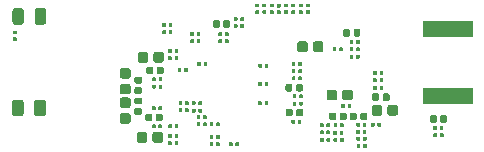
<source format=gbr>
G04 #@! TF.GenerationSoftware,KiCad,Pcbnew,(5.1.5)-3*
G04 #@! TF.CreationDate,2020-07-15T21:49:10-07:00*
G04 #@! TF.ProjectId,MiniDAQ,4d696e69-4441-4512-9e6b-696361645f70,rev?*
G04 #@! TF.SameCoordinates,Original*
G04 #@! TF.FileFunction,Paste,Bot*
G04 #@! TF.FilePolarity,Positive*
%FSLAX46Y46*%
G04 Gerber Fmt 4.6, Leading zero omitted, Abs format (unit mm)*
G04 Created by KiCad (PCBNEW (5.1.5)-3) date 2020-07-15 21:49:10*
%MOMM*%
%LPD*%
G04 APERTURE LIST*
%ADD10C,0.100000*%
%ADD11R,4.200000X1.350000*%
G04 APERTURE END LIST*
D10*
G36*
X109879896Y-122341173D02*
G01*
X109887419Y-122342289D01*
X109894797Y-122344137D01*
X109901958Y-122346699D01*
X109908833Y-122349951D01*
X109915357Y-122353861D01*
X109921465Y-122358392D01*
X109927101Y-122363499D01*
X109932208Y-122369135D01*
X109936739Y-122375243D01*
X109940649Y-122381767D01*
X109943901Y-122388642D01*
X109946463Y-122395803D01*
X109948311Y-122403181D01*
X109949427Y-122410704D01*
X109949800Y-122418300D01*
X109949800Y-122603300D01*
X109949427Y-122610896D01*
X109948311Y-122618419D01*
X109946463Y-122625797D01*
X109943901Y-122632958D01*
X109940649Y-122639833D01*
X109936739Y-122646357D01*
X109932208Y-122652465D01*
X109927101Y-122658101D01*
X109921465Y-122663208D01*
X109915357Y-122667739D01*
X109908833Y-122671649D01*
X109901958Y-122674901D01*
X109894797Y-122677463D01*
X109887419Y-122679311D01*
X109879896Y-122680427D01*
X109872300Y-122680800D01*
X109717300Y-122680800D01*
X109709704Y-122680427D01*
X109702181Y-122679311D01*
X109694803Y-122677463D01*
X109687642Y-122674901D01*
X109680767Y-122671649D01*
X109674243Y-122667739D01*
X109668135Y-122663208D01*
X109662499Y-122658101D01*
X109657392Y-122652465D01*
X109652861Y-122646357D01*
X109648951Y-122639833D01*
X109645699Y-122632958D01*
X109643137Y-122625797D01*
X109641289Y-122618419D01*
X109640173Y-122610896D01*
X109639800Y-122603300D01*
X109639800Y-122418300D01*
X109640173Y-122410704D01*
X109641289Y-122403181D01*
X109643137Y-122395803D01*
X109645699Y-122388642D01*
X109648951Y-122381767D01*
X109652861Y-122375243D01*
X109657392Y-122369135D01*
X109662499Y-122363499D01*
X109668135Y-122358392D01*
X109674243Y-122353861D01*
X109680767Y-122349951D01*
X109687642Y-122346699D01*
X109694803Y-122344137D01*
X109702181Y-122342289D01*
X109709704Y-122341173D01*
X109717300Y-122340800D01*
X109872300Y-122340800D01*
X109879896Y-122341173D01*
G37*
G36*
X110429896Y-122341173D02*
G01*
X110437419Y-122342289D01*
X110444797Y-122344137D01*
X110451958Y-122346699D01*
X110458833Y-122349951D01*
X110465357Y-122353861D01*
X110471465Y-122358392D01*
X110477101Y-122363499D01*
X110482208Y-122369135D01*
X110486739Y-122375243D01*
X110490649Y-122381767D01*
X110493901Y-122388642D01*
X110496463Y-122395803D01*
X110498311Y-122403181D01*
X110499427Y-122410704D01*
X110499800Y-122418300D01*
X110499800Y-122603300D01*
X110499427Y-122610896D01*
X110498311Y-122618419D01*
X110496463Y-122625797D01*
X110493901Y-122632958D01*
X110490649Y-122639833D01*
X110486739Y-122646357D01*
X110482208Y-122652465D01*
X110477101Y-122658101D01*
X110471465Y-122663208D01*
X110465357Y-122667739D01*
X110458833Y-122671649D01*
X110451958Y-122674901D01*
X110444797Y-122677463D01*
X110437419Y-122679311D01*
X110429896Y-122680427D01*
X110422300Y-122680800D01*
X110267300Y-122680800D01*
X110259704Y-122680427D01*
X110252181Y-122679311D01*
X110244803Y-122677463D01*
X110237642Y-122674901D01*
X110230767Y-122671649D01*
X110224243Y-122667739D01*
X110218135Y-122663208D01*
X110212499Y-122658101D01*
X110207392Y-122652465D01*
X110202861Y-122646357D01*
X110198951Y-122639833D01*
X110195699Y-122632958D01*
X110193137Y-122625797D01*
X110191289Y-122618419D01*
X110190173Y-122610896D01*
X110189800Y-122603300D01*
X110189800Y-122418300D01*
X110190173Y-122410704D01*
X110191289Y-122403181D01*
X110193137Y-122395803D01*
X110195699Y-122388642D01*
X110198951Y-122381767D01*
X110202861Y-122375243D01*
X110207392Y-122369135D01*
X110212499Y-122363499D01*
X110218135Y-122358392D01*
X110224243Y-122353861D01*
X110230767Y-122349951D01*
X110237642Y-122346699D01*
X110244803Y-122344137D01*
X110252181Y-122342289D01*
X110259704Y-122341173D01*
X110267300Y-122340800D01*
X110422300Y-122340800D01*
X110429896Y-122341173D01*
G37*
G36*
X114807496Y-116829373D02*
G01*
X114815019Y-116830489D01*
X114822397Y-116832337D01*
X114829558Y-116834899D01*
X114836433Y-116838151D01*
X114842957Y-116842061D01*
X114849065Y-116846592D01*
X114854701Y-116851699D01*
X114859808Y-116857335D01*
X114864339Y-116863443D01*
X114868249Y-116869967D01*
X114871501Y-116876842D01*
X114874063Y-116884003D01*
X114875911Y-116891381D01*
X114877027Y-116898904D01*
X114877400Y-116906500D01*
X114877400Y-117091500D01*
X114877027Y-117099096D01*
X114875911Y-117106619D01*
X114874063Y-117113997D01*
X114871501Y-117121158D01*
X114868249Y-117128033D01*
X114864339Y-117134557D01*
X114859808Y-117140665D01*
X114854701Y-117146301D01*
X114849065Y-117151408D01*
X114842957Y-117155939D01*
X114836433Y-117159849D01*
X114829558Y-117163101D01*
X114822397Y-117165663D01*
X114815019Y-117167511D01*
X114807496Y-117168627D01*
X114799900Y-117169000D01*
X114644900Y-117169000D01*
X114637304Y-117168627D01*
X114629781Y-117167511D01*
X114622403Y-117165663D01*
X114615242Y-117163101D01*
X114608367Y-117159849D01*
X114601843Y-117155939D01*
X114595735Y-117151408D01*
X114590099Y-117146301D01*
X114584992Y-117140665D01*
X114580461Y-117134557D01*
X114576551Y-117128033D01*
X114573299Y-117121158D01*
X114570737Y-117113997D01*
X114568889Y-117106619D01*
X114567773Y-117099096D01*
X114567400Y-117091500D01*
X114567400Y-116906500D01*
X114567773Y-116898904D01*
X114568889Y-116891381D01*
X114570737Y-116884003D01*
X114573299Y-116876842D01*
X114576551Y-116869967D01*
X114580461Y-116863443D01*
X114584992Y-116857335D01*
X114590099Y-116851699D01*
X114595735Y-116846592D01*
X114601843Y-116842061D01*
X114608367Y-116838151D01*
X114615242Y-116834899D01*
X114622403Y-116832337D01*
X114629781Y-116830489D01*
X114637304Y-116829373D01*
X114644900Y-116829000D01*
X114799900Y-116829000D01*
X114807496Y-116829373D01*
G37*
G36*
X115357496Y-116829373D02*
G01*
X115365019Y-116830489D01*
X115372397Y-116832337D01*
X115379558Y-116834899D01*
X115386433Y-116838151D01*
X115392957Y-116842061D01*
X115399065Y-116846592D01*
X115404701Y-116851699D01*
X115409808Y-116857335D01*
X115414339Y-116863443D01*
X115418249Y-116869967D01*
X115421501Y-116876842D01*
X115424063Y-116884003D01*
X115425911Y-116891381D01*
X115427027Y-116898904D01*
X115427400Y-116906500D01*
X115427400Y-117091500D01*
X115427027Y-117099096D01*
X115425911Y-117106619D01*
X115424063Y-117113997D01*
X115421501Y-117121158D01*
X115418249Y-117128033D01*
X115414339Y-117134557D01*
X115409808Y-117140665D01*
X115404701Y-117146301D01*
X115399065Y-117151408D01*
X115392957Y-117155939D01*
X115386433Y-117159849D01*
X115379558Y-117163101D01*
X115372397Y-117165663D01*
X115365019Y-117167511D01*
X115357496Y-117168627D01*
X115349900Y-117169000D01*
X115194900Y-117169000D01*
X115187304Y-117168627D01*
X115179781Y-117167511D01*
X115172403Y-117165663D01*
X115165242Y-117163101D01*
X115158367Y-117159849D01*
X115151843Y-117155939D01*
X115145735Y-117151408D01*
X115140099Y-117146301D01*
X115134992Y-117140665D01*
X115130461Y-117134557D01*
X115126551Y-117128033D01*
X115123299Y-117121158D01*
X115120737Y-117113997D01*
X115118889Y-117106619D01*
X115117773Y-117099096D01*
X115117400Y-117091500D01*
X115117400Y-116906500D01*
X115117773Y-116898904D01*
X115118889Y-116891381D01*
X115120737Y-116884003D01*
X115123299Y-116876842D01*
X115126551Y-116869967D01*
X115130461Y-116863443D01*
X115134992Y-116857335D01*
X115140099Y-116851699D01*
X115145735Y-116846592D01*
X115151843Y-116842061D01*
X115158367Y-116838151D01*
X115165242Y-116834899D01*
X115172403Y-116832337D01*
X115179781Y-116830489D01*
X115187304Y-116829373D01*
X115194900Y-116829000D01*
X115349900Y-116829000D01*
X115357496Y-116829373D01*
G37*
G36*
X115967096Y-124373173D02*
G01*
X115974619Y-124374289D01*
X115981997Y-124376137D01*
X115989158Y-124378699D01*
X115996033Y-124381951D01*
X116002557Y-124385861D01*
X116008665Y-124390392D01*
X116014301Y-124395499D01*
X116019408Y-124401135D01*
X116023939Y-124407243D01*
X116027849Y-124413767D01*
X116031101Y-124420642D01*
X116033663Y-124427803D01*
X116035511Y-124435181D01*
X116036627Y-124442704D01*
X116037000Y-124450300D01*
X116037000Y-124635300D01*
X116036627Y-124642896D01*
X116035511Y-124650419D01*
X116033663Y-124657797D01*
X116031101Y-124664958D01*
X116027849Y-124671833D01*
X116023939Y-124678357D01*
X116019408Y-124684465D01*
X116014301Y-124690101D01*
X116008665Y-124695208D01*
X116002557Y-124699739D01*
X115996033Y-124703649D01*
X115989158Y-124706901D01*
X115981997Y-124709463D01*
X115974619Y-124711311D01*
X115967096Y-124712427D01*
X115959500Y-124712800D01*
X115804500Y-124712800D01*
X115796904Y-124712427D01*
X115789381Y-124711311D01*
X115782003Y-124709463D01*
X115774842Y-124706901D01*
X115767967Y-124703649D01*
X115761443Y-124699739D01*
X115755335Y-124695208D01*
X115749699Y-124690101D01*
X115744592Y-124684465D01*
X115740061Y-124678357D01*
X115736151Y-124671833D01*
X115732899Y-124664958D01*
X115730337Y-124657797D01*
X115728489Y-124650419D01*
X115727373Y-124642896D01*
X115727000Y-124635300D01*
X115727000Y-124450300D01*
X115727373Y-124442704D01*
X115728489Y-124435181D01*
X115730337Y-124427803D01*
X115732899Y-124420642D01*
X115736151Y-124413767D01*
X115740061Y-124407243D01*
X115744592Y-124401135D01*
X115749699Y-124395499D01*
X115755335Y-124390392D01*
X115761443Y-124385861D01*
X115767967Y-124381951D01*
X115774842Y-124378699D01*
X115782003Y-124376137D01*
X115789381Y-124374289D01*
X115796904Y-124373173D01*
X115804500Y-124372800D01*
X115959500Y-124372800D01*
X115967096Y-124373173D01*
G37*
G36*
X115417096Y-124373173D02*
G01*
X115424619Y-124374289D01*
X115431997Y-124376137D01*
X115439158Y-124378699D01*
X115446033Y-124381951D01*
X115452557Y-124385861D01*
X115458665Y-124390392D01*
X115464301Y-124395499D01*
X115469408Y-124401135D01*
X115473939Y-124407243D01*
X115477849Y-124413767D01*
X115481101Y-124420642D01*
X115483663Y-124427803D01*
X115485511Y-124435181D01*
X115486627Y-124442704D01*
X115487000Y-124450300D01*
X115487000Y-124635300D01*
X115486627Y-124642896D01*
X115485511Y-124650419D01*
X115483663Y-124657797D01*
X115481101Y-124664958D01*
X115477849Y-124671833D01*
X115473939Y-124678357D01*
X115469408Y-124684465D01*
X115464301Y-124690101D01*
X115458665Y-124695208D01*
X115452557Y-124699739D01*
X115446033Y-124703649D01*
X115439158Y-124706901D01*
X115431997Y-124709463D01*
X115424619Y-124711311D01*
X115417096Y-124712427D01*
X115409500Y-124712800D01*
X115254500Y-124712800D01*
X115246904Y-124712427D01*
X115239381Y-124711311D01*
X115232003Y-124709463D01*
X115224842Y-124706901D01*
X115217967Y-124703649D01*
X115211443Y-124699739D01*
X115205335Y-124695208D01*
X115199699Y-124690101D01*
X115194592Y-124684465D01*
X115190061Y-124678357D01*
X115186151Y-124671833D01*
X115182899Y-124664958D01*
X115180337Y-124657797D01*
X115178489Y-124650419D01*
X115177373Y-124642896D01*
X115177000Y-124635300D01*
X115177000Y-124450300D01*
X115177373Y-124442704D01*
X115178489Y-124435181D01*
X115180337Y-124427803D01*
X115182899Y-124420642D01*
X115186151Y-124413767D01*
X115190061Y-124407243D01*
X115194592Y-124401135D01*
X115199699Y-124395499D01*
X115205335Y-124390392D01*
X115211443Y-124385861D01*
X115217967Y-124381951D01*
X115224842Y-124378699D01*
X115232003Y-124376137D01*
X115239381Y-124374289D01*
X115246904Y-124373173D01*
X115254500Y-124372800D01*
X115409500Y-124372800D01*
X115417096Y-124373173D01*
G37*
G36*
X115391696Y-123788973D02*
G01*
X115399219Y-123790089D01*
X115406597Y-123791937D01*
X115413758Y-123794499D01*
X115420633Y-123797751D01*
X115427157Y-123801661D01*
X115433265Y-123806192D01*
X115438901Y-123811299D01*
X115444008Y-123816935D01*
X115448539Y-123823043D01*
X115452449Y-123829567D01*
X115455701Y-123836442D01*
X115458263Y-123843603D01*
X115460111Y-123850981D01*
X115461227Y-123858504D01*
X115461600Y-123866100D01*
X115461600Y-124051100D01*
X115461227Y-124058696D01*
X115460111Y-124066219D01*
X115458263Y-124073597D01*
X115455701Y-124080758D01*
X115452449Y-124087633D01*
X115448539Y-124094157D01*
X115444008Y-124100265D01*
X115438901Y-124105901D01*
X115433265Y-124111008D01*
X115427157Y-124115539D01*
X115420633Y-124119449D01*
X115413758Y-124122701D01*
X115406597Y-124125263D01*
X115399219Y-124127111D01*
X115391696Y-124128227D01*
X115384100Y-124128600D01*
X115229100Y-124128600D01*
X115221504Y-124128227D01*
X115213981Y-124127111D01*
X115206603Y-124125263D01*
X115199442Y-124122701D01*
X115192567Y-124119449D01*
X115186043Y-124115539D01*
X115179935Y-124111008D01*
X115174299Y-124105901D01*
X115169192Y-124100265D01*
X115164661Y-124094157D01*
X115160751Y-124087633D01*
X115157499Y-124080758D01*
X115154937Y-124073597D01*
X115153089Y-124066219D01*
X115151973Y-124058696D01*
X115151600Y-124051100D01*
X115151600Y-123866100D01*
X115151973Y-123858504D01*
X115153089Y-123850981D01*
X115154937Y-123843603D01*
X115157499Y-123836442D01*
X115160751Y-123829567D01*
X115164661Y-123823043D01*
X115169192Y-123816935D01*
X115174299Y-123811299D01*
X115179935Y-123806192D01*
X115186043Y-123801661D01*
X115192567Y-123797751D01*
X115199442Y-123794499D01*
X115206603Y-123791937D01*
X115213981Y-123790089D01*
X115221504Y-123788973D01*
X115229100Y-123788600D01*
X115384100Y-123788600D01*
X115391696Y-123788973D01*
G37*
G36*
X115941696Y-123788973D02*
G01*
X115949219Y-123790089D01*
X115956597Y-123791937D01*
X115963758Y-123794499D01*
X115970633Y-123797751D01*
X115977157Y-123801661D01*
X115983265Y-123806192D01*
X115988901Y-123811299D01*
X115994008Y-123816935D01*
X115998539Y-123823043D01*
X116002449Y-123829567D01*
X116005701Y-123836442D01*
X116008263Y-123843603D01*
X116010111Y-123850981D01*
X116011227Y-123858504D01*
X116011600Y-123866100D01*
X116011600Y-124051100D01*
X116011227Y-124058696D01*
X116010111Y-124066219D01*
X116008263Y-124073597D01*
X116005701Y-124080758D01*
X116002449Y-124087633D01*
X115998539Y-124094157D01*
X115994008Y-124100265D01*
X115988901Y-124105901D01*
X115983265Y-124111008D01*
X115977157Y-124115539D01*
X115970633Y-124119449D01*
X115963758Y-124122701D01*
X115956597Y-124125263D01*
X115949219Y-124127111D01*
X115941696Y-124128227D01*
X115934100Y-124128600D01*
X115779100Y-124128600D01*
X115771504Y-124128227D01*
X115763981Y-124127111D01*
X115756603Y-124125263D01*
X115749442Y-124122701D01*
X115742567Y-124119449D01*
X115736043Y-124115539D01*
X115729935Y-124111008D01*
X115724299Y-124105901D01*
X115719192Y-124100265D01*
X115714661Y-124094157D01*
X115710751Y-124087633D01*
X115707499Y-124080758D01*
X115704937Y-124073597D01*
X115703089Y-124066219D01*
X115701973Y-124058696D01*
X115701600Y-124051100D01*
X115701600Y-123866100D01*
X115701973Y-123858504D01*
X115703089Y-123850981D01*
X115704937Y-123843603D01*
X115707499Y-123836442D01*
X115710751Y-123829567D01*
X115714661Y-123823043D01*
X115719192Y-123816935D01*
X115724299Y-123811299D01*
X115729935Y-123806192D01*
X115736043Y-123801661D01*
X115742567Y-123797751D01*
X115749442Y-123794499D01*
X115756603Y-123791937D01*
X115763981Y-123790089D01*
X115771504Y-123788973D01*
X115779100Y-123788600D01*
X115934100Y-123788600D01*
X115941696Y-123788973D01*
G37*
G36*
X106856296Y-113074173D02*
G01*
X106863819Y-113075289D01*
X106871197Y-113077137D01*
X106878358Y-113079699D01*
X106885233Y-113082951D01*
X106891757Y-113086861D01*
X106897865Y-113091392D01*
X106903501Y-113096499D01*
X106908608Y-113102135D01*
X106913139Y-113108243D01*
X106917049Y-113114767D01*
X106920301Y-113121642D01*
X106922863Y-113128803D01*
X106924711Y-113136181D01*
X106925827Y-113143704D01*
X106926200Y-113151300D01*
X106926200Y-113306300D01*
X106925827Y-113313896D01*
X106924711Y-113321419D01*
X106922863Y-113328797D01*
X106920301Y-113335958D01*
X106917049Y-113342833D01*
X106913139Y-113349357D01*
X106908608Y-113355465D01*
X106903501Y-113361101D01*
X106897865Y-113366208D01*
X106891757Y-113370739D01*
X106885233Y-113374649D01*
X106878358Y-113377901D01*
X106871197Y-113380463D01*
X106863819Y-113382311D01*
X106856296Y-113383427D01*
X106848700Y-113383800D01*
X106663700Y-113383800D01*
X106656104Y-113383427D01*
X106648581Y-113382311D01*
X106641203Y-113380463D01*
X106634042Y-113377901D01*
X106627167Y-113374649D01*
X106620643Y-113370739D01*
X106614535Y-113366208D01*
X106608899Y-113361101D01*
X106603792Y-113355465D01*
X106599261Y-113349357D01*
X106595351Y-113342833D01*
X106592099Y-113335958D01*
X106589537Y-113328797D01*
X106587689Y-113321419D01*
X106586573Y-113313896D01*
X106586200Y-113306300D01*
X106586200Y-113151300D01*
X106586573Y-113143704D01*
X106587689Y-113136181D01*
X106589537Y-113128803D01*
X106592099Y-113121642D01*
X106595351Y-113114767D01*
X106599261Y-113108243D01*
X106603792Y-113102135D01*
X106608899Y-113096499D01*
X106614535Y-113091392D01*
X106620643Y-113086861D01*
X106627167Y-113082951D01*
X106634042Y-113079699D01*
X106641203Y-113077137D01*
X106648581Y-113075289D01*
X106656104Y-113074173D01*
X106663700Y-113073800D01*
X106848700Y-113073800D01*
X106856296Y-113074173D01*
G37*
G36*
X106856296Y-112524173D02*
G01*
X106863819Y-112525289D01*
X106871197Y-112527137D01*
X106878358Y-112529699D01*
X106885233Y-112532951D01*
X106891757Y-112536861D01*
X106897865Y-112541392D01*
X106903501Y-112546499D01*
X106908608Y-112552135D01*
X106913139Y-112558243D01*
X106917049Y-112564767D01*
X106920301Y-112571642D01*
X106922863Y-112578803D01*
X106924711Y-112586181D01*
X106925827Y-112593704D01*
X106926200Y-112601300D01*
X106926200Y-112756300D01*
X106925827Y-112763896D01*
X106924711Y-112771419D01*
X106922863Y-112778797D01*
X106920301Y-112785958D01*
X106917049Y-112792833D01*
X106913139Y-112799357D01*
X106908608Y-112805465D01*
X106903501Y-112811101D01*
X106897865Y-112816208D01*
X106891757Y-112820739D01*
X106885233Y-112824649D01*
X106878358Y-112827901D01*
X106871197Y-112830463D01*
X106863819Y-112832311D01*
X106856296Y-112833427D01*
X106848700Y-112833800D01*
X106663700Y-112833800D01*
X106656104Y-112833427D01*
X106648581Y-112832311D01*
X106641203Y-112830463D01*
X106634042Y-112827901D01*
X106627167Y-112824649D01*
X106620643Y-112820739D01*
X106614535Y-112816208D01*
X106608899Y-112811101D01*
X106603792Y-112805465D01*
X106599261Y-112799357D01*
X106595351Y-112792833D01*
X106592099Y-112785958D01*
X106589537Y-112778797D01*
X106587689Y-112771419D01*
X106586573Y-112763896D01*
X106586200Y-112756300D01*
X106586200Y-112601300D01*
X106586573Y-112593704D01*
X106587689Y-112586181D01*
X106589537Y-112578803D01*
X106592099Y-112571642D01*
X106595351Y-112564767D01*
X106599261Y-112558243D01*
X106603792Y-112552135D01*
X106608899Y-112546499D01*
X106614535Y-112541392D01*
X106620643Y-112536861D01*
X106627167Y-112532951D01*
X106634042Y-112529699D01*
X106641203Y-112527137D01*
X106648581Y-112525289D01*
X106656104Y-112524173D01*
X106663700Y-112523800D01*
X106848700Y-112523800D01*
X106856296Y-112524173D01*
G37*
G36*
X111148896Y-113074173D02*
G01*
X111156419Y-113075289D01*
X111163797Y-113077137D01*
X111170958Y-113079699D01*
X111177833Y-113082951D01*
X111184357Y-113086861D01*
X111190465Y-113091392D01*
X111196101Y-113096499D01*
X111201208Y-113102135D01*
X111205739Y-113108243D01*
X111209649Y-113114767D01*
X111212901Y-113121642D01*
X111215463Y-113128803D01*
X111217311Y-113136181D01*
X111218427Y-113143704D01*
X111218800Y-113151300D01*
X111218800Y-113306300D01*
X111218427Y-113313896D01*
X111217311Y-113321419D01*
X111215463Y-113328797D01*
X111212901Y-113335958D01*
X111209649Y-113342833D01*
X111205739Y-113349357D01*
X111201208Y-113355465D01*
X111196101Y-113361101D01*
X111190465Y-113366208D01*
X111184357Y-113370739D01*
X111177833Y-113374649D01*
X111170958Y-113377901D01*
X111163797Y-113380463D01*
X111156419Y-113382311D01*
X111148896Y-113383427D01*
X111141300Y-113383800D01*
X110956300Y-113383800D01*
X110948704Y-113383427D01*
X110941181Y-113382311D01*
X110933803Y-113380463D01*
X110926642Y-113377901D01*
X110919767Y-113374649D01*
X110913243Y-113370739D01*
X110907135Y-113366208D01*
X110901499Y-113361101D01*
X110896392Y-113355465D01*
X110891861Y-113349357D01*
X110887951Y-113342833D01*
X110884699Y-113335958D01*
X110882137Y-113328797D01*
X110880289Y-113321419D01*
X110879173Y-113313896D01*
X110878800Y-113306300D01*
X110878800Y-113151300D01*
X110879173Y-113143704D01*
X110880289Y-113136181D01*
X110882137Y-113128803D01*
X110884699Y-113121642D01*
X110887951Y-113114767D01*
X110891861Y-113108243D01*
X110896392Y-113102135D01*
X110901499Y-113096499D01*
X110907135Y-113091392D01*
X110913243Y-113086861D01*
X110919767Y-113082951D01*
X110926642Y-113079699D01*
X110933803Y-113077137D01*
X110941181Y-113075289D01*
X110948704Y-113074173D01*
X110956300Y-113073800D01*
X111141300Y-113073800D01*
X111148896Y-113074173D01*
G37*
G36*
X111148896Y-112524173D02*
G01*
X111156419Y-112525289D01*
X111163797Y-112527137D01*
X111170958Y-112529699D01*
X111177833Y-112532951D01*
X111184357Y-112536861D01*
X111190465Y-112541392D01*
X111196101Y-112546499D01*
X111201208Y-112552135D01*
X111205739Y-112558243D01*
X111209649Y-112564767D01*
X111212901Y-112571642D01*
X111215463Y-112578803D01*
X111217311Y-112586181D01*
X111218427Y-112593704D01*
X111218800Y-112601300D01*
X111218800Y-112756300D01*
X111218427Y-112763896D01*
X111217311Y-112771419D01*
X111215463Y-112778797D01*
X111212901Y-112785958D01*
X111209649Y-112792833D01*
X111205739Y-112799357D01*
X111201208Y-112805465D01*
X111196101Y-112811101D01*
X111190465Y-112816208D01*
X111184357Y-112820739D01*
X111177833Y-112824649D01*
X111170958Y-112827901D01*
X111163797Y-112830463D01*
X111156419Y-112832311D01*
X111148896Y-112833427D01*
X111141300Y-112833800D01*
X110956300Y-112833800D01*
X110948704Y-112833427D01*
X110941181Y-112832311D01*
X110933803Y-112830463D01*
X110926642Y-112827901D01*
X110919767Y-112824649D01*
X110913243Y-112820739D01*
X110907135Y-112816208D01*
X110901499Y-112811101D01*
X110896392Y-112805465D01*
X110891861Y-112799357D01*
X110887951Y-112792833D01*
X110884699Y-112785958D01*
X110882137Y-112778797D01*
X110880289Y-112771419D01*
X110879173Y-112763896D01*
X110878800Y-112756300D01*
X110878800Y-112601300D01*
X110879173Y-112593704D01*
X110880289Y-112586181D01*
X110882137Y-112578803D01*
X110884699Y-112571642D01*
X110887951Y-112564767D01*
X110891861Y-112558243D01*
X110896392Y-112552135D01*
X110901499Y-112546499D01*
X110907135Y-112541392D01*
X110913243Y-112536861D01*
X110919767Y-112532951D01*
X110926642Y-112529699D01*
X110933803Y-112527137D01*
X110941181Y-112525289D01*
X110948704Y-112524173D01*
X110956300Y-112523800D01*
X111141300Y-112523800D01*
X111148896Y-112524173D01*
G37*
G36*
X110539296Y-113074173D02*
G01*
X110546819Y-113075289D01*
X110554197Y-113077137D01*
X110561358Y-113079699D01*
X110568233Y-113082951D01*
X110574757Y-113086861D01*
X110580865Y-113091392D01*
X110586501Y-113096499D01*
X110591608Y-113102135D01*
X110596139Y-113108243D01*
X110600049Y-113114767D01*
X110603301Y-113121642D01*
X110605863Y-113128803D01*
X110607711Y-113136181D01*
X110608827Y-113143704D01*
X110609200Y-113151300D01*
X110609200Y-113306300D01*
X110608827Y-113313896D01*
X110607711Y-113321419D01*
X110605863Y-113328797D01*
X110603301Y-113335958D01*
X110600049Y-113342833D01*
X110596139Y-113349357D01*
X110591608Y-113355465D01*
X110586501Y-113361101D01*
X110580865Y-113366208D01*
X110574757Y-113370739D01*
X110568233Y-113374649D01*
X110561358Y-113377901D01*
X110554197Y-113380463D01*
X110546819Y-113382311D01*
X110539296Y-113383427D01*
X110531700Y-113383800D01*
X110346700Y-113383800D01*
X110339104Y-113383427D01*
X110331581Y-113382311D01*
X110324203Y-113380463D01*
X110317042Y-113377901D01*
X110310167Y-113374649D01*
X110303643Y-113370739D01*
X110297535Y-113366208D01*
X110291899Y-113361101D01*
X110286792Y-113355465D01*
X110282261Y-113349357D01*
X110278351Y-113342833D01*
X110275099Y-113335958D01*
X110272537Y-113328797D01*
X110270689Y-113321419D01*
X110269573Y-113313896D01*
X110269200Y-113306300D01*
X110269200Y-113151300D01*
X110269573Y-113143704D01*
X110270689Y-113136181D01*
X110272537Y-113128803D01*
X110275099Y-113121642D01*
X110278351Y-113114767D01*
X110282261Y-113108243D01*
X110286792Y-113102135D01*
X110291899Y-113096499D01*
X110297535Y-113091392D01*
X110303643Y-113086861D01*
X110310167Y-113082951D01*
X110317042Y-113079699D01*
X110324203Y-113077137D01*
X110331581Y-113075289D01*
X110339104Y-113074173D01*
X110346700Y-113073800D01*
X110531700Y-113073800D01*
X110539296Y-113074173D01*
G37*
G36*
X110539296Y-112524173D02*
G01*
X110546819Y-112525289D01*
X110554197Y-112527137D01*
X110561358Y-112529699D01*
X110568233Y-112532951D01*
X110574757Y-112536861D01*
X110580865Y-112541392D01*
X110586501Y-112546499D01*
X110591608Y-112552135D01*
X110596139Y-112558243D01*
X110600049Y-112564767D01*
X110603301Y-112571642D01*
X110605863Y-112578803D01*
X110607711Y-112586181D01*
X110608827Y-112593704D01*
X110609200Y-112601300D01*
X110609200Y-112756300D01*
X110608827Y-112763896D01*
X110607711Y-112771419D01*
X110605863Y-112778797D01*
X110603301Y-112785958D01*
X110600049Y-112792833D01*
X110596139Y-112799357D01*
X110591608Y-112805465D01*
X110586501Y-112811101D01*
X110580865Y-112816208D01*
X110574757Y-112820739D01*
X110568233Y-112824649D01*
X110561358Y-112827901D01*
X110554197Y-112830463D01*
X110546819Y-112832311D01*
X110539296Y-112833427D01*
X110531700Y-112833800D01*
X110346700Y-112833800D01*
X110339104Y-112833427D01*
X110331581Y-112832311D01*
X110324203Y-112830463D01*
X110317042Y-112827901D01*
X110310167Y-112824649D01*
X110303643Y-112820739D01*
X110297535Y-112816208D01*
X110291899Y-112811101D01*
X110286792Y-112805465D01*
X110282261Y-112799357D01*
X110278351Y-112792833D01*
X110275099Y-112785958D01*
X110272537Y-112778797D01*
X110270689Y-112771419D01*
X110269573Y-112763896D01*
X110269200Y-112756300D01*
X110269200Y-112601300D01*
X110269573Y-112593704D01*
X110270689Y-112586181D01*
X110272537Y-112578803D01*
X110275099Y-112571642D01*
X110278351Y-112564767D01*
X110282261Y-112558243D01*
X110286792Y-112552135D01*
X110291899Y-112546499D01*
X110297535Y-112541392D01*
X110303643Y-112536861D01*
X110310167Y-112532951D01*
X110317042Y-112529699D01*
X110324203Y-112527137D01*
X110331581Y-112525289D01*
X110339104Y-112524173D01*
X110346700Y-112523800D01*
X110531700Y-112523800D01*
X110539296Y-112524173D01*
G37*
G36*
X109904296Y-113074173D02*
G01*
X109911819Y-113075289D01*
X109919197Y-113077137D01*
X109926358Y-113079699D01*
X109933233Y-113082951D01*
X109939757Y-113086861D01*
X109945865Y-113091392D01*
X109951501Y-113096499D01*
X109956608Y-113102135D01*
X109961139Y-113108243D01*
X109965049Y-113114767D01*
X109968301Y-113121642D01*
X109970863Y-113128803D01*
X109972711Y-113136181D01*
X109973827Y-113143704D01*
X109974200Y-113151300D01*
X109974200Y-113306300D01*
X109973827Y-113313896D01*
X109972711Y-113321419D01*
X109970863Y-113328797D01*
X109968301Y-113335958D01*
X109965049Y-113342833D01*
X109961139Y-113349357D01*
X109956608Y-113355465D01*
X109951501Y-113361101D01*
X109945865Y-113366208D01*
X109939757Y-113370739D01*
X109933233Y-113374649D01*
X109926358Y-113377901D01*
X109919197Y-113380463D01*
X109911819Y-113382311D01*
X109904296Y-113383427D01*
X109896700Y-113383800D01*
X109711700Y-113383800D01*
X109704104Y-113383427D01*
X109696581Y-113382311D01*
X109689203Y-113380463D01*
X109682042Y-113377901D01*
X109675167Y-113374649D01*
X109668643Y-113370739D01*
X109662535Y-113366208D01*
X109656899Y-113361101D01*
X109651792Y-113355465D01*
X109647261Y-113349357D01*
X109643351Y-113342833D01*
X109640099Y-113335958D01*
X109637537Y-113328797D01*
X109635689Y-113321419D01*
X109634573Y-113313896D01*
X109634200Y-113306300D01*
X109634200Y-113151300D01*
X109634573Y-113143704D01*
X109635689Y-113136181D01*
X109637537Y-113128803D01*
X109640099Y-113121642D01*
X109643351Y-113114767D01*
X109647261Y-113108243D01*
X109651792Y-113102135D01*
X109656899Y-113096499D01*
X109662535Y-113091392D01*
X109668643Y-113086861D01*
X109675167Y-113082951D01*
X109682042Y-113079699D01*
X109689203Y-113077137D01*
X109696581Y-113075289D01*
X109704104Y-113074173D01*
X109711700Y-113073800D01*
X109896700Y-113073800D01*
X109904296Y-113074173D01*
G37*
G36*
X109904296Y-112524173D02*
G01*
X109911819Y-112525289D01*
X109919197Y-112527137D01*
X109926358Y-112529699D01*
X109933233Y-112532951D01*
X109939757Y-112536861D01*
X109945865Y-112541392D01*
X109951501Y-112546499D01*
X109956608Y-112552135D01*
X109961139Y-112558243D01*
X109965049Y-112564767D01*
X109968301Y-112571642D01*
X109970863Y-112578803D01*
X109972711Y-112586181D01*
X109973827Y-112593704D01*
X109974200Y-112601300D01*
X109974200Y-112756300D01*
X109973827Y-112763896D01*
X109972711Y-112771419D01*
X109970863Y-112778797D01*
X109968301Y-112785958D01*
X109965049Y-112792833D01*
X109961139Y-112799357D01*
X109956608Y-112805465D01*
X109951501Y-112811101D01*
X109945865Y-112816208D01*
X109939757Y-112820739D01*
X109933233Y-112824649D01*
X109926358Y-112827901D01*
X109919197Y-112830463D01*
X109911819Y-112832311D01*
X109904296Y-112833427D01*
X109896700Y-112833800D01*
X109711700Y-112833800D01*
X109704104Y-112833427D01*
X109696581Y-112832311D01*
X109689203Y-112830463D01*
X109682042Y-112827901D01*
X109675167Y-112824649D01*
X109668643Y-112820739D01*
X109662535Y-112816208D01*
X109656899Y-112811101D01*
X109651792Y-112805465D01*
X109647261Y-112799357D01*
X109643351Y-112792833D01*
X109640099Y-112785958D01*
X109637537Y-112778797D01*
X109635689Y-112771419D01*
X109634573Y-112763896D01*
X109634200Y-112756300D01*
X109634200Y-112601300D01*
X109634573Y-112593704D01*
X109635689Y-112586181D01*
X109637537Y-112578803D01*
X109640099Y-112571642D01*
X109643351Y-112564767D01*
X109647261Y-112558243D01*
X109651792Y-112552135D01*
X109656899Y-112546499D01*
X109662535Y-112541392D01*
X109668643Y-112536861D01*
X109675167Y-112532951D01*
X109682042Y-112529699D01*
X109689203Y-112527137D01*
X109696581Y-112525289D01*
X109704104Y-112524173D01*
X109711700Y-112523800D01*
X109896700Y-112523800D01*
X109904296Y-112524173D01*
G37*
G36*
X109294696Y-113074173D02*
G01*
X109302219Y-113075289D01*
X109309597Y-113077137D01*
X109316758Y-113079699D01*
X109323633Y-113082951D01*
X109330157Y-113086861D01*
X109336265Y-113091392D01*
X109341901Y-113096499D01*
X109347008Y-113102135D01*
X109351539Y-113108243D01*
X109355449Y-113114767D01*
X109358701Y-113121642D01*
X109361263Y-113128803D01*
X109363111Y-113136181D01*
X109364227Y-113143704D01*
X109364600Y-113151300D01*
X109364600Y-113306300D01*
X109364227Y-113313896D01*
X109363111Y-113321419D01*
X109361263Y-113328797D01*
X109358701Y-113335958D01*
X109355449Y-113342833D01*
X109351539Y-113349357D01*
X109347008Y-113355465D01*
X109341901Y-113361101D01*
X109336265Y-113366208D01*
X109330157Y-113370739D01*
X109323633Y-113374649D01*
X109316758Y-113377901D01*
X109309597Y-113380463D01*
X109302219Y-113382311D01*
X109294696Y-113383427D01*
X109287100Y-113383800D01*
X109102100Y-113383800D01*
X109094504Y-113383427D01*
X109086981Y-113382311D01*
X109079603Y-113380463D01*
X109072442Y-113377901D01*
X109065567Y-113374649D01*
X109059043Y-113370739D01*
X109052935Y-113366208D01*
X109047299Y-113361101D01*
X109042192Y-113355465D01*
X109037661Y-113349357D01*
X109033751Y-113342833D01*
X109030499Y-113335958D01*
X109027937Y-113328797D01*
X109026089Y-113321419D01*
X109024973Y-113313896D01*
X109024600Y-113306300D01*
X109024600Y-113151300D01*
X109024973Y-113143704D01*
X109026089Y-113136181D01*
X109027937Y-113128803D01*
X109030499Y-113121642D01*
X109033751Y-113114767D01*
X109037661Y-113108243D01*
X109042192Y-113102135D01*
X109047299Y-113096499D01*
X109052935Y-113091392D01*
X109059043Y-113086861D01*
X109065567Y-113082951D01*
X109072442Y-113079699D01*
X109079603Y-113077137D01*
X109086981Y-113075289D01*
X109094504Y-113074173D01*
X109102100Y-113073800D01*
X109287100Y-113073800D01*
X109294696Y-113074173D01*
G37*
G36*
X109294696Y-112524173D02*
G01*
X109302219Y-112525289D01*
X109309597Y-112527137D01*
X109316758Y-112529699D01*
X109323633Y-112532951D01*
X109330157Y-112536861D01*
X109336265Y-112541392D01*
X109341901Y-112546499D01*
X109347008Y-112552135D01*
X109351539Y-112558243D01*
X109355449Y-112564767D01*
X109358701Y-112571642D01*
X109361263Y-112578803D01*
X109363111Y-112586181D01*
X109364227Y-112593704D01*
X109364600Y-112601300D01*
X109364600Y-112756300D01*
X109364227Y-112763896D01*
X109363111Y-112771419D01*
X109361263Y-112778797D01*
X109358701Y-112785958D01*
X109355449Y-112792833D01*
X109351539Y-112799357D01*
X109347008Y-112805465D01*
X109341901Y-112811101D01*
X109336265Y-112816208D01*
X109330157Y-112820739D01*
X109323633Y-112824649D01*
X109316758Y-112827901D01*
X109309597Y-112830463D01*
X109302219Y-112832311D01*
X109294696Y-112833427D01*
X109287100Y-112833800D01*
X109102100Y-112833800D01*
X109094504Y-112833427D01*
X109086981Y-112832311D01*
X109079603Y-112830463D01*
X109072442Y-112827901D01*
X109065567Y-112824649D01*
X109059043Y-112820739D01*
X109052935Y-112816208D01*
X109047299Y-112811101D01*
X109042192Y-112805465D01*
X109037661Y-112799357D01*
X109033751Y-112792833D01*
X109030499Y-112785958D01*
X109027937Y-112778797D01*
X109026089Y-112771419D01*
X109024973Y-112763896D01*
X109024600Y-112756300D01*
X109024600Y-112601300D01*
X109024973Y-112593704D01*
X109026089Y-112586181D01*
X109027937Y-112578803D01*
X109030499Y-112571642D01*
X109033751Y-112564767D01*
X109037661Y-112558243D01*
X109042192Y-112552135D01*
X109047299Y-112546499D01*
X109052935Y-112541392D01*
X109059043Y-112536861D01*
X109065567Y-112532951D01*
X109072442Y-112529699D01*
X109079603Y-112527137D01*
X109086981Y-112525289D01*
X109094504Y-112524173D01*
X109102100Y-112523800D01*
X109287100Y-112523800D01*
X109294696Y-112524173D01*
G37*
G36*
X108685096Y-113078573D02*
G01*
X108692619Y-113079689D01*
X108699997Y-113081537D01*
X108707158Y-113084099D01*
X108714033Y-113087351D01*
X108720557Y-113091261D01*
X108726665Y-113095792D01*
X108732301Y-113100899D01*
X108737408Y-113106535D01*
X108741939Y-113112643D01*
X108745849Y-113119167D01*
X108749101Y-113126042D01*
X108751663Y-113133203D01*
X108753511Y-113140581D01*
X108754627Y-113148104D01*
X108755000Y-113155700D01*
X108755000Y-113310700D01*
X108754627Y-113318296D01*
X108753511Y-113325819D01*
X108751663Y-113333197D01*
X108749101Y-113340358D01*
X108745849Y-113347233D01*
X108741939Y-113353757D01*
X108737408Y-113359865D01*
X108732301Y-113365501D01*
X108726665Y-113370608D01*
X108720557Y-113375139D01*
X108714033Y-113379049D01*
X108707158Y-113382301D01*
X108699997Y-113384863D01*
X108692619Y-113386711D01*
X108685096Y-113387827D01*
X108677500Y-113388200D01*
X108492500Y-113388200D01*
X108484904Y-113387827D01*
X108477381Y-113386711D01*
X108470003Y-113384863D01*
X108462842Y-113382301D01*
X108455967Y-113379049D01*
X108449443Y-113375139D01*
X108443335Y-113370608D01*
X108437699Y-113365501D01*
X108432592Y-113359865D01*
X108428061Y-113353757D01*
X108424151Y-113347233D01*
X108420899Y-113340358D01*
X108418337Y-113333197D01*
X108416489Y-113325819D01*
X108415373Y-113318296D01*
X108415000Y-113310700D01*
X108415000Y-113155700D01*
X108415373Y-113148104D01*
X108416489Y-113140581D01*
X108418337Y-113133203D01*
X108420899Y-113126042D01*
X108424151Y-113119167D01*
X108428061Y-113112643D01*
X108432592Y-113106535D01*
X108437699Y-113100899D01*
X108443335Y-113095792D01*
X108449443Y-113091261D01*
X108455967Y-113087351D01*
X108462842Y-113084099D01*
X108470003Y-113081537D01*
X108477381Y-113079689D01*
X108484904Y-113078573D01*
X108492500Y-113078200D01*
X108677500Y-113078200D01*
X108685096Y-113078573D01*
G37*
G36*
X108685096Y-112528573D02*
G01*
X108692619Y-112529689D01*
X108699997Y-112531537D01*
X108707158Y-112534099D01*
X108714033Y-112537351D01*
X108720557Y-112541261D01*
X108726665Y-112545792D01*
X108732301Y-112550899D01*
X108737408Y-112556535D01*
X108741939Y-112562643D01*
X108745849Y-112569167D01*
X108749101Y-112576042D01*
X108751663Y-112583203D01*
X108753511Y-112590581D01*
X108754627Y-112598104D01*
X108755000Y-112605700D01*
X108755000Y-112760700D01*
X108754627Y-112768296D01*
X108753511Y-112775819D01*
X108751663Y-112783197D01*
X108749101Y-112790358D01*
X108745849Y-112797233D01*
X108741939Y-112803757D01*
X108737408Y-112809865D01*
X108732301Y-112815501D01*
X108726665Y-112820608D01*
X108720557Y-112825139D01*
X108714033Y-112829049D01*
X108707158Y-112832301D01*
X108699997Y-112834863D01*
X108692619Y-112836711D01*
X108685096Y-112837827D01*
X108677500Y-112838200D01*
X108492500Y-112838200D01*
X108484904Y-112837827D01*
X108477381Y-112836711D01*
X108470003Y-112834863D01*
X108462842Y-112832301D01*
X108455967Y-112829049D01*
X108449443Y-112825139D01*
X108443335Y-112820608D01*
X108437699Y-112815501D01*
X108432592Y-112809865D01*
X108428061Y-112803757D01*
X108424151Y-112797233D01*
X108420899Y-112790358D01*
X108418337Y-112783197D01*
X108416489Y-112775819D01*
X108415373Y-112768296D01*
X108415000Y-112760700D01*
X108415000Y-112605700D01*
X108415373Y-112598104D01*
X108416489Y-112590581D01*
X108418337Y-112583203D01*
X108420899Y-112576042D01*
X108424151Y-112569167D01*
X108428061Y-112562643D01*
X108432592Y-112556535D01*
X108437699Y-112550899D01*
X108443335Y-112545792D01*
X108449443Y-112541261D01*
X108455967Y-112537351D01*
X108462842Y-112534099D01*
X108470003Y-112531537D01*
X108477381Y-112529689D01*
X108484904Y-112528573D01*
X108492500Y-112528200D01*
X108677500Y-112528200D01*
X108685096Y-112528573D01*
G37*
G36*
X108075496Y-113074173D02*
G01*
X108083019Y-113075289D01*
X108090397Y-113077137D01*
X108097558Y-113079699D01*
X108104433Y-113082951D01*
X108110957Y-113086861D01*
X108117065Y-113091392D01*
X108122701Y-113096499D01*
X108127808Y-113102135D01*
X108132339Y-113108243D01*
X108136249Y-113114767D01*
X108139501Y-113121642D01*
X108142063Y-113128803D01*
X108143911Y-113136181D01*
X108145027Y-113143704D01*
X108145400Y-113151300D01*
X108145400Y-113306300D01*
X108145027Y-113313896D01*
X108143911Y-113321419D01*
X108142063Y-113328797D01*
X108139501Y-113335958D01*
X108136249Y-113342833D01*
X108132339Y-113349357D01*
X108127808Y-113355465D01*
X108122701Y-113361101D01*
X108117065Y-113366208D01*
X108110957Y-113370739D01*
X108104433Y-113374649D01*
X108097558Y-113377901D01*
X108090397Y-113380463D01*
X108083019Y-113382311D01*
X108075496Y-113383427D01*
X108067900Y-113383800D01*
X107882900Y-113383800D01*
X107875304Y-113383427D01*
X107867781Y-113382311D01*
X107860403Y-113380463D01*
X107853242Y-113377901D01*
X107846367Y-113374649D01*
X107839843Y-113370739D01*
X107833735Y-113366208D01*
X107828099Y-113361101D01*
X107822992Y-113355465D01*
X107818461Y-113349357D01*
X107814551Y-113342833D01*
X107811299Y-113335958D01*
X107808737Y-113328797D01*
X107806889Y-113321419D01*
X107805773Y-113313896D01*
X107805400Y-113306300D01*
X107805400Y-113151300D01*
X107805773Y-113143704D01*
X107806889Y-113136181D01*
X107808737Y-113128803D01*
X107811299Y-113121642D01*
X107814551Y-113114767D01*
X107818461Y-113108243D01*
X107822992Y-113102135D01*
X107828099Y-113096499D01*
X107833735Y-113091392D01*
X107839843Y-113086861D01*
X107846367Y-113082951D01*
X107853242Y-113079699D01*
X107860403Y-113077137D01*
X107867781Y-113075289D01*
X107875304Y-113074173D01*
X107882900Y-113073800D01*
X108067900Y-113073800D01*
X108075496Y-113074173D01*
G37*
G36*
X108075496Y-112524173D02*
G01*
X108083019Y-112525289D01*
X108090397Y-112527137D01*
X108097558Y-112529699D01*
X108104433Y-112532951D01*
X108110957Y-112536861D01*
X108117065Y-112541392D01*
X108122701Y-112546499D01*
X108127808Y-112552135D01*
X108132339Y-112558243D01*
X108136249Y-112564767D01*
X108139501Y-112571642D01*
X108142063Y-112578803D01*
X108143911Y-112586181D01*
X108145027Y-112593704D01*
X108145400Y-112601300D01*
X108145400Y-112756300D01*
X108145027Y-112763896D01*
X108143911Y-112771419D01*
X108142063Y-112778797D01*
X108139501Y-112785958D01*
X108136249Y-112792833D01*
X108132339Y-112799357D01*
X108127808Y-112805465D01*
X108122701Y-112811101D01*
X108117065Y-112816208D01*
X108110957Y-112820739D01*
X108104433Y-112824649D01*
X108097558Y-112827901D01*
X108090397Y-112830463D01*
X108083019Y-112832311D01*
X108075496Y-112833427D01*
X108067900Y-112833800D01*
X107882900Y-112833800D01*
X107875304Y-112833427D01*
X107867781Y-112832311D01*
X107860403Y-112830463D01*
X107853242Y-112827901D01*
X107846367Y-112824649D01*
X107839843Y-112820739D01*
X107833735Y-112816208D01*
X107828099Y-112811101D01*
X107822992Y-112805465D01*
X107818461Y-112799357D01*
X107814551Y-112792833D01*
X107811299Y-112785958D01*
X107808737Y-112778797D01*
X107806889Y-112771419D01*
X107805773Y-112763896D01*
X107805400Y-112756300D01*
X107805400Y-112601300D01*
X107805773Y-112593704D01*
X107806889Y-112586181D01*
X107808737Y-112578803D01*
X107811299Y-112571642D01*
X107814551Y-112564767D01*
X107818461Y-112558243D01*
X107822992Y-112552135D01*
X107828099Y-112546499D01*
X107833735Y-112541392D01*
X107839843Y-112536861D01*
X107846367Y-112532951D01*
X107853242Y-112529699D01*
X107860403Y-112527137D01*
X107867781Y-112525289D01*
X107875304Y-112524173D01*
X107882900Y-112523800D01*
X108067900Y-112523800D01*
X108075496Y-112524173D01*
G37*
G36*
X107465896Y-113074173D02*
G01*
X107473419Y-113075289D01*
X107480797Y-113077137D01*
X107487958Y-113079699D01*
X107494833Y-113082951D01*
X107501357Y-113086861D01*
X107507465Y-113091392D01*
X107513101Y-113096499D01*
X107518208Y-113102135D01*
X107522739Y-113108243D01*
X107526649Y-113114767D01*
X107529901Y-113121642D01*
X107532463Y-113128803D01*
X107534311Y-113136181D01*
X107535427Y-113143704D01*
X107535800Y-113151300D01*
X107535800Y-113306300D01*
X107535427Y-113313896D01*
X107534311Y-113321419D01*
X107532463Y-113328797D01*
X107529901Y-113335958D01*
X107526649Y-113342833D01*
X107522739Y-113349357D01*
X107518208Y-113355465D01*
X107513101Y-113361101D01*
X107507465Y-113366208D01*
X107501357Y-113370739D01*
X107494833Y-113374649D01*
X107487958Y-113377901D01*
X107480797Y-113380463D01*
X107473419Y-113382311D01*
X107465896Y-113383427D01*
X107458300Y-113383800D01*
X107273300Y-113383800D01*
X107265704Y-113383427D01*
X107258181Y-113382311D01*
X107250803Y-113380463D01*
X107243642Y-113377901D01*
X107236767Y-113374649D01*
X107230243Y-113370739D01*
X107224135Y-113366208D01*
X107218499Y-113361101D01*
X107213392Y-113355465D01*
X107208861Y-113349357D01*
X107204951Y-113342833D01*
X107201699Y-113335958D01*
X107199137Y-113328797D01*
X107197289Y-113321419D01*
X107196173Y-113313896D01*
X107195800Y-113306300D01*
X107195800Y-113151300D01*
X107196173Y-113143704D01*
X107197289Y-113136181D01*
X107199137Y-113128803D01*
X107201699Y-113121642D01*
X107204951Y-113114767D01*
X107208861Y-113108243D01*
X107213392Y-113102135D01*
X107218499Y-113096499D01*
X107224135Y-113091392D01*
X107230243Y-113086861D01*
X107236767Y-113082951D01*
X107243642Y-113079699D01*
X107250803Y-113077137D01*
X107258181Y-113075289D01*
X107265704Y-113074173D01*
X107273300Y-113073800D01*
X107458300Y-113073800D01*
X107465896Y-113074173D01*
G37*
G36*
X107465896Y-112524173D02*
G01*
X107473419Y-112525289D01*
X107480797Y-112527137D01*
X107487958Y-112529699D01*
X107494833Y-112532951D01*
X107501357Y-112536861D01*
X107507465Y-112541392D01*
X107513101Y-112546499D01*
X107518208Y-112552135D01*
X107522739Y-112558243D01*
X107526649Y-112564767D01*
X107529901Y-112571642D01*
X107532463Y-112578803D01*
X107534311Y-112586181D01*
X107535427Y-112593704D01*
X107535800Y-112601300D01*
X107535800Y-112756300D01*
X107535427Y-112763896D01*
X107534311Y-112771419D01*
X107532463Y-112778797D01*
X107529901Y-112785958D01*
X107526649Y-112792833D01*
X107522739Y-112799357D01*
X107518208Y-112805465D01*
X107513101Y-112811101D01*
X107507465Y-112816208D01*
X107501357Y-112820739D01*
X107494833Y-112824649D01*
X107487958Y-112827901D01*
X107480797Y-112830463D01*
X107473419Y-112832311D01*
X107465896Y-112833427D01*
X107458300Y-112833800D01*
X107273300Y-112833800D01*
X107265704Y-112833427D01*
X107258181Y-112832311D01*
X107250803Y-112830463D01*
X107243642Y-112827901D01*
X107236767Y-112824649D01*
X107230243Y-112820739D01*
X107224135Y-112816208D01*
X107218499Y-112811101D01*
X107213392Y-112805465D01*
X107208861Y-112799357D01*
X107204951Y-112792833D01*
X107201699Y-112785958D01*
X107199137Y-112778797D01*
X107197289Y-112771419D01*
X107196173Y-112763896D01*
X107195800Y-112756300D01*
X107195800Y-112601300D01*
X107196173Y-112593704D01*
X107197289Y-112586181D01*
X107199137Y-112578803D01*
X107201699Y-112571642D01*
X107204951Y-112564767D01*
X107208861Y-112558243D01*
X107213392Y-112552135D01*
X107218499Y-112546499D01*
X107224135Y-112541392D01*
X107230243Y-112536861D01*
X107236767Y-112532951D01*
X107243642Y-112529699D01*
X107250803Y-112527137D01*
X107258181Y-112525289D01*
X107265704Y-112524173D01*
X107273300Y-112523800D01*
X107458300Y-112523800D01*
X107465896Y-112524173D01*
G37*
G36*
X103521096Y-122569773D02*
G01*
X103528619Y-122570889D01*
X103535997Y-122572737D01*
X103543158Y-122575299D01*
X103550033Y-122578551D01*
X103556557Y-122582461D01*
X103562665Y-122586992D01*
X103568301Y-122592099D01*
X103573408Y-122597735D01*
X103577939Y-122603843D01*
X103581849Y-122610367D01*
X103585101Y-122617242D01*
X103587663Y-122624403D01*
X103589511Y-122631781D01*
X103590627Y-122639304D01*
X103591000Y-122646900D01*
X103591000Y-122831900D01*
X103590627Y-122839496D01*
X103589511Y-122847019D01*
X103587663Y-122854397D01*
X103585101Y-122861558D01*
X103581849Y-122868433D01*
X103577939Y-122874957D01*
X103573408Y-122881065D01*
X103568301Y-122886701D01*
X103562665Y-122891808D01*
X103556557Y-122896339D01*
X103550033Y-122900249D01*
X103543158Y-122903501D01*
X103535997Y-122906063D01*
X103528619Y-122907911D01*
X103521096Y-122909027D01*
X103513500Y-122909400D01*
X103358500Y-122909400D01*
X103350904Y-122909027D01*
X103343381Y-122907911D01*
X103336003Y-122906063D01*
X103328842Y-122903501D01*
X103321967Y-122900249D01*
X103315443Y-122896339D01*
X103309335Y-122891808D01*
X103303699Y-122886701D01*
X103298592Y-122881065D01*
X103294061Y-122874957D01*
X103290151Y-122868433D01*
X103286899Y-122861558D01*
X103284337Y-122854397D01*
X103282489Y-122847019D01*
X103281373Y-122839496D01*
X103281000Y-122831900D01*
X103281000Y-122646900D01*
X103281373Y-122639304D01*
X103282489Y-122631781D01*
X103284337Y-122624403D01*
X103286899Y-122617242D01*
X103290151Y-122610367D01*
X103294061Y-122603843D01*
X103298592Y-122597735D01*
X103303699Y-122592099D01*
X103309335Y-122586992D01*
X103315443Y-122582461D01*
X103321967Y-122578551D01*
X103328842Y-122575299D01*
X103336003Y-122572737D01*
X103343381Y-122570889D01*
X103350904Y-122569773D01*
X103358500Y-122569400D01*
X103513500Y-122569400D01*
X103521096Y-122569773D01*
G37*
G36*
X102971096Y-122569773D02*
G01*
X102978619Y-122570889D01*
X102985997Y-122572737D01*
X102993158Y-122575299D01*
X103000033Y-122578551D01*
X103006557Y-122582461D01*
X103012665Y-122586992D01*
X103018301Y-122592099D01*
X103023408Y-122597735D01*
X103027939Y-122603843D01*
X103031849Y-122610367D01*
X103035101Y-122617242D01*
X103037663Y-122624403D01*
X103039511Y-122631781D01*
X103040627Y-122639304D01*
X103041000Y-122646900D01*
X103041000Y-122831900D01*
X103040627Y-122839496D01*
X103039511Y-122847019D01*
X103037663Y-122854397D01*
X103035101Y-122861558D01*
X103031849Y-122868433D01*
X103027939Y-122874957D01*
X103023408Y-122881065D01*
X103018301Y-122886701D01*
X103012665Y-122891808D01*
X103006557Y-122896339D01*
X103000033Y-122900249D01*
X102993158Y-122903501D01*
X102985997Y-122906063D01*
X102978619Y-122907911D01*
X102971096Y-122909027D01*
X102963500Y-122909400D01*
X102808500Y-122909400D01*
X102800904Y-122909027D01*
X102793381Y-122907911D01*
X102786003Y-122906063D01*
X102778842Y-122903501D01*
X102771967Y-122900249D01*
X102765443Y-122896339D01*
X102759335Y-122891808D01*
X102753699Y-122886701D01*
X102748592Y-122881065D01*
X102744061Y-122874957D01*
X102740151Y-122868433D01*
X102736899Y-122861558D01*
X102734337Y-122854397D01*
X102732489Y-122847019D01*
X102731373Y-122839496D01*
X102731000Y-122831900D01*
X102731000Y-122646900D01*
X102731373Y-122639304D01*
X102732489Y-122631781D01*
X102734337Y-122624403D01*
X102736899Y-122617242D01*
X102740151Y-122610367D01*
X102744061Y-122603843D01*
X102748592Y-122597735D01*
X102753699Y-122592099D01*
X102759335Y-122586992D01*
X102765443Y-122582461D01*
X102771967Y-122578551D01*
X102778842Y-122575299D01*
X102786003Y-122572737D01*
X102793381Y-122570889D01*
X102800904Y-122569773D01*
X102808500Y-122569400D01*
X102963500Y-122569400D01*
X102971096Y-122569773D01*
G37*
G36*
X122457896Y-123477573D02*
G01*
X122465419Y-123478689D01*
X122472797Y-123480537D01*
X122479958Y-123483099D01*
X122486833Y-123486351D01*
X122493357Y-123490261D01*
X122499465Y-123494792D01*
X122505101Y-123499899D01*
X122510208Y-123505535D01*
X122514739Y-123511643D01*
X122518649Y-123518167D01*
X122521901Y-123525042D01*
X122524463Y-123532203D01*
X122526311Y-123539581D01*
X122527427Y-123547104D01*
X122527800Y-123554700D01*
X122527800Y-123739700D01*
X122527427Y-123747296D01*
X122526311Y-123754819D01*
X122524463Y-123762197D01*
X122521901Y-123769358D01*
X122518649Y-123776233D01*
X122514739Y-123782757D01*
X122510208Y-123788865D01*
X122505101Y-123794501D01*
X122499465Y-123799608D01*
X122493357Y-123804139D01*
X122486833Y-123808049D01*
X122479958Y-123811301D01*
X122472797Y-123813863D01*
X122465419Y-123815711D01*
X122457896Y-123816827D01*
X122450300Y-123817200D01*
X122295300Y-123817200D01*
X122287704Y-123816827D01*
X122280181Y-123815711D01*
X122272803Y-123813863D01*
X122265642Y-123811301D01*
X122258767Y-123808049D01*
X122252243Y-123804139D01*
X122246135Y-123799608D01*
X122240499Y-123794501D01*
X122235392Y-123788865D01*
X122230861Y-123782757D01*
X122226951Y-123776233D01*
X122223699Y-123769358D01*
X122221137Y-123762197D01*
X122219289Y-123754819D01*
X122218173Y-123747296D01*
X122217800Y-123739700D01*
X122217800Y-123554700D01*
X122218173Y-123547104D01*
X122219289Y-123539581D01*
X122221137Y-123532203D01*
X122223699Y-123525042D01*
X122226951Y-123518167D01*
X122230861Y-123511643D01*
X122235392Y-123505535D01*
X122240499Y-123499899D01*
X122246135Y-123494792D01*
X122252243Y-123490261D01*
X122258767Y-123486351D01*
X122265642Y-123483099D01*
X122272803Y-123480537D01*
X122280181Y-123478689D01*
X122287704Y-123477573D01*
X122295300Y-123477200D01*
X122450300Y-123477200D01*
X122457896Y-123477573D01*
G37*
G36*
X121907896Y-123477573D02*
G01*
X121915419Y-123478689D01*
X121922797Y-123480537D01*
X121929958Y-123483099D01*
X121936833Y-123486351D01*
X121943357Y-123490261D01*
X121949465Y-123494792D01*
X121955101Y-123499899D01*
X121960208Y-123505535D01*
X121964739Y-123511643D01*
X121968649Y-123518167D01*
X121971901Y-123525042D01*
X121974463Y-123532203D01*
X121976311Y-123539581D01*
X121977427Y-123547104D01*
X121977800Y-123554700D01*
X121977800Y-123739700D01*
X121977427Y-123747296D01*
X121976311Y-123754819D01*
X121974463Y-123762197D01*
X121971901Y-123769358D01*
X121968649Y-123776233D01*
X121964739Y-123782757D01*
X121960208Y-123788865D01*
X121955101Y-123794501D01*
X121949465Y-123799608D01*
X121943357Y-123804139D01*
X121936833Y-123808049D01*
X121929958Y-123811301D01*
X121922797Y-123813863D01*
X121915419Y-123815711D01*
X121907896Y-123816827D01*
X121900300Y-123817200D01*
X121745300Y-123817200D01*
X121737704Y-123816827D01*
X121730181Y-123815711D01*
X121722803Y-123813863D01*
X121715642Y-123811301D01*
X121708767Y-123808049D01*
X121702243Y-123804139D01*
X121696135Y-123799608D01*
X121690499Y-123794501D01*
X121685392Y-123788865D01*
X121680861Y-123782757D01*
X121676951Y-123776233D01*
X121673699Y-123769358D01*
X121671137Y-123762197D01*
X121669289Y-123754819D01*
X121668173Y-123747296D01*
X121667800Y-123739700D01*
X121667800Y-123554700D01*
X121668173Y-123547104D01*
X121669289Y-123539581D01*
X121671137Y-123532203D01*
X121673699Y-123525042D01*
X121676951Y-123518167D01*
X121680861Y-123511643D01*
X121685392Y-123505535D01*
X121690499Y-123499899D01*
X121696135Y-123494792D01*
X121702243Y-123490261D01*
X121708767Y-123486351D01*
X121715642Y-123483099D01*
X121722803Y-123480537D01*
X121730181Y-123478689D01*
X121737704Y-123477573D01*
X121745300Y-123477200D01*
X121900300Y-123477200D01*
X121907896Y-123477573D01*
G37*
G36*
X100015896Y-122722173D02*
G01*
X100023419Y-122723289D01*
X100030797Y-122725137D01*
X100037958Y-122727699D01*
X100044833Y-122730951D01*
X100051357Y-122734861D01*
X100057465Y-122739392D01*
X100063101Y-122744499D01*
X100068208Y-122750135D01*
X100072739Y-122756243D01*
X100076649Y-122762767D01*
X100079901Y-122769642D01*
X100082463Y-122776803D01*
X100084311Y-122784181D01*
X100085427Y-122791704D01*
X100085800Y-122799300D01*
X100085800Y-122984300D01*
X100085427Y-122991896D01*
X100084311Y-122999419D01*
X100082463Y-123006797D01*
X100079901Y-123013958D01*
X100076649Y-123020833D01*
X100072739Y-123027357D01*
X100068208Y-123033465D01*
X100063101Y-123039101D01*
X100057465Y-123044208D01*
X100051357Y-123048739D01*
X100044833Y-123052649D01*
X100037958Y-123055901D01*
X100030797Y-123058463D01*
X100023419Y-123060311D01*
X100015896Y-123061427D01*
X100008300Y-123061800D01*
X99853300Y-123061800D01*
X99845704Y-123061427D01*
X99838181Y-123060311D01*
X99830803Y-123058463D01*
X99823642Y-123055901D01*
X99816767Y-123052649D01*
X99810243Y-123048739D01*
X99804135Y-123044208D01*
X99798499Y-123039101D01*
X99793392Y-123033465D01*
X99788861Y-123027357D01*
X99784951Y-123020833D01*
X99781699Y-123013958D01*
X99779137Y-123006797D01*
X99777289Y-122999419D01*
X99776173Y-122991896D01*
X99775800Y-122984300D01*
X99775800Y-122799300D01*
X99776173Y-122791704D01*
X99777289Y-122784181D01*
X99779137Y-122776803D01*
X99781699Y-122769642D01*
X99784951Y-122762767D01*
X99788861Y-122756243D01*
X99793392Y-122750135D01*
X99798499Y-122744499D01*
X99804135Y-122739392D01*
X99810243Y-122734861D01*
X99816767Y-122730951D01*
X99823642Y-122727699D01*
X99830803Y-122725137D01*
X99838181Y-122723289D01*
X99845704Y-122722173D01*
X99853300Y-122721800D01*
X100008300Y-122721800D01*
X100015896Y-122722173D01*
G37*
G36*
X99465896Y-122722173D02*
G01*
X99473419Y-122723289D01*
X99480797Y-122725137D01*
X99487958Y-122727699D01*
X99494833Y-122730951D01*
X99501357Y-122734861D01*
X99507465Y-122739392D01*
X99513101Y-122744499D01*
X99518208Y-122750135D01*
X99522739Y-122756243D01*
X99526649Y-122762767D01*
X99529901Y-122769642D01*
X99532463Y-122776803D01*
X99534311Y-122784181D01*
X99535427Y-122791704D01*
X99535800Y-122799300D01*
X99535800Y-122984300D01*
X99535427Y-122991896D01*
X99534311Y-122999419D01*
X99532463Y-123006797D01*
X99529901Y-123013958D01*
X99526649Y-123020833D01*
X99522739Y-123027357D01*
X99518208Y-123033465D01*
X99513101Y-123039101D01*
X99507465Y-123044208D01*
X99501357Y-123048739D01*
X99494833Y-123052649D01*
X99487958Y-123055901D01*
X99480797Y-123058463D01*
X99473419Y-123060311D01*
X99465896Y-123061427D01*
X99458300Y-123061800D01*
X99303300Y-123061800D01*
X99295704Y-123061427D01*
X99288181Y-123060311D01*
X99280803Y-123058463D01*
X99273642Y-123055901D01*
X99266767Y-123052649D01*
X99260243Y-123048739D01*
X99254135Y-123044208D01*
X99248499Y-123039101D01*
X99243392Y-123033465D01*
X99238861Y-123027357D01*
X99234951Y-123020833D01*
X99231699Y-123013958D01*
X99229137Y-123006797D01*
X99227289Y-122999419D01*
X99226173Y-122991896D01*
X99225800Y-122984300D01*
X99225800Y-122799300D01*
X99226173Y-122791704D01*
X99227289Y-122784181D01*
X99229137Y-122776803D01*
X99231699Y-122769642D01*
X99234951Y-122762767D01*
X99238861Y-122756243D01*
X99243392Y-122750135D01*
X99248499Y-122744499D01*
X99254135Y-122739392D01*
X99260243Y-122734861D01*
X99266767Y-122730951D01*
X99273642Y-122727699D01*
X99280803Y-122725137D01*
X99288181Y-122723289D01*
X99295704Y-122722173D01*
X99303300Y-122721800D01*
X99458300Y-122721800D01*
X99465896Y-122722173D01*
G37*
G36*
X101465296Y-121394773D02*
G01*
X101472819Y-121395889D01*
X101480197Y-121397737D01*
X101487358Y-121400299D01*
X101494233Y-121403551D01*
X101500757Y-121407461D01*
X101506865Y-121411992D01*
X101512501Y-121417099D01*
X101517608Y-121422735D01*
X101522139Y-121428843D01*
X101526049Y-121435367D01*
X101529301Y-121442242D01*
X101531863Y-121449403D01*
X101533711Y-121456781D01*
X101534827Y-121464304D01*
X101535200Y-121471900D01*
X101535200Y-121656900D01*
X101534827Y-121664496D01*
X101533711Y-121672019D01*
X101531863Y-121679397D01*
X101529301Y-121686558D01*
X101526049Y-121693433D01*
X101522139Y-121699957D01*
X101517608Y-121706065D01*
X101512501Y-121711701D01*
X101506865Y-121716808D01*
X101500757Y-121721339D01*
X101494233Y-121725249D01*
X101487358Y-121728501D01*
X101480197Y-121731063D01*
X101472819Y-121732911D01*
X101465296Y-121734027D01*
X101457700Y-121734400D01*
X101302700Y-121734400D01*
X101295104Y-121734027D01*
X101287581Y-121732911D01*
X101280203Y-121731063D01*
X101273042Y-121728501D01*
X101266167Y-121725249D01*
X101259643Y-121721339D01*
X101253535Y-121716808D01*
X101247899Y-121711701D01*
X101242792Y-121706065D01*
X101238261Y-121699957D01*
X101234351Y-121693433D01*
X101231099Y-121686558D01*
X101228537Y-121679397D01*
X101226689Y-121672019D01*
X101225573Y-121664496D01*
X101225200Y-121656900D01*
X101225200Y-121471900D01*
X101225573Y-121464304D01*
X101226689Y-121456781D01*
X101228537Y-121449403D01*
X101231099Y-121442242D01*
X101234351Y-121435367D01*
X101238261Y-121428843D01*
X101242792Y-121422735D01*
X101247899Y-121417099D01*
X101253535Y-121411992D01*
X101259643Y-121407461D01*
X101266167Y-121403551D01*
X101273042Y-121400299D01*
X101280203Y-121397737D01*
X101287581Y-121395889D01*
X101295104Y-121394773D01*
X101302700Y-121394400D01*
X101457700Y-121394400D01*
X101465296Y-121394773D01*
G37*
G36*
X102015296Y-121394773D02*
G01*
X102022819Y-121395889D01*
X102030197Y-121397737D01*
X102037358Y-121400299D01*
X102044233Y-121403551D01*
X102050757Y-121407461D01*
X102056865Y-121411992D01*
X102062501Y-121417099D01*
X102067608Y-121422735D01*
X102072139Y-121428843D01*
X102076049Y-121435367D01*
X102079301Y-121442242D01*
X102081863Y-121449403D01*
X102083711Y-121456781D01*
X102084827Y-121464304D01*
X102085200Y-121471900D01*
X102085200Y-121656900D01*
X102084827Y-121664496D01*
X102083711Y-121672019D01*
X102081863Y-121679397D01*
X102079301Y-121686558D01*
X102076049Y-121693433D01*
X102072139Y-121699957D01*
X102067608Y-121706065D01*
X102062501Y-121711701D01*
X102056865Y-121716808D01*
X102050757Y-121721339D01*
X102044233Y-121725249D01*
X102037358Y-121728501D01*
X102030197Y-121731063D01*
X102022819Y-121732911D01*
X102015296Y-121734027D01*
X102007700Y-121734400D01*
X101852700Y-121734400D01*
X101845104Y-121734027D01*
X101837581Y-121732911D01*
X101830203Y-121731063D01*
X101823042Y-121728501D01*
X101816167Y-121725249D01*
X101809643Y-121721339D01*
X101803535Y-121716808D01*
X101797899Y-121711701D01*
X101792792Y-121706065D01*
X101788261Y-121699957D01*
X101784351Y-121693433D01*
X101781099Y-121686558D01*
X101778537Y-121679397D01*
X101776689Y-121672019D01*
X101775573Y-121664496D01*
X101775200Y-121656900D01*
X101775200Y-121471900D01*
X101775573Y-121464304D01*
X101776689Y-121456781D01*
X101778537Y-121449403D01*
X101781099Y-121442242D01*
X101784351Y-121435367D01*
X101788261Y-121428843D01*
X101792792Y-121422735D01*
X101797899Y-121417099D01*
X101803535Y-121411992D01*
X101809643Y-121407461D01*
X101816167Y-121403551D01*
X101823042Y-121400299D01*
X101830203Y-121397737D01*
X101837581Y-121395889D01*
X101845104Y-121394773D01*
X101852700Y-121394400D01*
X102007700Y-121394400D01*
X102015296Y-121394773D01*
G37*
G36*
X100803296Y-117946973D02*
G01*
X100810819Y-117948089D01*
X100818197Y-117949937D01*
X100825358Y-117952499D01*
X100832233Y-117955751D01*
X100838757Y-117959661D01*
X100844865Y-117964192D01*
X100850501Y-117969299D01*
X100855608Y-117974935D01*
X100860139Y-117981043D01*
X100864049Y-117987567D01*
X100867301Y-117994442D01*
X100869863Y-118001603D01*
X100871711Y-118008981D01*
X100872827Y-118016504D01*
X100873200Y-118024100D01*
X100873200Y-118209100D01*
X100872827Y-118216696D01*
X100871711Y-118224219D01*
X100869863Y-118231597D01*
X100867301Y-118238758D01*
X100864049Y-118245633D01*
X100860139Y-118252157D01*
X100855608Y-118258265D01*
X100850501Y-118263901D01*
X100844865Y-118269008D01*
X100838757Y-118273539D01*
X100832233Y-118277449D01*
X100825358Y-118280701D01*
X100818197Y-118283263D01*
X100810819Y-118285111D01*
X100803296Y-118286227D01*
X100795700Y-118286600D01*
X100640700Y-118286600D01*
X100633104Y-118286227D01*
X100625581Y-118285111D01*
X100618203Y-118283263D01*
X100611042Y-118280701D01*
X100604167Y-118277449D01*
X100597643Y-118273539D01*
X100591535Y-118269008D01*
X100585899Y-118263901D01*
X100580792Y-118258265D01*
X100576261Y-118252157D01*
X100572351Y-118245633D01*
X100569099Y-118238758D01*
X100566537Y-118231597D01*
X100564689Y-118224219D01*
X100563573Y-118216696D01*
X100563200Y-118209100D01*
X100563200Y-118024100D01*
X100563573Y-118016504D01*
X100564689Y-118008981D01*
X100566537Y-118001603D01*
X100569099Y-117994442D01*
X100572351Y-117987567D01*
X100576261Y-117981043D01*
X100580792Y-117974935D01*
X100585899Y-117969299D01*
X100591535Y-117964192D01*
X100597643Y-117959661D01*
X100604167Y-117955751D01*
X100611042Y-117952499D01*
X100618203Y-117949937D01*
X100625581Y-117948089D01*
X100633104Y-117946973D01*
X100640700Y-117946600D01*
X100795700Y-117946600D01*
X100803296Y-117946973D01*
G37*
G36*
X100253296Y-117946973D02*
G01*
X100260819Y-117948089D01*
X100268197Y-117949937D01*
X100275358Y-117952499D01*
X100282233Y-117955751D01*
X100288757Y-117959661D01*
X100294865Y-117964192D01*
X100300501Y-117969299D01*
X100305608Y-117974935D01*
X100310139Y-117981043D01*
X100314049Y-117987567D01*
X100317301Y-117994442D01*
X100319863Y-118001603D01*
X100321711Y-118008981D01*
X100322827Y-118016504D01*
X100323200Y-118024100D01*
X100323200Y-118209100D01*
X100322827Y-118216696D01*
X100321711Y-118224219D01*
X100319863Y-118231597D01*
X100317301Y-118238758D01*
X100314049Y-118245633D01*
X100310139Y-118252157D01*
X100305608Y-118258265D01*
X100300501Y-118263901D01*
X100294865Y-118269008D01*
X100288757Y-118273539D01*
X100282233Y-118277449D01*
X100275358Y-118280701D01*
X100268197Y-118283263D01*
X100260819Y-118285111D01*
X100253296Y-118286227D01*
X100245700Y-118286600D01*
X100090700Y-118286600D01*
X100083104Y-118286227D01*
X100075581Y-118285111D01*
X100068203Y-118283263D01*
X100061042Y-118280701D01*
X100054167Y-118277449D01*
X100047643Y-118273539D01*
X100041535Y-118269008D01*
X100035899Y-118263901D01*
X100030792Y-118258265D01*
X100026261Y-118252157D01*
X100022351Y-118245633D01*
X100019099Y-118238758D01*
X100016537Y-118231597D01*
X100014689Y-118224219D01*
X100013573Y-118216696D01*
X100013200Y-118209100D01*
X100013200Y-118024100D01*
X100013573Y-118016504D01*
X100014689Y-118008981D01*
X100016537Y-118001603D01*
X100019099Y-117994442D01*
X100022351Y-117987567D01*
X100026261Y-117981043D01*
X100030792Y-117974935D01*
X100035899Y-117969299D01*
X100041535Y-117964192D01*
X100047643Y-117959661D01*
X100054167Y-117955751D01*
X100061042Y-117952499D01*
X100068203Y-117949937D01*
X100075581Y-117948089D01*
X100083104Y-117946973D01*
X100090700Y-117946600D01*
X100245700Y-117946600D01*
X100253296Y-117946973D01*
G37*
G36*
X100879496Y-120766373D02*
G01*
X100887019Y-120767489D01*
X100894397Y-120769337D01*
X100901558Y-120771899D01*
X100908433Y-120775151D01*
X100914957Y-120779061D01*
X100921065Y-120783592D01*
X100926701Y-120788699D01*
X100931808Y-120794335D01*
X100936339Y-120800443D01*
X100940249Y-120806967D01*
X100943501Y-120813842D01*
X100946063Y-120821003D01*
X100947911Y-120828381D01*
X100949027Y-120835904D01*
X100949400Y-120843500D01*
X100949400Y-121028500D01*
X100949027Y-121036096D01*
X100947911Y-121043619D01*
X100946063Y-121050997D01*
X100943501Y-121058158D01*
X100940249Y-121065033D01*
X100936339Y-121071557D01*
X100931808Y-121077665D01*
X100926701Y-121083301D01*
X100921065Y-121088408D01*
X100914957Y-121092939D01*
X100908433Y-121096849D01*
X100901558Y-121100101D01*
X100894397Y-121102663D01*
X100887019Y-121104511D01*
X100879496Y-121105627D01*
X100871900Y-121106000D01*
X100716900Y-121106000D01*
X100709304Y-121105627D01*
X100701781Y-121104511D01*
X100694403Y-121102663D01*
X100687242Y-121100101D01*
X100680367Y-121096849D01*
X100673843Y-121092939D01*
X100667735Y-121088408D01*
X100662099Y-121083301D01*
X100656992Y-121077665D01*
X100652461Y-121071557D01*
X100648551Y-121065033D01*
X100645299Y-121058158D01*
X100642737Y-121050997D01*
X100640889Y-121043619D01*
X100639773Y-121036096D01*
X100639400Y-121028500D01*
X100639400Y-120843500D01*
X100639773Y-120835904D01*
X100640889Y-120828381D01*
X100642737Y-120821003D01*
X100645299Y-120813842D01*
X100648551Y-120806967D01*
X100652461Y-120800443D01*
X100656992Y-120794335D01*
X100662099Y-120788699D01*
X100667735Y-120783592D01*
X100673843Y-120779061D01*
X100680367Y-120775151D01*
X100687242Y-120771899D01*
X100694403Y-120769337D01*
X100701781Y-120767489D01*
X100709304Y-120766373D01*
X100716900Y-120766000D01*
X100871900Y-120766000D01*
X100879496Y-120766373D01*
G37*
G36*
X100329496Y-120766373D02*
G01*
X100337019Y-120767489D01*
X100344397Y-120769337D01*
X100351558Y-120771899D01*
X100358433Y-120775151D01*
X100364957Y-120779061D01*
X100371065Y-120783592D01*
X100376701Y-120788699D01*
X100381808Y-120794335D01*
X100386339Y-120800443D01*
X100390249Y-120806967D01*
X100393501Y-120813842D01*
X100396063Y-120821003D01*
X100397911Y-120828381D01*
X100399027Y-120835904D01*
X100399400Y-120843500D01*
X100399400Y-121028500D01*
X100399027Y-121036096D01*
X100397911Y-121043619D01*
X100396063Y-121050997D01*
X100393501Y-121058158D01*
X100390249Y-121065033D01*
X100386339Y-121071557D01*
X100381808Y-121077665D01*
X100376701Y-121083301D01*
X100371065Y-121088408D01*
X100364957Y-121092939D01*
X100358433Y-121096849D01*
X100351558Y-121100101D01*
X100344397Y-121102663D01*
X100337019Y-121104511D01*
X100329496Y-121105627D01*
X100321900Y-121106000D01*
X100166900Y-121106000D01*
X100159304Y-121105627D01*
X100151781Y-121104511D01*
X100144403Y-121102663D01*
X100137242Y-121100101D01*
X100130367Y-121096849D01*
X100123843Y-121092939D01*
X100117735Y-121088408D01*
X100112099Y-121083301D01*
X100106992Y-121077665D01*
X100102461Y-121071557D01*
X100098551Y-121065033D01*
X100095299Y-121058158D01*
X100092737Y-121050997D01*
X100090889Y-121043619D01*
X100089773Y-121036096D01*
X100089400Y-121028500D01*
X100089400Y-120843500D01*
X100089773Y-120835904D01*
X100090889Y-120828381D01*
X100092737Y-120821003D01*
X100095299Y-120813842D01*
X100098551Y-120806967D01*
X100102461Y-120800443D01*
X100106992Y-120794335D01*
X100112099Y-120788699D01*
X100117735Y-120783592D01*
X100123843Y-120779061D01*
X100130367Y-120775151D01*
X100137242Y-120771899D01*
X100144403Y-120769337D01*
X100151781Y-120767489D01*
X100159304Y-120766373D01*
X100166900Y-120766000D01*
X100321900Y-120766000D01*
X100329496Y-120766373D01*
G37*
G36*
X95839509Y-119296271D02*
G01*
X95861108Y-119299475D01*
X95882288Y-119304781D01*
X95902847Y-119312137D01*
X95922586Y-119321473D01*
X95941314Y-119332698D01*
X95958853Y-119345705D01*
X95975031Y-119360369D01*
X95989695Y-119376547D01*
X96002702Y-119394086D01*
X96013927Y-119412814D01*
X96023263Y-119432553D01*
X96030619Y-119453112D01*
X96035925Y-119474292D01*
X96039129Y-119495891D01*
X96040200Y-119517700D01*
X96040200Y-119962700D01*
X96039129Y-119984509D01*
X96035925Y-120006108D01*
X96030619Y-120027288D01*
X96023263Y-120047847D01*
X96013927Y-120067586D01*
X96002702Y-120086314D01*
X95989695Y-120103853D01*
X95975031Y-120120031D01*
X95958853Y-120134695D01*
X95941314Y-120147702D01*
X95922586Y-120158927D01*
X95902847Y-120168263D01*
X95882288Y-120175619D01*
X95861108Y-120180925D01*
X95839509Y-120184129D01*
X95817700Y-120185200D01*
X95342700Y-120185200D01*
X95320891Y-120184129D01*
X95299292Y-120180925D01*
X95278112Y-120175619D01*
X95257553Y-120168263D01*
X95237814Y-120158927D01*
X95219086Y-120147702D01*
X95201547Y-120134695D01*
X95185369Y-120120031D01*
X95170705Y-120103853D01*
X95157698Y-120086314D01*
X95146473Y-120067586D01*
X95137137Y-120047847D01*
X95129781Y-120027288D01*
X95124475Y-120006108D01*
X95121271Y-119984509D01*
X95120200Y-119962700D01*
X95120200Y-119517700D01*
X95121271Y-119495891D01*
X95124475Y-119474292D01*
X95129781Y-119453112D01*
X95137137Y-119432553D01*
X95146473Y-119412814D01*
X95157698Y-119394086D01*
X95170705Y-119376547D01*
X95185369Y-119360369D01*
X95201547Y-119345705D01*
X95219086Y-119332698D01*
X95237814Y-119321473D01*
X95257553Y-119312137D01*
X95278112Y-119304781D01*
X95299292Y-119299475D01*
X95320891Y-119296271D01*
X95342700Y-119295200D01*
X95817700Y-119295200D01*
X95839509Y-119296271D01*
G37*
G36*
X95839509Y-117966271D02*
G01*
X95861108Y-117969475D01*
X95882288Y-117974781D01*
X95902847Y-117982137D01*
X95922586Y-117991473D01*
X95941314Y-118002698D01*
X95958853Y-118015705D01*
X95975031Y-118030369D01*
X95989695Y-118046547D01*
X96002702Y-118064086D01*
X96013927Y-118082814D01*
X96023263Y-118102553D01*
X96030619Y-118123112D01*
X96035925Y-118144292D01*
X96039129Y-118165891D01*
X96040200Y-118187700D01*
X96040200Y-118632700D01*
X96039129Y-118654509D01*
X96035925Y-118676108D01*
X96030619Y-118697288D01*
X96023263Y-118717847D01*
X96013927Y-118737586D01*
X96002702Y-118756314D01*
X95989695Y-118773853D01*
X95975031Y-118790031D01*
X95958853Y-118804695D01*
X95941314Y-118817702D01*
X95922586Y-118828927D01*
X95902847Y-118838263D01*
X95882288Y-118845619D01*
X95861108Y-118850925D01*
X95839509Y-118854129D01*
X95817700Y-118855200D01*
X95342700Y-118855200D01*
X95320891Y-118854129D01*
X95299292Y-118850925D01*
X95278112Y-118845619D01*
X95257553Y-118838263D01*
X95237814Y-118828927D01*
X95219086Y-118817702D01*
X95201547Y-118804695D01*
X95185369Y-118790031D01*
X95170705Y-118773853D01*
X95157698Y-118756314D01*
X95146473Y-118737586D01*
X95137137Y-118717847D01*
X95129781Y-118697288D01*
X95124475Y-118676108D01*
X95121271Y-118654509D01*
X95120200Y-118632700D01*
X95120200Y-118187700D01*
X95121271Y-118165891D01*
X95124475Y-118144292D01*
X95129781Y-118123112D01*
X95137137Y-118102553D01*
X95146473Y-118082814D01*
X95157698Y-118064086D01*
X95170705Y-118046547D01*
X95185369Y-118030369D01*
X95201547Y-118015705D01*
X95219086Y-118002698D01*
X95237814Y-117991473D01*
X95257553Y-117982137D01*
X95278112Y-117974781D01*
X95299292Y-117969475D01*
X95320891Y-117966271D01*
X95342700Y-117965200D01*
X95817700Y-117965200D01*
X95839509Y-117966271D01*
G37*
G36*
X95839509Y-120455471D02*
G01*
X95861108Y-120458675D01*
X95882288Y-120463981D01*
X95902847Y-120471337D01*
X95922586Y-120480673D01*
X95941314Y-120491898D01*
X95958853Y-120504905D01*
X95975031Y-120519569D01*
X95989695Y-120535747D01*
X96002702Y-120553286D01*
X96013927Y-120572014D01*
X96023263Y-120591753D01*
X96030619Y-120612312D01*
X96035925Y-120633492D01*
X96039129Y-120655091D01*
X96040200Y-120676900D01*
X96040200Y-121121900D01*
X96039129Y-121143709D01*
X96035925Y-121165308D01*
X96030619Y-121186488D01*
X96023263Y-121207047D01*
X96013927Y-121226786D01*
X96002702Y-121245514D01*
X95989695Y-121263053D01*
X95975031Y-121279231D01*
X95958853Y-121293895D01*
X95941314Y-121306902D01*
X95922586Y-121318127D01*
X95902847Y-121327463D01*
X95882288Y-121334819D01*
X95861108Y-121340125D01*
X95839509Y-121343329D01*
X95817700Y-121344400D01*
X95342700Y-121344400D01*
X95320891Y-121343329D01*
X95299292Y-121340125D01*
X95278112Y-121334819D01*
X95257553Y-121327463D01*
X95237814Y-121318127D01*
X95219086Y-121306902D01*
X95201547Y-121293895D01*
X95185369Y-121279231D01*
X95170705Y-121263053D01*
X95157698Y-121245514D01*
X95146473Y-121226786D01*
X95137137Y-121207047D01*
X95129781Y-121186488D01*
X95124475Y-121165308D01*
X95121271Y-121143709D01*
X95120200Y-121121900D01*
X95120200Y-120676900D01*
X95121271Y-120655091D01*
X95124475Y-120633492D01*
X95129781Y-120612312D01*
X95137137Y-120591753D01*
X95146473Y-120572014D01*
X95157698Y-120553286D01*
X95170705Y-120535747D01*
X95185369Y-120519569D01*
X95201547Y-120504905D01*
X95219086Y-120491898D01*
X95237814Y-120480673D01*
X95257553Y-120471337D01*
X95278112Y-120463981D01*
X95299292Y-120458675D01*
X95320891Y-120455471D01*
X95342700Y-120454400D01*
X95817700Y-120454400D01*
X95839509Y-120455471D01*
G37*
G36*
X95839509Y-121785471D02*
G01*
X95861108Y-121788675D01*
X95882288Y-121793981D01*
X95902847Y-121801337D01*
X95922586Y-121810673D01*
X95941314Y-121821898D01*
X95958853Y-121834905D01*
X95975031Y-121849569D01*
X95989695Y-121865747D01*
X96002702Y-121883286D01*
X96013927Y-121902014D01*
X96023263Y-121921753D01*
X96030619Y-121942312D01*
X96035925Y-121963492D01*
X96039129Y-121985091D01*
X96040200Y-122006900D01*
X96040200Y-122451900D01*
X96039129Y-122473709D01*
X96035925Y-122495308D01*
X96030619Y-122516488D01*
X96023263Y-122537047D01*
X96013927Y-122556786D01*
X96002702Y-122575514D01*
X95989695Y-122593053D01*
X95975031Y-122609231D01*
X95958853Y-122623895D01*
X95941314Y-122636902D01*
X95922586Y-122648127D01*
X95902847Y-122657463D01*
X95882288Y-122664819D01*
X95861108Y-122670125D01*
X95839509Y-122673329D01*
X95817700Y-122674400D01*
X95342700Y-122674400D01*
X95320891Y-122673329D01*
X95299292Y-122670125D01*
X95278112Y-122664819D01*
X95257553Y-122657463D01*
X95237814Y-122648127D01*
X95219086Y-122636902D01*
X95201547Y-122623895D01*
X95185369Y-122609231D01*
X95170705Y-122593053D01*
X95157698Y-122575514D01*
X95146473Y-122556786D01*
X95137137Y-122537047D01*
X95129781Y-122516488D01*
X95124475Y-122495308D01*
X95121271Y-122473709D01*
X95120200Y-122451900D01*
X95120200Y-122006900D01*
X95121271Y-121985091D01*
X95124475Y-121963492D01*
X95129781Y-121942312D01*
X95137137Y-121921753D01*
X95146473Y-121902014D01*
X95157698Y-121883286D01*
X95170705Y-121865747D01*
X95185369Y-121849569D01*
X95201547Y-121834905D01*
X95219086Y-121821898D01*
X95237814Y-121810673D01*
X95257553Y-121801337D01*
X95278112Y-121793981D01*
X95299292Y-121788675D01*
X95320891Y-121785471D01*
X95342700Y-121784400D01*
X95817700Y-121784400D01*
X95839509Y-121785471D01*
G37*
G36*
X88659642Y-112889974D02*
G01*
X88683303Y-112893484D01*
X88706507Y-112899296D01*
X88729029Y-112907354D01*
X88750653Y-112917582D01*
X88771170Y-112929879D01*
X88790383Y-112944129D01*
X88808107Y-112960193D01*
X88824171Y-112977917D01*
X88838421Y-112997130D01*
X88850718Y-113017647D01*
X88860946Y-113039271D01*
X88869004Y-113061793D01*
X88874816Y-113084997D01*
X88878326Y-113108658D01*
X88879500Y-113132550D01*
X88879500Y-114045050D01*
X88878326Y-114068942D01*
X88874816Y-114092603D01*
X88869004Y-114115807D01*
X88860946Y-114138329D01*
X88850718Y-114159953D01*
X88838421Y-114180470D01*
X88824171Y-114199683D01*
X88808107Y-114217407D01*
X88790383Y-114233471D01*
X88771170Y-114247721D01*
X88750653Y-114260018D01*
X88729029Y-114270246D01*
X88706507Y-114278304D01*
X88683303Y-114284116D01*
X88659642Y-114287626D01*
X88635750Y-114288800D01*
X88148250Y-114288800D01*
X88124358Y-114287626D01*
X88100697Y-114284116D01*
X88077493Y-114278304D01*
X88054971Y-114270246D01*
X88033347Y-114260018D01*
X88012830Y-114247721D01*
X87993617Y-114233471D01*
X87975893Y-114217407D01*
X87959829Y-114199683D01*
X87945579Y-114180470D01*
X87933282Y-114159953D01*
X87923054Y-114138329D01*
X87914996Y-114115807D01*
X87909184Y-114092603D01*
X87905674Y-114068942D01*
X87904500Y-114045050D01*
X87904500Y-113132550D01*
X87905674Y-113108658D01*
X87909184Y-113084997D01*
X87914996Y-113061793D01*
X87923054Y-113039271D01*
X87933282Y-113017647D01*
X87945579Y-112997130D01*
X87959829Y-112977917D01*
X87975893Y-112960193D01*
X87993617Y-112944129D01*
X88012830Y-112929879D01*
X88033347Y-112917582D01*
X88054971Y-112907354D01*
X88077493Y-112899296D01*
X88100697Y-112893484D01*
X88124358Y-112889974D01*
X88148250Y-112888800D01*
X88635750Y-112888800D01*
X88659642Y-112889974D01*
G37*
G36*
X86784642Y-112889974D02*
G01*
X86808303Y-112893484D01*
X86831507Y-112899296D01*
X86854029Y-112907354D01*
X86875653Y-112917582D01*
X86896170Y-112929879D01*
X86915383Y-112944129D01*
X86933107Y-112960193D01*
X86949171Y-112977917D01*
X86963421Y-112997130D01*
X86975718Y-113017647D01*
X86985946Y-113039271D01*
X86994004Y-113061793D01*
X86999816Y-113084997D01*
X87003326Y-113108658D01*
X87004500Y-113132550D01*
X87004500Y-114045050D01*
X87003326Y-114068942D01*
X86999816Y-114092603D01*
X86994004Y-114115807D01*
X86985946Y-114138329D01*
X86975718Y-114159953D01*
X86963421Y-114180470D01*
X86949171Y-114199683D01*
X86933107Y-114217407D01*
X86915383Y-114233471D01*
X86896170Y-114247721D01*
X86875653Y-114260018D01*
X86854029Y-114270246D01*
X86831507Y-114278304D01*
X86808303Y-114284116D01*
X86784642Y-114287626D01*
X86760750Y-114288800D01*
X86273250Y-114288800D01*
X86249358Y-114287626D01*
X86225697Y-114284116D01*
X86202493Y-114278304D01*
X86179971Y-114270246D01*
X86158347Y-114260018D01*
X86137830Y-114247721D01*
X86118617Y-114233471D01*
X86100893Y-114217407D01*
X86084829Y-114199683D01*
X86070579Y-114180470D01*
X86058282Y-114159953D01*
X86048054Y-114138329D01*
X86039996Y-114115807D01*
X86034184Y-114092603D01*
X86030674Y-114068942D01*
X86029500Y-114045050D01*
X86029500Y-113132550D01*
X86030674Y-113108658D01*
X86034184Y-113084997D01*
X86039996Y-113061793D01*
X86048054Y-113039271D01*
X86058282Y-113017647D01*
X86070579Y-112997130D01*
X86084829Y-112977917D01*
X86100893Y-112960193D01*
X86118617Y-112944129D01*
X86137830Y-112929879D01*
X86158347Y-112917582D01*
X86179971Y-112907354D01*
X86202493Y-112899296D01*
X86225697Y-112893484D01*
X86249358Y-112889974D01*
X86273250Y-112888800D01*
X86760750Y-112888800D01*
X86784642Y-112889974D01*
G37*
G36*
X98572309Y-123366071D02*
G01*
X98593908Y-123369275D01*
X98615088Y-123374581D01*
X98635647Y-123381937D01*
X98655386Y-123391273D01*
X98674114Y-123402498D01*
X98691653Y-123415505D01*
X98707831Y-123430169D01*
X98722495Y-123446347D01*
X98735502Y-123463886D01*
X98746727Y-123482614D01*
X98756063Y-123502353D01*
X98763419Y-123522912D01*
X98768725Y-123544092D01*
X98771929Y-123565691D01*
X98773000Y-123587500D01*
X98773000Y-124062500D01*
X98771929Y-124084309D01*
X98768725Y-124105908D01*
X98763419Y-124127088D01*
X98756063Y-124147647D01*
X98746727Y-124167386D01*
X98735502Y-124186114D01*
X98722495Y-124203653D01*
X98707831Y-124219831D01*
X98691653Y-124234495D01*
X98674114Y-124247502D01*
X98655386Y-124258727D01*
X98635647Y-124268063D01*
X98615088Y-124275419D01*
X98593908Y-124280725D01*
X98572309Y-124283929D01*
X98550500Y-124285000D01*
X98105500Y-124285000D01*
X98083691Y-124283929D01*
X98062092Y-124280725D01*
X98040912Y-124275419D01*
X98020353Y-124268063D01*
X98000614Y-124258727D01*
X97981886Y-124247502D01*
X97964347Y-124234495D01*
X97948169Y-124219831D01*
X97933505Y-124203653D01*
X97920498Y-124186114D01*
X97909273Y-124167386D01*
X97899937Y-124147647D01*
X97892581Y-124127088D01*
X97887275Y-124105908D01*
X97884071Y-124084309D01*
X97883000Y-124062500D01*
X97883000Y-123587500D01*
X97884071Y-123565691D01*
X97887275Y-123544092D01*
X97892581Y-123522912D01*
X97899937Y-123502353D01*
X97909273Y-123482614D01*
X97920498Y-123463886D01*
X97933505Y-123446347D01*
X97948169Y-123430169D01*
X97964347Y-123415505D01*
X97981886Y-123402498D01*
X98000614Y-123391273D01*
X98020353Y-123381937D01*
X98040912Y-123374581D01*
X98062092Y-123369275D01*
X98083691Y-123366071D01*
X98105500Y-123365000D01*
X98550500Y-123365000D01*
X98572309Y-123366071D01*
G37*
G36*
X97242309Y-123366071D02*
G01*
X97263908Y-123369275D01*
X97285088Y-123374581D01*
X97305647Y-123381937D01*
X97325386Y-123391273D01*
X97344114Y-123402498D01*
X97361653Y-123415505D01*
X97377831Y-123430169D01*
X97392495Y-123446347D01*
X97405502Y-123463886D01*
X97416727Y-123482614D01*
X97426063Y-123502353D01*
X97433419Y-123522912D01*
X97438725Y-123544092D01*
X97441929Y-123565691D01*
X97443000Y-123587500D01*
X97443000Y-124062500D01*
X97441929Y-124084309D01*
X97438725Y-124105908D01*
X97433419Y-124127088D01*
X97426063Y-124147647D01*
X97416727Y-124167386D01*
X97405502Y-124186114D01*
X97392495Y-124203653D01*
X97377831Y-124219831D01*
X97361653Y-124234495D01*
X97344114Y-124247502D01*
X97325386Y-124258727D01*
X97305647Y-124268063D01*
X97285088Y-124275419D01*
X97263908Y-124280725D01*
X97242309Y-124283929D01*
X97220500Y-124285000D01*
X96775500Y-124285000D01*
X96753691Y-124283929D01*
X96732092Y-124280725D01*
X96710912Y-124275419D01*
X96690353Y-124268063D01*
X96670614Y-124258727D01*
X96651886Y-124247502D01*
X96634347Y-124234495D01*
X96618169Y-124219831D01*
X96603505Y-124203653D01*
X96590498Y-124186114D01*
X96579273Y-124167386D01*
X96569937Y-124147647D01*
X96562581Y-124127088D01*
X96557275Y-124105908D01*
X96554071Y-124084309D01*
X96553000Y-124062500D01*
X96553000Y-123587500D01*
X96554071Y-123565691D01*
X96557275Y-123544092D01*
X96562581Y-123522912D01*
X96569937Y-123502353D01*
X96579273Y-123482614D01*
X96590498Y-123463886D01*
X96603505Y-123446347D01*
X96618169Y-123430169D01*
X96634347Y-123415505D01*
X96651886Y-123402498D01*
X96670614Y-123391273D01*
X96690353Y-123381937D01*
X96710912Y-123374581D01*
X96732092Y-123369275D01*
X96753691Y-123366071D01*
X96775500Y-123365000D01*
X97220500Y-123365000D01*
X97242309Y-123366071D01*
G37*
G36*
X98648509Y-116584271D02*
G01*
X98670108Y-116587475D01*
X98691288Y-116592781D01*
X98711847Y-116600137D01*
X98731586Y-116609473D01*
X98750314Y-116620698D01*
X98767853Y-116633705D01*
X98784031Y-116648369D01*
X98798695Y-116664547D01*
X98811702Y-116682086D01*
X98822927Y-116700814D01*
X98832263Y-116720553D01*
X98839619Y-116741112D01*
X98844925Y-116762292D01*
X98848129Y-116783891D01*
X98849200Y-116805700D01*
X98849200Y-117280700D01*
X98848129Y-117302509D01*
X98844925Y-117324108D01*
X98839619Y-117345288D01*
X98832263Y-117365847D01*
X98822927Y-117385586D01*
X98811702Y-117404314D01*
X98798695Y-117421853D01*
X98784031Y-117438031D01*
X98767853Y-117452695D01*
X98750314Y-117465702D01*
X98731586Y-117476927D01*
X98711847Y-117486263D01*
X98691288Y-117493619D01*
X98670108Y-117498925D01*
X98648509Y-117502129D01*
X98626700Y-117503200D01*
X98181700Y-117503200D01*
X98159891Y-117502129D01*
X98138292Y-117498925D01*
X98117112Y-117493619D01*
X98096553Y-117486263D01*
X98076814Y-117476927D01*
X98058086Y-117465702D01*
X98040547Y-117452695D01*
X98024369Y-117438031D01*
X98009705Y-117421853D01*
X97996698Y-117404314D01*
X97985473Y-117385586D01*
X97976137Y-117365847D01*
X97968781Y-117345288D01*
X97963475Y-117324108D01*
X97960271Y-117302509D01*
X97959200Y-117280700D01*
X97959200Y-116805700D01*
X97960271Y-116783891D01*
X97963475Y-116762292D01*
X97968781Y-116741112D01*
X97976137Y-116720553D01*
X97985473Y-116700814D01*
X97996698Y-116682086D01*
X98009705Y-116664547D01*
X98024369Y-116648369D01*
X98040547Y-116633705D01*
X98058086Y-116620698D01*
X98076814Y-116609473D01*
X98096553Y-116600137D01*
X98117112Y-116592781D01*
X98138292Y-116587475D01*
X98159891Y-116584271D01*
X98181700Y-116583200D01*
X98626700Y-116583200D01*
X98648509Y-116584271D01*
G37*
G36*
X97318509Y-116584271D02*
G01*
X97340108Y-116587475D01*
X97361288Y-116592781D01*
X97381847Y-116600137D01*
X97401586Y-116609473D01*
X97420314Y-116620698D01*
X97437853Y-116633705D01*
X97454031Y-116648369D01*
X97468695Y-116664547D01*
X97481702Y-116682086D01*
X97492927Y-116700814D01*
X97502263Y-116720553D01*
X97509619Y-116741112D01*
X97514925Y-116762292D01*
X97518129Y-116783891D01*
X97519200Y-116805700D01*
X97519200Y-117280700D01*
X97518129Y-117302509D01*
X97514925Y-117324108D01*
X97509619Y-117345288D01*
X97502263Y-117365847D01*
X97492927Y-117385586D01*
X97481702Y-117404314D01*
X97468695Y-117421853D01*
X97454031Y-117438031D01*
X97437853Y-117452695D01*
X97420314Y-117465702D01*
X97401586Y-117476927D01*
X97381847Y-117486263D01*
X97361288Y-117493619D01*
X97340108Y-117498925D01*
X97318509Y-117502129D01*
X97296700Y-117503200D01*
X96851700Y-117503200D01*
X96829891Y-117502129D01*
X96808292Y-117498925D01*
X96787112Y-117493619D01*
X96766553Y-117486263D01*
X96746814Y-117476927D01*
X96728086Y-117465702D01*
X96710547Y-117452695D01*
X96694369Y-117438031D01*
X96679705Y-117421853D01*
X96666698Y-117404314D01*
X96655473Y-117385586D01*
X96646137Y-117365847D01*
X96638781Y-117345288D01*
X96633475Y-117324108D01*
X96630271Y-117302509D01*
X96629200Y-117280700D01*
X96629200Y-116805700D01*
X96630271Y-116783891D01*
X96633475Y-116762292D01*
X96638781Y-116741112D01*
X96646137Y-116720553D01*
X96655473Y-116700814D01*
X96666698Y-116682086D01*
X96679705Y-116664547D01*
X96694369Y-116648369D01*
X96710547Y-116633705D01*
X96728086Y-116620698D01*
X96746814Y-116609473D01*
X96766553Y-116600137D01*
X96787112Y-116592781D01*
X96808292Y-116587475D01*
X96829891Y-116584271D01*
X96851700Y-116583200D01*
X97296700Y-116583200D01*
X97318509Y-116584271D01*
G37*
G36*
X86756942Y-120636974D02*
G01*
X86780603Y-120640484D01*
X86803807Y-120646296D01*
X86826329Y-120654354D01*
X86847953Y-120664582D01*
X86868470Y-120676879D01*
X86887683Y-120691129D01*
X86905407Y-120707193D01*
X86921471Y-120724917D01*
X86935721Y-120744130D01*
X86948018Y-120764647D01*
X86958246Y-120786271D01*
X86966304Y-120808793D01*
X86972116Y-120831997D01*
X86975626Y-120855658D01*
X86976800Y-120879550D01*
X86976800Y-121792050D01*
X86975626Y-121815942D01*
X86972116Y-121839603D01*
X86966304Y-121862807D01*
X86958246Y-121885329D01*
X86948018Y-121906953D01*
X86935721Y-121927470D01*
X86921471Y-121946683D01*
X86905407Y-121964407D01*
X86887683Y-121980471D01*
X86868470Y-121994721D01*
X86847953Y-122007018D01*
X86826329Y-122017246D01*
X86803807Y-122025304D01*
X86780603Y-122031116D01*
X86756942Y-122034626D01*
X86733050Y-122035800D01*
X86245550Y-122035800D01*
X86221658Y-122034626D01*
X86197997Y-122031116D01*
X86174793Y-122025304D01*
X86152271Y-122017246D01*
X86130647Y-122007018D01*
X86110130Y-121994721D01*
X86090917Y-121980471D01*
X86073193Y-121964407D01*
X86057129Y-121946683D01*
X86042879Y-121927470D01*
X86030582Y-121906953D01*
X86020354Y-121885329D01*
X86012296Y-121862807D01*
X86006484Y-121839603D01*
X86002974Y-121815942D01*
X86001800Y-121792050D01*
X86001800Y-120879550D01*
X86002974Y-120855658D01*
X86006484Y-120831997D01*
X86012296Y-120808793D01*
X86020354Y-120786271D01*
X86030582Y-120764647D01*
X86042879Y-120744130D01*
X86057129Y-120724917D01*
X86073193Y-120707193D01*
X86090917Y-120691129D01*
X86110130Y-120676879D01*
X86130647Y-120664582D01*
X86152271Y-120654354D01*
X86174793Y-120646296D01*
X86197997Y-120640484D01*
X86221658Y-120636974D01*
X86245550Y-120635800D01*
X86733050Y-120635800D01*
X86756942Y-120636974D01*
G37*
G36*
X88631942Y-120636974D02*
G01*
X88655603Y-120640484D01*
X88678807Y-120646296D01*
X88701329Y-120654354D01*
X88722953Y-120664582D01*
X88743470Y-120676879D01*
X88762683Y-120691129D01*
X88780407Y-120707193D01*
X88796471Y-120724917D01*
X88810721Y-120744130D01*
X88823018Y-120764647D01*
X88833246Y-120786271D01*
X88841304Y-120808793D01*
X88847116Y-120831997D01*
X88850626Y-120855658D01*
X88851800Y-120879550D01*
X88851800Y-121792050D01*
X88850626Y-121815942D01*
X88847116Y-121839603D01*
X88841304Y-121862807D01*
X88833246Y-121885329D01*
X88823018Y-121906953D01*
X88810721Y-121927470D01*
X88796471Y-121946683D01*
X88780407Y-121964407D01*
X88762683Y-121980471D01*
X88743470Y-121994721D01*
X88722953Y-122007018D01*
X88701329Y-122017246D01*
X88678807Y-122025304D01*
X88655603Y-122031116D01*
X88631942Y-122034626D01*
X88608050Y-122035800D01*
X88120550Y-122035800D01*
X88096658Y-122034626D01*
X88072997Y-122031116D01*
X88049793Y-122025304D01*
X88027271Y-122017246D01*
X88005647Y-122007018D01*
X87985130Y-121994721D01*
X87965917Y-121980471D01*
X87948193Y-121964407D01*
X87932129Y-121946683D01*
X87917879Y-121927470D01*
X87905582Y-121906953D01*
X87895354Y-121885329D01*
X87887296Y-121862807D01*
X87881484Y-121839603D01*
X87877974Y-121815942D01*
X87876800Y-121792050D01*
X87876800Y-120879550D01*
X87877974Y-120855658D01*
X87881484Y-120831997D01*
X87887296Y-120808793D01*
X87895354Y-120786271D01*
X87905582Y-120764647D01*
X87917879Y-120744130D01*
X87932129Y-120724917D01*
X87948193Y-120707193D01*
X87965917Y-120691129D01*
X87985130Y-120676879D01*
X88005647Y-120664582D01*
X88027271Y-120654354D01*
X88049793Y-120646296D01*
X88072997Y-120640484D01*
X88096658Y-120636974D01*
X88120550Y-120635800D01*
X88608050Y-120635800D01*
X88631942Y-120636974D01*
G37*
G36*
X110831309Y-115695271D02*
G01*
X110852908Y-115698475D01*
X110874088Y-115703781D01*
X110894647Y-115711137D01*
X110914386Y-115720473D01*
X110933114Y-115731698D01*
X110950653Y-115744705D01*
X110966831Y-115759369D01*
X110981495Y-115775547D01*
X110994502Y-115793086D01*
X111005727Y-115811814D01*
X111015063Y-115831553D01*
X111022419Y-115852112D01*
X111027725Y-115873292D01*
X111030929Y-115894891D01*
X111032000Y-115916700D01*
X111032000Y-116391700D01*
X111030929Y-116413509D01*
X111027725Y-116435108D01*
X111022419Y-116456288D01*
X111015063Y-116476847D01*
X111005727Y-116496586D01*
X110994502Y-116515314D01*
X110981495Y-116532853D01*
X110966831Y-116549031D01*
X110950653Y-116563695D01*
X110933114Y-116576702D01*
X110914386Y-116587927D01*
X110894647Y-116597263D01*
X110874088Y-116604619D01*
X110852908Y-116609925D01*
X110831309Y-116613129D01*
X110809500Y-116614200D01*
X110364500Y-116614200D01*
X110342691Y-116613129D01*
X110321092Y-116609925D01*
X110299912Y-116604619D01*
X110279353Y-116597263D01*
X110259614Y-116587927D01*
X110240886Y-116576702D01*
X110223347Y-116563695D01*
X110207169Y-116549031D01*
X110192505Y-116532853D01*
X110179498Y-116515314D01*
X110168273Y-116496586D01*
X110158937Y-116476847D01*
X110151581Y-116456288D01*
X110146275Y-116435108D01*
X110143071Y-116413509D01*
X110142000Y-116391700D01*
X110142000Y-115916700D01*
X110143071Y-115894891D01*
X110146275Y-115873292D01*
X110151581Y-115852112D01*
X110158937Y-115831553D01*
X110168273Y-115811814D01*
X110179498Y-115793086D01*
X110192505Y-115775547D01*
X110207169Y-115759369D01*
X110223347Y-115744705D01*
X110240886Y-115731698D01*
X110259614Y-115720473D01*
X110279353Y-115711137D01*
X110299912Y-115703781D01*
X110321092Y-115698475D01*
X110342691Y-115695271D01*
X110364500Y-115694200D01*
X110809500Y-115694200D01*
X110831309Y-115695271D01*
G37*
G36*
X112161309Y-115695271D02*
G01*
X112182908Y-115698475D01*
X112204088Y-115703781D01*
X112224647Y-115711137D01*
X112244386Y-115720473D01*
X112263114Y-115731698D01*
X112280653Y-115744705D01*
X112296831Y-115759369D01*
X112311495Y-115775547D01*
X112324502Y-115793086D01*
X112335727Y-115811814D01*
X112345063Y-115831553D01*
X112352419Y-115852112D01*
X112357725Y-115873292D01*
X112360929Y-115894891D01*
X112362000Y-115916700D01*
X112362000Y-116391700D01*
X112360929Y-116413509D01*
X112357725Y-116435108D01*
X112352419Y-116456288D01*
X112345063Y-116476847D01*
X112335727Y-116496586D01*
X112324502Y-116515314D01*
X112311495Y-116532853D01*
X112296831Y-116549031D01*
X112280653Y-116563695D01*
X112263114Y-116576702D01*
X112244386Y-116587927D01*
X112224647Y-116597263D01*
X112204088Y-116604619D01*
X112182908Y-116609925D01*
X112161309Y-116613129D01*
X112139500Y-116614200D01*
X111694500Y-116614200D01*
X111672691Y-116613129D01*
X111651092Y-116609925D01*
X111629912Y-116604619D01*
X111609353Y-116597263D01*
X111589614Y-116587927D01*
X111570886Y-116576702D01*
X111553347Y-116563695D01*
X111537169Y-116549031D01*
X111522505Y-116532853D01*
X111509498Y-116515314D01*
X111498273Y-116496586D01*
X111488937Y-116476847D01*
X111481581Y-116456288D01*
X111476275Y-116435108D01*
X111473071Y-116413509D01*
X111472000Y-116391700D01*
X111472000Y-115916700D01*
X111473071Y-115894891D01*
X111476275Y-115873292D01*
X111481581Y-115852112D01*
X111488937Y-115831553D01*
X111498273Y-115811814D01*
X111509498Y-115793086D01*
X111522505Y-115775547D01*
X111537169Y-115759369D01*
X111553347Y-115744705D01*
X111570886Y-115731698D01*
X111589614Y-115720473D01*
X111609353Y-115711137D01*
X111629912Y-115703781D01*
X111651092Y-115698475D01*
X111672691Y-115695271D01*
X111694500Y-115694200D01*
X112139500Y-115694200D01*
X112161309Y-115695271D01*
G37*
G36*
X114650509Y-119784671D02*
G01*
X114672108Y-119787875D01*
X114693288Y-119793181D01*
X114713847Y-119800537D01*
X114733586Y-119809873D01*
X114752314Y-119821098D01*
X114769853Y-119834105D01*
X114786031Y-119848769D01*
X114800695Y-119864947D01*
X114813702Y-119882486D01*
X114824927Y-119901214D01*
X114834263Y-119920953D01*
X114841619Y-119941512D01*
X114846925Y-119962692D01*
X114850129Y-119984291D01*
X114851200Y-120006100D01*
X114851200Y-120481100D01*
X114850129Y-120502909D01*
X114846925Y-120524508D01*
X114841619Y-120545688D01*
X114834263Y-120566247D01*
X114824927Y-120585986D01*
X114813702Y-120604714D01*
X114800695Y-120622253D01*
X114786031Y-120638431D01*
X114769853Y-120653095D01*
X114752314Y-120666102D01*
X114733586Y-120677327D01*
X114713847Y-120686663D01*
X114693288Y-120694019D01*
X114672108Y-120699325D01*
X114650509Y-120702529D01*
X114628700Y-120703600D01*
X114183700Y-120703600D01*
X114161891Y-120702529D01*
X114140292Y-120699325D01*
X114119112Y-120694019D01*
X114098553Y-120686663D01*
X114078814Y-120677327D01*
X114060086Y-120666102D01*
X114042547Y-120653095D01*
X114026369Y-120638431D01*
X114011705Y-120622253D01*
X113998698Y-120604714D01*
X113987473Y-120585986D01*
X113978137Y-120566247D01*
X113970781Y-120545688D01*
X113965475Y-120524508D01*
X113962271Y-120502909D01*
X113961200Y-120481100D01*
X113961200Y-120006100D01*
X113962271Y-119984291D01*
X113965475Y-119962692D01*
X113970781Y-119941512D01*
X113978137Y-119920953D01*
X113987473Y-119901214D01*
X113998698Y-119882486D01*
X114011705Y-119864947D01*
X114026369Y-119848769D01*
X114042547Y-119834105D01*
X114060086Y-119821098D01*
X114078814Y-119809873D01*
X114098553Y-119800537D01*
X114119112Y-119793181D01*
X114140292Y-119787875D01*
X114161891Y-119784671D01*
X114183700Y-119783600D01*
X114628700Y-119783600D01*
X114650509Y-119784671D01*
G37*
G36*
X113320509Y-119784671D02*
G01*
X113342108Y-119787875D01*
X113363288Y-119793181D01*
X113383847Y-119800537D01*
X113403586Y-119809873D01*
X113422314Y-119821098D01*
X113439853Y-119834105D01*
X113456031Y-119848769D01*
X113470695Y-119864947D01*
X113483702Y-119882486D01*
X113494927Y-119901214D01*
X113504263Y-119920953D01*
X113511619Y-119941512D01*
X113516925Y-119962692D01*
X113520129Y-119984291D01*
X113521200Y-120006100D01*
X113521200Y-120481100D01*
X113520129Y-120502909D01*
X113516925Y-120524508D01*
X113511619Y-120545688D01*
X113504263Y-120566247D01*
X113494927Y-120585986D01*
X113483702Y-120604714D01*
X113470695Y-120622253D01*
X113456031Y-120638431D01*
X113439853Y-120653095D01*
X113422314Y-120666102D01*
X113403586Y-120677327D01*
X113383847Y-120686663D01*
X113363288Y-120694019D01*
X113342108Y-120699325D01*
X113320509Y-120702529D01*
X113298700Y-120703600D01*
X112853700Y-120703600D01*
X112831891Y-120702529D01*
X112810292Y-120699325D01*
X112789112Y-120694019D01*
X112768553Y-120686663D01*
X112748814Y-120677327D01*
X112730086Y-120666102D01*
X112712547Y-120653095D01*
X112696369Y-120638431D01*
X112681705Y-120622253D01*
X112668698Y-120604714D01*
X112657473Y-120585986D01*
X112648137Y-120566247D01*
X112640781Y-120545688D01*
X112635475Y-120524508D01*
X112632271Y-120502909D01*
X112631200Y-120481100D01*
X112631200Y-120006100D01*
X112632271Y-119984291D01*
X112635475Y-119962692D01*
X112640781Y-119941512D01*
X112648137Y-119920953D01*
X112657473Y-119901214D01*
X112668698Y-119882486D01*
X112681705Y-119864947D01*
X112696369Y-119848769D01*
X112712547Y-119834105D01*
X112730086Y-119821098D01*
X112748814Y-119809873D01*
X112768553Y-119800537D01*
X112789112Y-119793181D01*
X112810292Y-119787875D01*
X112831891Y-119784671D01*
X112853700Y-119783600D01*
X113298700Y-119783600D01*
X113320509Y-119784671D01*
G37*
G36*
X117130509Y-121080071D02*
G01*
X117152108Y-121083275D01*
X117173288Y-121088581D01*
X117193847Y-121095937D01*
X117213586Y-121105273D01*
X117232314Y-121116498D01*
X117249853Y-121129505D01*
X117266031Y-121144169D01*
X117280695Y-121160347D01*
X117293702Y-121177886D01*
X117304927Y-121196614D01*
X117314263Y-121216353D01*
X117321619Y-121236912D01*
X117326925Y-121258092D01*
X117330129Y-121279691D01*
X117331200Y-121301500D01*
X117331200Y-121776500D01*
X117330129Y-121798309D01*
X117326925Y-121819908D01*
X117321619Y-121841088D01*
X117314263Y-121861647D01*
X117304927Y-121881386D01*
X117293702Y-121900114D01*
X117280695Y-121917653D01*
X117266031Y-121933831D01*
X117249853Y-121948495D01*
X117232314Y-121961502D01*
X117213586Y-121972727D01*
X117193847Y-121982063D01*
X117173288Y-121989419D01*
X117152108Y-121994725D01*
X117130509Y-121997929D01*
X117108700Y-121999000D01*
X116663700Y-121999000D01*
X116641891Y-121997929D01*
X116620292Y-121994725D01*
X116599112Y-121989419D01*
X116578553Y-121982063D01*
X116558814Y-121972727D01*
X116540086Y-121961502D01*
X116522547Y-121948495D01*
X116506369Y-121933831D01*
X116491705Y-121917653D01*
X116478698Y-121900114D01*
X116467473Y-121881386D01*
X116458137Y-121861647D01*
X116450781Y-121841088D01*
X116445475Y-121819908D01*
X116442271Y-121798309D01*
X116441200Y-121776500D01*
X116441200Y-121301500D01*
X116442271Y-121279691D01*
X116445475Y-121258092D01*
X116450781Y-121236912D01*
X116458137Y-121216353D01*
X116467473Y-121196614D01*
X116478698Y-121177886D01*
X116491705Y-121160347D01*
X116506369Y-121144169D01*
X116522547Y-121129505D01*
X116540086Y-121116498D01*
X116558814Y-121105273D01*
X116578553Y-121095937D01*
X116599112Y-121088581D01*
X116620292Y-121083275D01*
X116641891Y-121080071D01*
X116663700Y-121079000D01*
X117108700Y-121079000D01*
X117130509Y-121080071D01*
G37*
G36*
X118460509Y-121080071D02*
G01*
X118482108Y-121083275D01*
X118503288Y-121088581D01*
X118523847Y-121095937D01*
X118543586Y-121105273D01*
X118562314Y-121116498D01*
X118579853Y-121129505D01*
X118596031Y-121144169D01*
X118610695Y-121160347D01*
X118623702Y-121177886D01*
X118634927Y-121196614D01*
X118644263Y-121216353D01*
X118651619Y-121236912D01*
X118656925Y-121258092D01*
X118660129Y-121279691D01*
X118661200Y-121301500D01*
X118661200Y-121776500D01*
X118660129Y-121798309D01*
X118656925Y-121819908D01*
X118651619Y-121841088D01*
X118644263Y-121861647D01*
X118634927Y-121881386D01*
X118623702Y-121900114D01*
X118610695Y-121917653D01*
X118596031Y-121933831D01*
X118579853Y-121948495D01*
X118562314Y-121961502D01*
X118543586Y-121972727D01*
X118523847Y-121982063D01*
X118503288Y-121989419D01*
X118482108Y-121994725D01*
X118460509Y-121997929D01*
X118438700Y-121999000D01*
X117993700Y-121999000D01*
X117971891Y-121997929D01*
X117950292Y-121994725D01*
X117929112Y-121989419D01*
X117908553Y-121982063D01*
X117888814Y-121972727D01*
X117870086Y-121961502D01*
X117852547Y-121948495D01*
X117836369Y-121933831D01*
X117821705Y-121917653D01*
X117808698Y-121900114D01*
X117797473Y-121881386D01*
X117788137Y-121861647D01*
X117780781Y-121841088D01*
X117775475Y-121819908D01*
X117772271Y-121798309D01*
X117771200Y-121776500D01*
X117771200Y-121301500D01*
X117772271Y-121279691D01*
X117775475Y-121258092D01*
X117780781Y-121236912D01*
X117788137Y-121216353D01*
X117797473Y-121196614D01*
X117808698Y-121177886D01*
X117821705Y-121160347D01*
X117836369Y-121144169D01*
X117852547Y-121129505D01*
X117870086Y-121116498D01*
X117888814Y-121105273D01*
X117908553Y-121095937D01*
X117929112Y-121088581D01*
X117950292Y-121083275D01*
X117971891Y-121080071D01*
X117993700Y-121079000D01*
X118438700Y-121079000D01*
X118460509Y-121080071D01*
G37*
D11*
X122885200Y-114675400D03*
X122885200Y-120325400D03*
D10*
G36*
X121903496Y-122867973D02*
G01*
X121911019Y-122869089D01*
X121918397Y-122870937D01*
X121925558Y-122873499D01*
X121932433Y-122876751D01*
X121938957Y-122880661D01*
X121945065Y-122885192D01*
X121950701Y-122890299D01*
X121955808Y-122895935D01*
X121960339Y-122902043D01*
X121964249Y-122908567D01*
X121967501Y-122915442D01*
X121970063Y-122922603D01*
X121971911Y-122929981D01*
X121973027Y-122937504D01*
X121973400Y-122945100D01*
X121973400Y-123130100D01*
X121973027Y-123137696D01*
X121971911Y-123145219D01*
X121970063Y-123152597D01*
X121967501Y-123159758D01*
X121964249Y-123166633D01*
X121960339Y-123173157D01*
X121955808Y-123179265D01*
X121950701Y-123184901D01*
X121945065Y-123190008D01*
X121938957Y-123194539D01*
X121932433Y-123198449D01*
X121925558Y-123201701D01*
X121918397Y-123204263D01*
X121911019Y-123206111D01*
X121903496Y-123207227D01*
X121895900Y-123207600D01*
X121740900Y-123207600D01*
X121733304Y-123207227D01*
X121725781Y-123206111D01*
X121718403Y-123204263D01*
X121711242Y-123201701D01*
X121704367Y-123198449D01*
X121697843Y-123194539D01*
X121691735Y-123190008D01*
X121686099Y-123184901D01*
X121680992Y-123179265D01*
X121676461Y-123173157D01*
X121672551Y-123166633D01*
X121669299Y-123159758D01*
X121666737Y-123152597D01*
X121664889Y-123145219D01*
X121663773Y-123137696D01*
X121663400Y-123130100D01*
X121663400Y-122945100D01*
X121663773Y-122937504D01*
X121664889Y-122929981D01*
X121666737Y-122922603D01*
X121669299Y-122915442D01*
X121672551Y-122908567D01*
X121676461Y-122902043D01*
X121680992Y-122895935D01*
X121686099Y-122890299D01*
X121691735Y-122885192D01*
X121697843Y-122880661D01*
X121704367Y-122876751D01*
X121711242Y-122873499D01*
X121718403Y-122870937D01*
X121725781Y-122869089D01*
X121733304Y-122867973D01*
X121740900Y-122867600D01*
X121895900Y-122867600D01*
X121903496Y-122867973D01*
G37*
G36*
X122453496Y-122867973D02*
G01*
X122461019Y-122869089D01*
X122468397Y-122870937D01*
X122475558Y-122873499D01*
X122482433Y-122876751D01*
X122488957Y-122880661D01*
X122495065Y-122885192D01*
X122500701Y-122890299D01*
X122505808Y-122895935D01*
X122510339Y-122902043D01*
X122514249Y-122908567D01*
X122517501Y-122915442D01*
X122520063Y-122922603D01*
X122521911Y-122929981D01*
X122523027Y-122937504D01*
X122523400Y-122945100D01*
X122523400Y-123130100D01*
X122523027Y-123137696D01*
X122521911Y-123145219D01*
X122520063Y-123152597D01*
X122517501Y-123159758D01*
X122514249Y-123166633D01*
X122510339Y-123173157D01*
X122505808Y-123179265D01*
X122500701Y-123184901D01*
X122495065Y-123190008D01*
X122488957Y-123194539D01*
X122482433Y-123198449D01*
X122475558Y-123201701D01*
X122468397Y-123204263D01*
X122461019Y-123206111D01*
X122453496Y-123207227D01*
X122445900Y-123207600D01*
X122290900Y-123207600D01*
X122283304Y-123207227D01*
X122275781Y-123206111D01*
X122268403Y-123204263D01*
X122261242Y-123201701D01*
X122254367Y-123198449D01*
X122247843Y-123194539D01*
X122241735Y-123190008D01*
X122236099Y-123184901D01*
X122230992Y-123179265D01*
X122226461Y-123173157D01*
X122222551Y-123166633D01*
X122219299Y-123159758D01*
X122216737Y-123152597D01*
X122214889Y-123145219D01*
X122213773Y-123137696D01*
X122213400Y-123130100D01*
X122213400Y-122945100D01*
X122213773Y-122937504D01*
X122214889Y-122929981D01*
X122216737Y-122922603D01*
X122219299Y-122915442D01*
X122222551Y-122908567D01*
X122226461Y-122902043D01*
X122230992Y-122895935D01*
X122236099Y-122890299D01*
X122241735Y-122885192D01*
X122247843Y-122880661D01*
X122254367Y-122876751D01*
X122261242Y-122873499D01*
X122268403Y-122870937D01*
X122275781Y-122869089D01*
X122283304Y-122867973D01*
X122290900Y-122867600D01*
X122445900Y-122867600D01*
X122453496Y-122867973D01*
G37*
G36*
X121812012Y-121961298D02*
G01*
X121826088Y-121963386D01*
X121839891Y-121966844D01*
X121853289Y-121971637D01*
X121866153Y-121977721D01*
X121878358Y-121985037D01*
X121889787Y-121993513D01*
X121900330Y-122003070D01*
X121909887Y-122013613D01*
X121918363Y-122025042D01*
X121925679Y-122037247D01*
X121931763Y-122050111D01*
X121936556Y-122063509D01*
X121940014Y-122077312D01*
X121942102Y-122091388D01*
X121942800Y-122105600D01*
X121942800Y-122445600D01*
X121942102Y-122459812D01*
X121940014Y-122473888D01*
X121936556Y-122487691D01*
X121931763Y-122501089D01*
X121925679Y-122513953D01*
X121918363Y-122526158D01*
X121909887Y-122537587D01*
X121900330Y-122548130D01*
X121889787Y-122557687D01*
X121878358Y-122566163D01*
X121866153Y-122573479D01*
X121853289Y-122579563D01*
X121839891Y-122584356D01*
X121826088Y-122587814D01*
X121812012Y-122589902D01*
X121797800Y-122590600D01*
X121507800Y-122590600D01*
X121493588Y-122589902D01*
X121479512Y-122587814D01*
X121465709Y-122584356D01*
X121452311Y-122579563D01*
X121439447Y-122573479D01*
X121427242Y-122566163D01*
X121415813Y-122557687D01*
X121405270Y-122548130D01*
X121395713Y-122537587D01*
X121387237Y-122526158D01*
X121379921Y-122513953D01*
X121373837Y-122501089D01*
X121369044Y-122487691D01*
X121365586Y-122473888D01*
X121363498Y-122459812D01*
X121362800Y-122445600D01*
X121362800Y-122105600D01*
X121363498Y-122091388D01*
X121365586Y-122077312D01*
X121369044Y-122063509D01*
X121373837Y-122050111D01*
X121379921Y-122037247D01*
X121387237Y-122025042D01*
X121395713Y-122013613D01*
X121405270Y-122003070D01*
X121415813Y-121993513D01*
X121427242Y-121985037D01*
X121439447Y-121977721D01*
X121452311Y-121971637D01*
X121465709Y-121966844D01*
X121479512Y-121963386D01*
X121493588Y-121961298D01*
X121507800Y-121960600D01*
X121797800Y-121960600D01*
X121812012Y-121961298D01*
G37*
G36*
X122702012Y-121961298D02*
G01*
X122716088Y-121963386D01*
X122729891Y-121966844D01*
X122743289Y-121971637D01*
X122756153Y-121977721D01*
X122768358Y-121985037D01*
X122779787Y-121993513D01*
X122790330Y-122003070D01*
X122799887Y-122013613D01*
X122808363Y-122025042D01*
X122815679Y-122037247D01*
X122821763Y-122050111D01*
X122826556Y-122063509D01*
X122830014Y-122077312D01*
X122832102Y-122091388D01*
X122832800Y-122105600D01*
X122832800Y-122445600D01*
X122832102Y-122459812D01*
X122830014Y-122473888D01*
X122826556Y-122487691D01*
X122821763Y-122501089D01*
X122815679Y-122513953D01*
X122808363Y-122526158D01*
X122799887Y-122537587D01*
X122790330Y-122548130D01*
X122779787Y-122557687D01*
X122768358Y-122566163D01*
X122756153Y-122573479D01*
X122743289Y-122579563D01*
X122729891Y-122584356D01*
X122716088Y-122587814D01*
X122702012Y-122589902D01*
X122687800Y-122590600D01*
X122397800Y-122590600D01*
X122383588Y-122589902D01*
X122369512Y-122587814D01*
X122355709Y-122584356D01*
X122342311Y-122579563D01*
X122329447Y-122573479D01*
X122317242Y-122566163D01*
X122305813Y-122557687D01*
X122295270Y-122548130D01*
X122285713Y-122537587D01*
X122277237Y-122526158D01*
X122269921Y-122513953D01*
X122263837Y-122501089D01*
X122259044Y-122487691D01*
X122255586Y-122473888D01*
X122253498Y-122459812D01*
X122252800Y-122445600D01*
X122252800Y-122105600D01*
X122253498Y-122091388D01*
X122255586Y-122077312D01*
X122259044Y-122063509D01*
X122263837Y-122050111D01*
X122269921Y-122037247D01*
X122277237Y-122025042D01*
X122285713Y-122013613D01*
X122295270Y-122003070D01*
X122305813Y-121993513D01*
X122317242Y-121985037D01*
X122329447Y-121977721D01*
X122342311Y-121971637D01*
X122355709Y-121966844D01*
X122369512Y-121963386D01*
X122383588Y-121961298D01*
X122397800Y-121960600D01*
X122687800Y-121960600D01*
X122702012Y-121961298D01*
G37*
G36*
X104596696Y-124246173D02*
G01*
X104604219Y-124247289D01*
X104611597Y-124249137D01*
X104618758Y-124251699D01*
X104625633Y-124254951D01*
X104632157Y-124258861D01*
X104638265Y-124263392D01*
X104643901Y-124268499D01*
X104649008Y-124274135D01*
X104653539Y-124280243D01*
X104657449Y-124286767D01*
X104660701Y-124293642D01*
X104663263Y-124300803D01*
X104665111Y-124308181D01*
X104666227Y-124315704D01*
X104666600Y-124323300D01*
X104666600Y-124508300D01*
X104666227Y-124515896D01*
X104665111Y-124523419D01*
X104663263Y-124530797D01*
X104660701Y-124537958D01*
X104657449Y-124544833D01*
X104653539Y-124551357D01*
X104649008Y-124557465D01*
X104643901Y-124563101D01*
X104638265Y-124568208D01*
X104632157Y-124572739D01*
X104625633Y-124576649D01*
X104618758Y-124579901D01*
X104611597Y-124582463D01*
X104604219Y-124584311D01*
X104596696Y-124585427D01*
X104589100Y-124585800D01*
X104434100Y-124585800D01*
X104426504Y-124585427D01*
X104418981Y-124584311D01*
X104411603Y-124582463D01*
X104404442Y-124579901D01*
X104397567Y-124576649D01*
X104391043Y-124572739D01*
X104384935Y-124568208D01*
X104379299Y-124563101D01*
X104374192Y-124557465D01*
X104369661Y-124551357D01*
X104365751Y-124544833D01*
X104362499Y-124537958D01*
X104359937Y-124530797D01*
X104358089Y-124523419D01*
X104356973Y-124515896D01*
X104356600Y-124508300D01*
X104356600Y-124323300D01*
X104356973Y-124315704D01*
X104358089Y-124308181D01*
X104359937Y-124300803D01*
X104362499Y-124293642D01*
X104365751Y-124286767D01*
X104369661Y-124280243D01*
X104374192Y-124274135D01*
X104379299Y-124268499D01*
X104384935Y-124263392D01*
X104391043Y-124258861D01*
X104397567Y-124254951D01*
X104404442Y-124251699D01*
X104411603Y-124249137D01*
X104418981Y-124247289D01*
X104426504Y-124246173D01*
X104434100Y-124245800D01*
X104589100Y-124245800D01*
X104596696Y-124246173D01*
G37*
G36*
X105146696Y-124246173D02*
G01*
X105154219Y-124247289D01*
X105161597Y-124249137D01*
X105168758Y-124251699D01*
X105175633Y-124254951D01*
X105182157Y-124258861D01*
X105188265Y-124263392D01*
X105193901Y-124268499D01*
X105199008Y-124274135D01*
X105203539Y-124280243D01*
X105207449Y-124286767D01*
X105210701Y-124293642D01*
X105213263Y-124300803D01*
X105215111Y-124308181D01*
X105216227Y-124315704D01*
X105216600Y-124323300D01*
X105216600Y-124508300D01*
X105216227Y-124515896D01*
X105215111Y-124523419D01*
X105213263Y-124530797D01*
X105210701Y-124537958D01*
X105207449Y-124544833D01*
X105203539Y-124551357D01*
X105199008Y-124557465D01*
X105193901Y-124563101D01*
X105188265Y-124568208D01*
X105182157Y-124572739D01*
X105175633Y-124576649D01*
X105168758Y-124579901D01*
X105161597Y-124582463D01*
X105154219Y-124584311D01*
X105146696Y-124585427D01*
X105139100Y-124585800D01*
X104984100Y-124585800D01*
X104976504Y-124585427D01*
X104968981Y-124584311D01*
X104961603Y-124582463D01*
X104954442Y-124579901D01*
X104947567Y-124576649D01*
X104941043Y-124572739D01*
X104934935Y-124568208D01*
X104929299Y-124563101D01*
X104924192Y-124557465D01*
X104919661Y-124551357D01*
X104915751Y-124544833D01*
X104912499Y-124537958D01*
X104909937Y-124530797D01*
X104908089Y-124523419D01*
X104906973Y-124515896D01*
X104906600Y-124508300D01*
X104906600Y-124323300D01*
X104906973Y-124315704D01*
X104908089Y-124308181D01*
X104909937Y-124300803D01*
X104912499Y-124293642D01*
X104915751Y-124286767D01*
X104919661Y-124280243D01*
X104924192Y-124274135D01*
X104929299Y-124268499D01*
X104934935Y-124263392D01*
X104941043Y-124258861D01*
X104947567Y-124254951D01*
X104954442Y-124251699D01*
X104961603Y-124249137D01*
X104968981Y-124247289D01*
X104976504Y-124246173D01*
X104984100Y-124245800D01*
X105139100Y-124245800D01*
X105146696Y-124246173D01*
G37*
G36*
X99990496Y-116346773D02*
G01*
X99998019Y-116347889D01*
X100005397Y-116349737D01*
X100012558Y-116352299D01*
X100019433Y-116355551D01*
X100025957Y-116359461D01*
X100032065Y-116363992D01*
X100037701Y-116369099D01*
X100042808Y-116374735D01*
X100047339Y-116380843D01*
X100051249Y-116387367D01*
X100054501Y-116394242D01*
X100057063Y-116401403D01*
X100058911Y-116408781D01*
X100060027Y-116416304D01*
X100060400Y-116423900D01*
X100060400Y-116608900D01*
X100060027Y-116616496D01*
X100058911Y-116624019D01*
X100057063Y-116631397D01*
X100054501Y-116638558D01*
X100051249Y-116645433D01*
X100047339Y-116651957D01*
X100042808Y-116658065D01*
X100037701Y-116663701D01*
X100032065Y-116668808D01*
X100025957Y-116673339D01*
X100019433Y-116677249D01*
X100012558Y-116680501D01*
X100005397Y-116683063D01*
X99998019Y-116684911D01*
X99990496Y-116686027D01*
X99982900Y-116686400D01*
X99827900Y-116686400D01*
X99820304Y-116686027D01*
X99812781Y-116684911D01*
X99805403Y-116683063D01*
X99798242Y-116680501D01*
X99791367Y-116677249D01*
X99784843Y-116673339D01*
X99778735Y-116668808D01*
X99773099Y-116663701D01*
X99767992Y-116658065D01*
X99763461Y-116651957D01*
X99759551Y-116645433D01*
X99756299Y-116638558D01*
X99753737Y-116631397D01*
X99751889Y-116624019D01*
X99750773Y-116616496D01*
X99750400Y-116608900D01*
X99750400Y-116423900D01*
X99750773Y-116416304D01*
X99751889Y-116408781D01*
X99753737Y-116401403D01*
X99756299Y-116394242D01*
X99759551Y-116387367D01*
X99763461Y-116380843D01*
X99767992Y-116374735D01*
X99773099Y-116369099D01*
X99778735Y-116363992D01*
X99784843Y-116359461D01*
X99791367Y-116355551D01*
X99798242Y-116352299D01*
X99805403Y-116349737D01*
X99812781Y-116347889D01*
X99820304Y-116346773D01*
X99827900Y-116346400D01*
X99982900Y-116346400D01*
X99990496Y-116346773D01*
G37*
G36*
X99440496Y-116346773D02*
G01*
X99448019Y-116347889D01*
X99455397Y-116349737D01*
X99462558Y-116352299D01*
X99469433Y-116355551D01*
X99475957Y-116359461D01*
X99482065Y-116363992D01*
X99487701Y-116369099D01*
X99492808Y-116374735D01*
X99497339Y-116380843D01*
X99501249Y-116387367D01*
X99504501Y-116394242D01*
X99507063Y-116401403D01*
X99508911Y-116408781D01*
X99510027Y-116416304D01*
X99510400Y-116423900D01*
X99510400Y-116608900D01*
X99510027Y-116616496D01*
X99508911Y-116624019D01*
X99507063Y-116631397D01*
X99504501Y-116638558D01*
X99501249Y-116645433D01*
X99497339Y-116651957D01*
X99492808Y-116658065D01*
X99487701Y-116663701D01*
X99482065Y-116668808D01*
X99475957Y-116673339D01*
X99469433Y-116677249D01*
X99462558Y-116680501D01*
X99455397Y-116683063D01*
X99448019Y-116684911D01*
X99440496Y-116686027D01*
X99432900Y-116686400D01*
X99277900Y-116686400D01*
X99270304Y-116686027D01*
X99262781Y-116684911D01*
X99255403Y-116683063D01*
X99248242Y-116680501D01*
X99241367Y-116677249D01*
X99234843Y-116673339D01*
X99228735Y-116668808D01*
X99223099Y-116663701D01*
X99217992Y-116658065D01*
X99213461Y-116651957D01*
X99209551Y-116645433D01*
X99206299Y-116638558D01*
X99203737Y-116631397D01*
X99201889Y-116624019D01*
X99200773Y-116616496D01*
X99200400Y-116608900D01*
X99200400Y-116423900D01*
X99200773Y-116416304D01*
X99201889Y-116408781D01*
X99203737Y-116401403D01*
X99206299Y-116394242D01*
X99209551Y-116387367D01*
X99213461Y-116380843D01*
X99217992Y-116374735D01*
X99223099Y-116369099D01*
X99228735Y-116363992D01*
X99234843Y-116359461D01*
X99241367Y-116355551D01*
X99248242Y-116352299D01*
X99255403Y-116349737D01*
X99262781Y-116347889D01*
X99270304Y-116346773D01*
X99277900Y-116346400D01*
X99432900Y-116346400D01*
X99440496Y-116346773D01*
G37*
G36*
X107635896Y-119140773D02*
G01*
X107643419Y-119141889D01*
X107650797Y-119143737D01*
X107657958Y-119146299D01*
X107664833Y-119149551D01*
X107671357Y-119153461D01*
X107677465Y-119157992D01*
X107683101Y-119163099D01*
X107688208Y-119168735D01*
X107692739Y-119174843D01*
X107696649Y-119181367D01*
X107699901Y-119188242D01*
X107702463Y-119195403D01*
X107704311Y-119202781D01*
X107705427Y-119210304D01*
X107705800Y-119217900D01*
X107705800Y-119402900D01*
X107705427Y-119410496D01*
X107704311Y-119418019D01*
X107702463Y-119425397D01*
X107699901Y-119432558D01*
X107696649Y-119439433D01*
X107692739Y-119445957D01*
X107688208Y-119452065D01*
X107683101Y-119457701D01*
X107677465Y-119462808D01*
X107671357Y-119467339D01*
X107664833Y-119471249D01*
X107657958Y-119474501D01*
X107650797Y-119477063D01*
X107643419Y-119478911D01*
X107635896Y-119480027D01*
X107628300Y-119480400D01*
X107473300Y-119480400D01*
X107465704Y-119480027D01*
X107458181Y-119478911D01*
X107450803Y-119477063D01*
X107443642Y-119474501D01*
X107436767Y-119471249D01*
X107430243Y-119467339D01*
X107424135Y-119462808D01*
X107418499Y-119457701D01*
X107413392Y-119452065D01*
X107408861Y-119445957D01*
X107404951Y-119439433D01*
X107401699Y-119432558D01*
X107399137Y-119425397D01*
X107397289Y-119418019D01*
X107396173Y-119410496D01*
X107395800Y-119402900D01*
X107395800Y-119217900D01*
X107396173Y-119210304D01*
X107397289Y-119202781D01*
X107399137Y-119195403D01*
X107401699Y-119188242D01*
X107404951Y-119181367D01*
X107408861Y-119174843D01*
X107413392Y-119168735D01*
X107418499Y-119163099D01*
X107424135Y-119157992D01*
X107430243Y-119153461D01*
X107436767Y-119149551D01*
X107443642Y-119146299D01*
X107450803Y-119143737D01*
X107458181Y-119141889D01*
X107465704Y-119140773D01*
X107473300Y-119140400D01*
X107628300Y-119140400D01*
X107635896Y-119140773D01*
G37*
G36*
X107085896Y-119140773D02*
G01*
X107093419Y-119141889D01*
X107100797Y-119143737D01*
X107107958Y-119146299D01*
X107114833Y-119149551D01*
X107121357Y-119153461D01*
X107127465Y-119157992D01*
X107133101Y-119163099D01*
X107138208Y-119168735D01*
X107142739Y-119174843D01*
X107146649Y-119181367D01*
X107149901Y-119188242D01*
X107152463Y-119195403D01*
X107154311Y-119202781D01*
X107155427Y-119210304D01*
X107155800Y-119217900D01*
X107155800Y-119402900D01*
X107155427Y-119410496D01*
X107154311Y-119418019D01*
X107152463Y-119425397D01*
X107149901Y-119432558D01*
X107146649Y-119439433D01*
X107142739Y-119445957D01*
X107138208Y-119452065D01*
X107133101Y-119457701D01*
X107127465Y-119462808D01*
X107121357Y-119467339D01*
X107114833Y-119471249D01*
X107107958Y-119474501D01*
X107100797Y-119477063D01*
X107093419Y-119478911D01*
X107085896Y-119480027D01*
X107078300Y-119480400D01*
X106923300Y-119480400D01*
X106915704Y-119480027D01*
X106908181Y-119478911D01*
X106900803Y-119477063D01*
X106893642Y-119474501D01*
X106886767Y-119471249D01*
X106880243Y-119467339D01*
X106874135Y-119462808D01*
X106868499Y-119457701D01*
X106863392Y-119452065D01*
X106858861Y-119445957D01*
X106854951Y-119439433D01*
X106851699Y-119432558D01*
X106849137Y-119425397D01*
X106847289Y-119418019D01*
X106846173Y-119410496D01*
X106845800Y-119402900D01*
X106845800Y-119217900D01*
X106846173Y-119210304D01*
X106847289Y-119202781D01*
X106849137Y-119195403D01*
X106851699Y-119188242D01*
X106854951Y-119181367D01*
X106858861Y-119174843D01*
X106863392Y-119168735D01*
X106868499Y-119163099D01*
X106874135Y-119157992D01*
X106880243Y-119153461D01*
X106886767Y-119149551D01*
X106893642Y-119146299D01*
X106900803Y-119143737D01*
X106908181Y-119141889D01*
X106915704Y-119140773D01*
X106923300Y-119140400D01*
X107078300Y-119140400D01*
X107085896Y-119140773D01*
G37*
G36*
X100879496Y-121375973D02*
G01*
X100887019Y-121377089D01*
X100894397Y-121378937D01*
X100901558Y-121381499D01*
X100908433Y-121384751D01*
X100914957Y-121388661D01*
X100921065Y-121393192D01*
X100926701Y-121398299D01*
X100931808Y-121403935D01*
X100936339Y-121410043D01*
X100940249Y-121416567D01*
X100943501Y-121423442D01*
X100946063Y-121430603D01*
X100947911Y-121437981D01*
X100949027Y-121445504D01*
X100949400Y-121453100D01*
X100949400Y-121638100D01*
X100949027Y-121645696D01*
X100947911Y-121653219D01*
X100946063Y-121660597D01*
X100943501Y-121667758D01*
X100940249Y-121674633D01*
X100936339Y-121681157D01*
X100931808Y-121687265D01*
X100926701Y-121692901D01*
X100921065Y-121698008D01*
X100914957Y-121702539D01*
X100908433Y-121706449D01*
X100901558Y-121709701D01*
X100894397Y-121712263D01*
X100887019Y-121714111D01*
X100879496Y-121715227D01*
X100871900Y-121715600D01*
X100716900Y-121715600D01*
X100709304Y-121715227D01*
X100701781Y-121714111D01*
X100694403Y-121712263D01*
X100687242Y-121709701D01*
X100680367Y-121706449D01*
X100673843Y-121702539D01*
X100667735Y-121698008D01*
X100662099Y-121692901D01*
X100656992Y-121687265D01*
X100652461Y-121681157D01*
X100648551Y-121674633D01*
X100645299Y-121667758D01*
X100642737Y-121660597D01*
X100640889Y-121653219D01*
X100639773Y-121645696D01*
X100639400Y-121638100D01*
X100639400Y-121453100D01*
X100639773Y-121445504D01*
X100640889Y-121437981D01*
X100642737Y-121430603D01*
X100645299Y-121423442D01*
X100648551Y-121416567D01*
X100652461Y-121410043D01*
X100656992Y-121403935D01*
X100662099Y-121398299D01*
X100667735Y-121393192D01*
X100673843Y-121388661D01*
X100680367Y-121384751D01*
X100687242Y-121381499D01*
X100694403Y-121378937D01*
X100701781Y-121377089D01*
X100709304Y-121375973D01*
X100716900Y-121375600D01*
X100871900Y-121375600D01*
X100879496Y-121375973D01*
G37*
G36*
X100329496Y-121375973D02*
G01*
X100337019Y-121377089D01*
X100344397Y-121378937D01*
X100351558Y-121381499D01*
X100358433Y-121384751D01*
X100364957Y-121388661D01*
X100371065Y-121393192D01*
X100376701Y-121398299D01*
X100381808Y-121403935D01*
X100386339Y-121410043D01*
X100390249Y-121416567D01*
X100393501Y-121423442D01*
X100396063Y-121430603D01*
X100397911Y-121437981D01*
X100399027Y-121445504D01*
X100399400Y-121453100D01*
X100399400Y-121638100D01*
X100399027Y-121645696D01*
X100397911Y-121653219D01*
X100396063Y-121660597D01*
X100393501Y-121667758D01*
X100390249Y-121674633D01*
X100386339Y-121681157D01*
X100381808Y-121687265D01*
X100376701Y-121692901D01*
X100371065Y-121698008D01*
X100364957Y-121702539D01*
X100358433Y-121706449D01*
X100351558Y-121709701D01*
X100344397Y-121712263D01*
X100337019Y-121714111D01*
X100329496Y-121715227D01*
X100321900Y-121715600D01*
X100166900Y-121715600D01*
X100159304Y-121715227D01*
X100151781Y-121714111D01*
X100144403Y-121712263D01*
X100137242Y-121709701D01*
X100130367Y-121706449D01*
X100123843Y-121702539D01*
X100117735Y-121698008D01*
X100112099Y-121692901D01*
X100106992Y-121687265D01*
X100102461Y-121681157D01*
X100098551Y-121674633D01*
X100095299Y-121667758D01*
X100092737Y-121660597D01*
X100090889Y-121653219D01*
X100089773Y-121645696D01*
X100089400Y-121638100D01*
X100089400Y-121453100D01*
X100089773Y-121445504D01*
X100090889Y-121437981D01*
X100092737Y-121430603D01*
X100095299Y-121423442D01*
X100098551Y-121416567D01*
X100102461Y-121410043D01*
X100106992Y-121403935D01*
X100112099Y-121398299D01*
X100117735Y-121393192D01*
X100123843Y-121388661D01*
X100130367Y-121384751D01*
X100137242Y-121381499D01*
X100144403Y-121378937D01*
X100151781Y-121377089D01*
X100159304Y-121375973D01*
X100166900Y-121375600D01*
X100321900Y-121375600D01*
X100329496Y-121375973D01*
G37*
G36*
X107610496Y-120766373D02*
G01*
X107618019Y-120767489D01*
X107625397Y-120769337D01*
X107632558Y-120771899D01*
X107639433Y-120775151D01*
X107645957Y-120779061D01*
X107652065Y-120783592D01*
X107657701Y-120788699D01*
X107662808Y-120794335D01*
X107667339Y-120800443D01*
X107671249Y-120806967D01*
X107674501Y-120813842D01*
X107677063Y-120821003D01*
X107678911Y-120828381D01*
X107680027Y-120835904D01*
X107680400Y-120843500D01*
X107680400Y-121028500D01*
X107680027Y-121036096D01*
X107678911Y-121043619D01*
X107677063Y-121050997D01*
X107674501Y-121058158D01*
X107671249Y-121065033D01*
X107667339Y-121071557D01*
X107662808Y-121077665D01*
X107657701Y-121083301D01*
X107652065Y-121088408D01*
X107645957Y-121092939D01*
X107639433Y-121096849D01*
X107632558Y-121100101D01*
X107625397Y-121102663D01*
X107618019Y-121104511D01*
X107610496Y-121105627D01*
X107602900Y-121106000D01*
X107447900Y-121106000D01*
X107440304Y-121105627D01*
X107432781Y-121104511D01*
X107425403Y-121102663D01*
X107418242Y-121100101D01*
X107411367Y-121096849D01*
X107404843Y-121092939D01*
X107398735Y-121088408D01*
X107393099Y-121083301D01*
X107387992Y-121077665D01*
X107383461Y-121071557D01*
X107379551Y-121065033D01*
X107376299Y-121058158D01*
X107373737Y-121050997D01*
X107371889Y-121043619D01*
X107370773Y-121036096D01*
X107370400Y-121028500D01*
X107370400Y-120843500D01*
X107370773Y-120835904D01*
X107371889Y-120828381D01*
X107373737Y-120821003D01*
X107376299Y-120813842D01*
X107379551Y-120806967D01*
X107383461Y-120800443D01*
X107387992Y-120794335D01*
X107393099Y-120788699D01*
X107398735Y-120783592D01*
X107404843Y-120779061D01*
X107411367Y-120775151D01*
X107418242Y-120771899D01*
X107425403Y-120769337D01*
X107432781Y-120767489D01*
X107440304Y-120766373D01*
X107447900Y-120766000D01*
X107602900Y-120766000D01*
X107610496Y-120766373D01*
G37*
G36*
X107060496Y-120766373D02*
G01*
X107068019Y-120767489D01*
X107075397Y-120769337D01*
X107082558Y-120771899D01*
X107089433Y-120775151D01*
X107095957Y-120779061D01*
X107102065Y-120783592D01*
X107107701Y-120788699D01*
X107112808Y-120794335D01*
X107117339Y-120800443D01*
X107121249Y-120806967D01*
X107124501Y-120813842D01*
X107127063Y-120821003D01*
X107128911Y-120828381D01*
X107130027Y-120835904D01*
X107130400Y-120843500D01*
X107130400Y-121028500D01*
X107130027Y-121036096D01*
X107128911Y-121043619D01*
X107127063Y-121050997D01*
X107124501Y-121058158D01*
X107121249Y-121065033D01*
X107117339Y-121071557D01*
X107112808Y-121077665D01*
X107107701Y-121083301D01*
X107102065Y-121088408D01*
X107095957Y-121092939D01*
X107089433Y-121096849D01*
X107082558Y-121100101D01*
X107075397Y-121102663D01*
X107068019Y-121104511D01*
X107060496Y-121105627D01*
X107052900Y-121106000D01*
X106897900Y-121106000D01*
X106890304Y-121105627D01*
X106882781Y-121104511D01*
X106875403Y-121102663D01*
X106868242Y-121100101D01*
X106861367Y-121096849D01*
X106854843Y-121092939D01*
X106848735Y-121088408D01*
X106843099Y-121083301D01*
X106837992Y-121077665D01*
X106833461Y-121071557D01*
X106829551Y-121065033D01*
X106826299Y-121058158D01*
X106823737Y-121050997D01*
X106821889Y-121043619D01*
X106820773Y-121036096D01*
X106820400Y-121028500D01*
X106820400Y-120843500D01*
X106820773Y-120835904D01*
X106821889Y-120828381D01*
X106823737Y-120821003D01*
X106826299Y-120813842D01*
X106829551Y-120806967D01*
X106833461Y-120800443D01*
X106837992Y-120794335D01*
X106843099Y-120788699D01*
X106848735Y-120783592D01*
X106854843Y-120779061D01*
X106861367Y-120775151D01*
X106868242Y-120771899D01*
X106875403Y-120769337D01*
X106882781Y-120767489D01*
X106890304Y-120766373D01*
X106897900Y-120766000D01*
X107052900Y-120766000D01*
X107060496Y-120766373D01*
G37*
G36*
X101320096Y-114924373D02*
G01*
X101327619Y-114925489D01*
X101334997Y-114927337D01*
X101342158Y-114929899D01*
X101349033Y-114933151D01*
X101355557Y-114937061D01*
X101361665Y-114941592D01*
X101367301Y-114946699D01*
X101372408Y-114952335D01*
X101376939Y-114958443D01*
X101380849Y-114964967D01*
X101384101Y-114971842D01*
X101386663Y-114979003D01*
X101388511Y-114986381D01*
X101389627Y-114993904D01*
X101390000Y-115001500D01*
X101390000Y-115186500D01*
X101389627Y-115194096D01*
X101388511Y-115201619D01*
X101386663Y-115208997D01*
X101384101Y-115216158D01*
X101380849Y-115223033D01*
X101376939Y-115229557D01*
X101372408Y-115235665D01*
X101367301Y-115241301D01*
X101361665Y-115246408D01*
X101355557Y-115250939D01*
X101349033Y-115254849D01*
X101342158Y-115258101D01*
X101334997Y-115260663D01*
X101327619Y-115262511D01*
X101320096Y-115263627D01*
X101312500Y-115264000D01*
X101157500Y-115264000D01*
X101149904Y-115263627D01*
X101142381Y-115262511D01*
X101135003Y-115260663D01*
X101127842Y-115258101D01*
X101120967Y-115254849D01*
X101114443Y-115250939D01*
X101108335Y-115246408D01*
X101102699Y-115241301D01*
X101097592Y-115235665D01*
X101093061Y-115229557D01*
X101089151Y-115223033D01*
X101085899Y-115216158D01*
X101083337Y-115208997D01*
X101081489Y-115201619D01*
X101080373Y-115194096D01*
X101080000Y-115186500D01*
X101080000Y-115001500D01*
X101080373Y-114993904D01*
X101081489Y-114986381D01*
X101083337Y-114979003D01*
X101085899Y-114971842D01*
X101089151Y-114964967D01*
X101093061Y-114958443D01*
X101097592Y-114952335D01*
X101102699Y-114946699D01*
X101108335Y-114941592D01*
X101114443Y-114937061D01*
X101120967Y-114933151D01*
X101127842Y-114929899D01*
X101135003Y-114927337D01*
X101142381Y-114925489D01*
X101149904Y-114924373D01*
X101157500Y-114924000D01*
X101312500Y-114924000D01*
X101320096Y-114924373D01*
G37*
G36*
X101870096Y-114924373D02*
G01*
X101877619Y-114925489D01*
X101884997Y-114927337D01*
X101892158Y-114929899D01*
X101899033Y-114933151D01*
X101905557Y-114937061D01*
X101911665Y-114941592D01*
X101917301Y-114946699D01*
X101922408Y-114952335D01*
X101926939Y-114958443D01*
X101930849Y-114964967D01*
X101934101Y-114971842D01*
X101936663Y-114979003D01*
X101938511Y-114986381D01*
X101939627Y-114993904D01*
X101940000Y-115001500D01*
X101940000Y-115186500D01*
X101939627Y-115194096D01*
X101938511Y-115201619D01*
X101936663Y-115208997D01*
X101934101Y-115216158D01*
X101930849Y-115223033D01*
X101926939Y-115229557D01*
X101922408Y-115235665D01*
X101917301Y-115241301D01*
X101911665Y-115246408D01*
X101905557Y-115250939D01*
X101899033Y-115254849D01*
X101892158Y-115258101D01*
X101884997Y-115260663D01*
X101877619Y-115262511D01*
X101870096Y-115263627D01*
X101862500Y-115264000D01*
X101707500Y-115264000D01*
X101699904Y-115263627D01*
X101692381Y-115262511D01*
X101685003Y-115260663D01*
X101677842Y-115258101D01*
X101670967Y-115254849D01*
X101664443Y-115250939D01*
X101658335Y-115246408D01*
X101652699Y-115241301D01*
X101647592Y-115235665D01*
X101643061Y-115229557D01*
X101639151Y-115223033D01*
X101635899Y-115216158D01*
X101633337Y-115208997D01*
X101631489Y-115201619D01*
X101630373Y-115194096D01*
X101630000Y-115186500D01*
X101630000Y-115001500D01*
X101630373Y-114993904D01*
X101631489Y-114986381D01*
X101633337Y-114979003D01*
X101635899Y-114971842D01*
X101639151Y-114964967D01*
X101643061Y-114958443D01*
X101647592Y-114952335D01*
X101652699Y-114946699D01*
X101658335Y-114941592D01*
X101664443Y-114937061D01*
X101670967Y-114933151D01*
X101677842Y-114929899D01*
X101685003Y-114927337D01*
X101692381Y-114925489D01*
X101699904Y-114924373D01*
X101707500Y-114924000D01*
X101862500Y-114924000D01*
X101870096Y-114924373D01*
G37*
G36*
X105566896Y-114231973D02*
G01*
X105574419Y-114233089D01*
X105581797Y-114234937D01*
X105588958Y-114237499D01*
X105595833Y-114240751D01*
X105602357Y-114244661D01*
X105608465Y-114249192D01*
X105614101Y-114254299D01*
X105619208Y-114259935D01*
X105623739Y-114266043D01*
X105627649Y-114272567D01*
X105630901Y-114279442D01*
X105633463Y-114286603D01*
X105635311Y-114293981D01*
X105636427Y-114301504D01*
X105636800Y-114309100D01*
X105636800Y-114494100D01*
X105636427Y-114501696D01*
X105635311Y-114509219D01*
X105633463Y-114516597D01*
X105630901Y-114523758D01*
X105627649Y-114530633D01*
X105623739Y-114537157D01*
X105619208Y-114543265D01*
X105614101Y-114548901D01*
X105608465Y-114554008D01*
X105602357Y-114558539D01*
X105595833Y-114562449D01*
X105588958Y-114565701D01*
X105581797Y-114568263D01*
X105574419Y-114570111D01*
X105566896Y-114571227D01*
X105559300Y-114571600D01*
X105404300Y-114571600D01*
X105396704Y-114571227D01*
X105389181Y-114570111D01*
X105381803Y-114568263D01*
X105374642Y-114565701D01*
X105367767Y-114562449D01*
X105361243Y-114558539D01*
X105355135Y-114554008D01*
X105349499Y-114548901D01*
X105344392Y-114543265D01*
X105339861Y-114537157D01*
X105335951Y-114530633D01*
X105332699Y-114523758D01*
X105330137Y-114516597D01*
X105328289Y-114509219D01*
X105327173Y-114501696D01*
X105326800Y-114494100D01*
X105326800Y-114309100D01*
X105327173Y-114301504D01*
X105328289Y-114293981D01*
X105330137Y-114286603D01*
X105332699Y-114279442D01*
X105335951Y-114272567D01*
X105339861Y-114266043D01*
X105344392Y-114259935D01*
X105349499Y-114254299D01*
X105355135Y-114249192D01*
X105361243Y-114244661D01*
X105367767Y-114240751D01*
X105374642Y-114237499D01*
X105381803Y-114234937D01*
X105389181Y-114233089D01*
X105396704Y-114231973D01*
X105404300Y-114231600D01*
X105559300Y-114231600D01*
X105566896Y-114231973D01*
G37*
G36*
X105016896Y-114231973D02*
G01*
X105024419Y-114233089D01*
X105031797Y-114234937D01*
X105038958Y-114237499D01*
X105045833Y-114240751D01*
X105052357Y-114244661D01*
X105058465Y-114249192D01*
X105064101Y-114254299D01*
X105069208Y-114259935D01*
X105073739Y-114266043D01*
X105077649Y-114272567D01*
X105080901Y-114279442D01*
X105083463Y-114286603D01*
X105085311Y-114293981D01*
X105086427Y-114301504D01*
X105086800Y-114309100D01*
X105086800Y-114494100D01*
X105086427Y-114501696D01*
X105085311Y-114509219D01*
X105083463Y-114516597D01*
X105080901Y-114523758D01*
X105077649Y-114530633D01*
X105073739Y-114537157D01*
X105069208Y-114543265D01*
X105064101Y-114548901D01*
X105058465Y-114554008D01*
X105052357Y-114558539D01*
X105045833Y-114562449D01*
X105038958Y-114565701D01*
X105031797Y-114568263D01*
X105024419Y-114570111D01*
X105016896Y-114571227D01*
X105009300Y-114571600D01*
X104854300Y-114571600D01*
X104846704Y-114571227D01*
X104839181Y-114570111D01*
X104831803Y-114568263D01*
X104824642Y-114565701D01*
X104817767Y-114562449D01*
X104811243Y-114558539D01*
X104805135Y-114554008D01*
X104799499Y-114548901D01*
X104794392Y-114543265D01*
X104789861Y-114537157D01*
X104785951Y-114530633D01*
X104782699Y-114523758D01*
X104780137Y-114516597D01*
X104778289Y-114509219D01*
X104777173Y-114501696D01*
X104776800Y-114494100D01*
X104776800Y-114309100D01*
X104777173Y-114301504D01*
X104778289Y-114293981D01*
X104780137Y-114286603D01*
X104782699Y-114279442D01*
X104785951Y-114272567D01*
X104789861Y-114266043D01*
X104794392Y-114259935D01*
X104799499Y-114254299D01*
X104805135Y-114249192D01*
X104811243Y-114244661D01*
X104817767Y-114240751D01*
X104824642Y-114237499D01*
X104831803Y-114234937D01*
X104839181Y-114233089D01*
X104846704Y-114231973D01*
X104854300Y-114231600D01*
X105009300Y-114231600D01*
X105016896Y-114231973D01*
G37*
G36*
X105566896Y-113647773D02*
G01*
X105574419Y-113648889D01*
X105581797Y-113650737D01*
X105588958Y-113653299D01*
X105595833Y-113656551D01*
X105602357Y-113660461D01*
X105608465Y-113664992D01*
X105614101Y-113670099D01*
X105619208Y-113675735D01*
X105623739Y-113681843D01*
X105627649Y-113688367D01*
X105630901Y-113695242D01*
X105633463Y-113702403D01*
X105635311Y-113709781D01*
X105636427Y-113717304D01*
X105636800Y-113724900D01*
X105636800Y-113909900D01*
X105636427Y-113917496D01*
X105635311Y-113925019D01*
X105633463Y-113932397D01*
X105630901Y-113939558D01*
X105627649Y-113946433D01*
X105623739Y-113952957D01*
X105619208Y-113959065D01*
X105614101Y-113964701D01*
X105608465Y-113969808D01*
X105602357Y-113974339D01*
X105595833Y-113978249D01*
X105588958Y-113981501D01*
X105581797Y-113984063D01*
X105574419Y-113985911D01*
X105566896Y-113987027D01*
X105559300Y-113987400D01*
X105404300Y-113987400D01*
X105396704Y-113987027D01*
X105389181Y-113985911D01*
X105381803Y-113984063D01*
X105374642Y-113981501D01*
X105367767Y-113978249D01*
X105361243Y-113974339D01*
X105355135Y-113969808D01*
X105349499Y-113964701D01*
X105344392Y-113959065D01*
X105339861Y-113952957D01*
X105335951Y-113946433D01*
X105332699Y-113939558D01*
X105330137Y-113932397D01*
X105328289Y-113925019D01*
X105327173Y-113917496D01*
X105326800Y-113909900D01*
X105326800Y-113724900D01*
X105327173Y-113717304D01*
X105328289Y-113709781D01*
X105330137Y-113702403D01*
X105332699Y-113695242D01*
X105335951Y-113688367D01*
X105339861Y-113681843D01*
X105344392Y-113675735D01*
X105349499Y-113670099D01*
X105355135Y-113664992D01*
X105361243Y-113660461D01*
X105367767Y-113656551D01*
X105374642Y-113653299D01*
X105381803Y-113650737D01*
X105389181Y-113648889D01*
X105396704Y-113647773D01*
X105404300Y-113647400D01*
X105559300Y-113647400D01*
X105566896Y-113647773D01*
G37*
G36*
X105016896Y-113647773D02*
G01*
X105024419Y-113648889D01*
X105031797Y-113650737D01*
X105038958Y-113653299D01*
X105045833Y-113656551D01*
X105052357Y-113660461D01*
X105058465Y-113664992D01*
X105064101Y-113670099D01*
X105069208Y-113675735D01*
X105073739Y-113681843D01*
X105077649Y-113688367D01*
X105080901Y-113695242D01*
X105083463Y-113702403D01*
X105085311Y-113709781D01*
X105086427Y-113717304D01*
X105086800Y-113724900D01*
X105086800Y-113909900D01*
X105086427Y-113917496D01*
X105085311Y-113925019D01*
X105083463Y-113932397D01*
X105080901Y-113939558D01*
X105077649Y-113946433D01*
X105073739Y-113952957D01*
X105069208Y-113959065D01*
X105064101Y-113964701D01*
X105058465Y-113969808D01*
X105052357Y-113974339D01*
X105045833Y-113978249D01*
X105038958Y-113981501D01*
X105031797Y-113984063D01*
X105024419Y-113985911D01*
X105016896Y-113987027D01*
X105009300Y-113987400D01*
X104854300Y-113987400D01*
X104846704Y-113987027D01*
X104839181Y-113985911D01*
X104831803Y-113984063D01*
X104824642Y-113981501D01*
X104817767Y-113978249D01*
X104811243Y-113974339D01*
X104805135Y-113969808D01*
X104799499Y-113964701D01*
X104794392Y-113959065D01*
X104789861Y-113952957D01*
X104785951Y-113946433D01*
X104782699Y-113939558D01*
X104780137Y-113932397D01*
X104778289Y-113925019D01*
X104777173Y-113917496D01*
X104776800Y-113909900D01*
X104776800Y-113724900D01*
X104777173Y-113717304D01*
X104778289Y-113709781D01*
X104780137Y-113702403D01*
X104782699Y-113695242D01*
X104785951Y-113688367D01*
X104789861Y-113681843D01*
X104794392Y-113675735D01*
X104799499Y-113670099D01*
X104805135Y-113664992D01*
X104811243Y-113660461D01*
X104817767Y-113656551D01*
X104824642Y-113653299D01*
X104831803Y-113650737D01*
X104839181Y-113648889D01*
X104846704Y-113647773D01*
X104854300Y-113647400D01*
X105009300Y-113647400D01*
X105016896Y-113647773D01*
G37*
G36*
X102454296Y-117464373D02*
G01*
X102461819Y-117465489D01*
X102469197Y-117467337D01*
X102476358Y-117469899D01*
X102483233Y-117473151D01*
X102489757Y-117477061D01*
X102495865Y-117481592D01*
X102501501Y-117486699D01*
X102506608Y-117492335D01*
X102511139Y-117498443D01*
X102515049Y-117504967D01*
X102518301Y-117511842D01*
X102520863Y-117519003D01*
X102522711Y-117526381D01*
X102523827Y-117533904D01*
X102524200Y-117541500D01*
X102524200Y-117726500D01*
X102523827Y-117734096D01*
X102522711Y-117741619D01*
X102520863Y-117748997D01*
X102518301Y-117756158D01*
X102515049Y-117763033D01*
X102511139Y-117769557D01*
X102506608Y-117775665D01*
X102501501Y-117781301D01*
X102495865Y-117786408D01*
X102489757Y-117790939D01*
X102483233Y-117794849D01*
X102476358Y-117798101D01*
X102469197Y-117800663D01*
X102461819Y-117802511D01*
X102454296Y-117803627D01*
X102446700Y-117804000D01*
X102291700Y-117804000D01*
X102284104Y-117803627D01*
X102276581Y-117802511D01*
X102269203Y-117800663D01*
X102262042Y-117798101D01*
X102255167Y-117794849D01*
X102248643Y-117790939D01*
X102242535Y-117786408D01*
X102236899Y-117781301D01*
X102231792Y-117775665D01*
X102227261Y-117769557D01*
X102223351Y-117763033D01*
X102220099Y-117756158D01*
X102217537Y-117748997D01*
X102215689Y-117741619D01*
X102214573Y-117734096D01*
X102214200Y-117726500D01*
X102214200Y-117541500D01*
X102214573Y-117533904D01*
X102215689Y-117526381D01*
X102217537Y-117519003D01*
X102220099Y-117511842D01*
X102223351Y-117504967D01*
X102227261Y-117498443D01*
X102231792Y-117492335D01*
X102236899Y-117486699D01*
X102242535Y-117481592D01*
X102248643Y-117477061D01*
X102255167Y-117473151D01*
X102262042Y-117469899D01*
X102269203Y-117467337D01*
X102276581Y-117465489D01*
X102284104Y-117464373D01*
X102291700Y-117464000D01*
X102446700Y-117464000D01*
X102454296Y-117464373D01*
G37*
G36*
X101904296Y-117464373D02*
G01*
X101911819Y-117465489D01*
X101919197Y-117467337D01*
X101926358Y-117469899D01*
X101933233Y-117473151D01*
X101939757Y-117477061D01*
X101945865Y-117481592D01*
X101951501Y-117486699D01*
X101956608Y-117492335D01*
X101961139Y-117498443D01*
X101965049Y-117504967D01*
X101968301Y-117511842D01*
X101970863Y-117519003D01*
X101972711Y-117526381D01*
X101973827Y-117533904D01*
X101974200Y-117541500D01*
X101974200Y-117726500D01*
X101973827Y-117734096D01*
X101972711Y-117741619D01*
X101970863Y-117748997D01*
X101968301Y-117756158D01*
X101965049Y-117763033D01*
X101961139Y-117769557D01*
X101956608Y-117775665D01*
X101951501Y-117781301D01*
X101945865Y-117786408D01*
X101939757Y-117790939D01*
X101933233Y-117794849D01*
X101926358Y-117798101D01*
X101919197Y-117800663D01*
X101911819Y-117802511D01*
X101904296Y-117803627D01*
X101896700Y-117804000D01*
X101741700Y-117804000D01*
X101734104Y-117803627D01*
X101726581Y-117802511D01*
X101719203Y-117800663D01*
X101712042Y-117798101D01*
X101705167Y-117794849D01*
X101698643Y-117790939D01*
X101692535Y-117786408D01*
X101686899Y-117781301D01*
X101681792Y-117775665D01*
X101677261Y-117769557D01*
X101673351Y-117763033D01*
X101670099Y-117756158D01*
X101667537Y-117748997D01*
X101665689Y-117741619D01*
X101664573Y-117734096D01*
X101664200Y-117726500D01*
X101664200Y-117541500D01*
X101664573Y-117533904D01*
X101665689Y-117526381D01*
X101667537Y-117519003D01*
X101670099Y-117511842D01*
X101673351Y-117504967D01*
X101677261Y-117498443D01*
X101681792Y-117492335D01*
X101686899Y-117486699D01*
X101692535Y-117481592D01*
X101698643Y-117477061D01*
X101705167Y-117473151D01*
X101712042Y-117469899D01*
X101719203Y-117467337D01*
X101726581Y-117465489D01*
X101734104Y-117464373D01*
X101741700Y-117464000D01*
X101896700Y-117464000D01*
X101904296Y-117464373D01*
G37*
G36*
X99990496Y-116956373D02*
G01*
X99998019Y-116957489D01*
X100005397Y-116959337D01*
X100012558Y-116961899D01*
X100019433Y-116965151D01*
X100025957Y-116969061D01*
X100032065Y-116973592D01*
X100037701Y-116978699D01*
X100042808Y-116984335D01*
X100047339Y-116990443D01*
X100051249Y-116996967D01*
X100054501Y-117003842D01*
X100057063Y-117011003D01*
X100058911Y-117018381D01*
X100060027Y-117025904D01*
X100060400Y-117033500D01*
X100060400Y-117218500D01*
X100060027Y-117226096D01*
X100058911Y-117233619D01*
X100057063Y-117240997D01*
X100054501Y-117248158D01*
X100051249Y-117255033D01*
X100047339Y-117261557D01*
X100042808Y-117267665D01*
X100037701Y-117273301D01*
X100032065Y-117278408D01*
X100025957Y-117282939D01*
X100019433Y-117286849D01*
X100012558Y-117290101D01*
X100005397Y-117292663D01*
X99998019Y-117294511D01*
X99990496Y-117295627D01*
X99982900Y-117296000D01*
X99827900Y-117296000D01*
X99820304Y-117295627D01*
X99812781Y-117294511D01*
X99805403Y-117292663D01*
X99798242Y-117290101D01*
X99791367Y-117286849D01*
X99784843Y-117282939D01*
X99778735Y-117278408D01*
X99773099Y-117273301D01*
X99767992Y-117267665D01*
X99763461Y-117261557D01*
X99759551Y-117255033D01*
X99756299Y-117248158D01*
X99753737Y-117240997D01*
X99751889Y-117233619D01*
X99750773Y-117226096D01*
X99750400Y-117218500D01*
X99750400Y-117033500D01*
X99750773Y-117025904D01*
X99751889Y-117018381D01*
X99753737Y-117011003D01*
X99756299Y-117003842D01*
X99759551Y-116996967D01*
X99763461Y-116990443D01*
X99767992Y-116984335D01*
X99773099Y-116978699D01*
X99778735Y-116973592D01*
X99784843Y-116969061D01*
X99791367Y-116965151D01*
X99798242Y-116961899D01*
X99805403Y-116959337D01*
X99812781Y-116957489D01*
X99820304Y-116956373D01*
X99827900Y-116956000D01*
X99982900Y-116956000D01*
X99990496Y-116956373D01*
G37*
G36*
X99440496Y-116956373D02*
G01*
X99448019Y-116957489D01*
X99455397Y-116959337D01*
X99462558Y-116961899D01*
X99469433Y-116965151D01*
X99475957Y-116969061D01*
X99482065Y-116973592D01*
X99487701Y-116978699D01*
X99492808Y-116984335D01*
X99497339Y-116990443D01*
X99501249Y-116996967D01*
X99504501Y-117003842D01*
X99507063Y-117011003D01*
X99508911Y-117018381D01*
X99510027Y-117025904D01*
X99510400Y-117033500D01*
X99510400Y-117218500D01*
X99510027Y-117226096D01*
X99508911Y-117233619D01*
X99507063Y-117240997D01*
X99504501Y-117248158D01*
X99501249Y-117255033D01*
X99497339Y-117261557D01*
X99492808Y-117267665D01*
X99487701Y-117273301D01*
X99482065Y-117278408D01*
X99475957Y-117282939D01*
X99469433Y-117286849D01*
X99462558Y-117290101D01*
X99455397Y-117292663D01*
X99448019Y-117294511D01*
X99440496Y-117295627D01*
X99432900Y-117296000D01*
X99277900Y-117296000D01*
X99270304Y-117295627D01*
X99262781Y-117294511D01*
X99255403Y-117292663D01*
X99248242Y-117290101D01*
X99241367Y-117286849D01*
X99234843Y-117282939D01*
X99228735Y-117278408D01*
X99223099Y-117273301D01*
X99217992Y-117267665D01*
X99213461Y-117261557D01*
X99209551Y-117255033D01*
X99206299Y-117248158D01*
X99203737Y-117240997D01*
X99201889Y-117233619D01*
X99200773Y-117226096D01*
X99200400Y-117218500D01*
X99200400Y-117033500D01*
X99200773Y-117025904D01*
X99201889Y-117018381D01*
X99203737Y-117011003D01*
X99206299Y-117003842D01*
X99209551Y-116996967D01*
X99213461Y-116990443D01*
X99217992Y-116984335D01*
X99223099Y-116978699D01*
X99228735Y-116973592D01*
X99234843Y-116969061D01*
X99241367Y-116965151D01*
X99248242Y-116961899D01*
X99255403Y-116959337D01*
X99262781Y-116957489D01*
X99270304Y-116956373D01*
X99277900Y-116956000D01*
X99432900Y-116956000D01*
X99440496Y-116956373D01*
G37*
G36*
X103447812Y-113909498D02*
G01*
X103461888Y-113911586D01*
X103475691Y-113915044D01*
X103489089Y-113919837D01*
X103501953Y-113925921D01*
X103514158Y-113933237D01*
X103525587Y-113941713D01*
X103536130Y-113951270D01*
X103545687Y-113961813D01*
X103554163Y-113973242D01*
X103561479Y-113985447D01*
X103567563Y-113998311D01*
X103572356Y-114011709D01*
X103575814Y-114025512D01*
X103577902Y-114039588D01*
X103578600Y-114053800D01*
X103578600Y-114393800D01*
X103577902Y-114408012D01*
X103575814Y-114422088D01*
X103572356Y-114435891D01*
X103567563Y-114449289D01*
X103561479Y-114462153D01*
X103554163Y-114474358D01*
X103545687Y-114485787D01*
X103536130Y-114496330D01*
X103525587Y-114505887D01*
X103514158Y-114514363D01*
X103501953Y-114521679D01*
X103489089Y-114527763D01*
X103475691Y-114532556D01*
X103461888Y-114536014D01*
X103447812Y-114538102D01*
X103433600Y-114538800D01*
X103143600Y-114538800D01*
X103129388Y-114538102D01*
X103115312Y-114536014D01*
X103101509Y-114532556D01*
X103088111Y-114527763D01*
X103075247Y-114521679D01*
X103063042Y-114514363D01*
X103051613Y-114505887D01*
X103041070Y-114496330D01*
X103031513Y-114485787D01*
X103023037Y-114474358D01*
X103015721Y-114462153D01*
X103009637Y-114449289D01*
X103004844Y-114435891D01*
X103001386Y-114422088D01*
X102999298Y-114408012D01*
X102998600Y-114393800D01*
X102998600Y-114053800D01*
X102999298Y-114039588D01*
X103001386Y-114025512D01*
X103004844Y-114011709D01*
X103009637Y-113998311D01*
X103015721Y-113985447D01*
X103023037Y-113973242D01*
X103031513Y-113961813D01*
X103041070Y-113951270D01*
X103051613Y-113941713D01*
X103063042Y-113933237D01*
X103075247Y-113925921D01*
X103088111Y-113919837D01*
X103101509Y-113915044D01*
X103115312Y-113911586D01*
X103129388Y-113909498D01*
X103143600Y-113908800D01*
X103433600Y-113908800D01*
X103447812Y-113909498D01*
G37*
G36*
X104337812Y-113909498D02*
G01*
X104351888Y-113911586D01*
X104365691Y-113915044D01*
X104379089Y-113919837D01*
X104391953Y-113925921D01*
X104404158Y-113933237D01*
X104415587Y-113941713D01*
X104426130Y-113951270D01*
X104435687Y-113961813D01*
X104444163Y-113973242D01*
X104451479Y-113985447D01*
X104457563Y-113998311D01*
X104462356Y-114011709D01*
X104465814Y-114025512D01*
X104467902Y-114039588D01*
X104468600Y-114053800D01*
X104468600Y-114393800D01*
X104467902Y-114408012D01*
X104465814Y-114422088D01*
X104462356Y-114435891D01*
X104457563Y-114449289D01*
X104451479Y-114462153D01*
X104444163Y-114474358D01*
X104435687Y-114485787D01*
X104426130Y-114496330D01*
X104415587Y-114505887D01*
X104404158Y-114514363D01*
X104391953Y-114521679D01*
X104379089Y-114527763D01*
X104365691Y-114532556D01*
X104351888Y-114536014D01*
X104337812Y-114538102D01*
X104323600Y-114538800D01*
X104033600Y-114538800D01*
X104019388Y-114538102D01*
X104005312Y-114536014D01*
X103991509Y-114532556D01*
X103978111Y-114527763D01*
X103965247Y-114521679D01*
X103953042Y-114514363D01*
X103941613Y-114505887D01*
X103931070Y-114496330D01*
X103921513Y-114485787D01*
X103913037Y-114474358D01*
X103905721Y-114462153D01*
X103899637Y-114449289D01*
X103894844Y-114435891D01*
X103891386Y-114422088D01*
X103889298Y-114408012D01*
X103888600Y-114393800D01*
X103888600Y-114053800D01*
X103889298Y-114039588D01*
X103891386Y-114025512D01*
X103894844Y-114011709D01*
X103899637Y-113998311D01*
X103905721Y-113985447D01*
X103913037Y-113973242D01*
X103921513Y-113961813D01*
X103931070Y-113951270D01*
X103941613Y-113941713D01*
X103953042Y-113933237D01*
X103965247Y-113925921D01*
X103978111Y-113919837D01*
X103991509Y-113915044D01*
X104005312Y-113911586D01*
X104019388Y-113909498D01*
X104033600Y-113908800D01*
X104323600Y-113908800D01*
X104337812Y-113909498D01*
G37*
G36*
X103707696Y-115527373D02*
G01*
X103715219Y-115528489D01*
X103722597Y-115530337D01*
X103729758Y-115532899D01*
X103736633Y-115536151D01*
X103743157Y-115540061D01*
X103749265Y-115544592D01*
X103754901Y-115549699D01*
X103760008Y-115555335D01*
X103764539Y-115561443D01*
X103768449Y-115567967D01*
X103771701Y-115574842D01*
X103774263Y-115582003D01*
X103776111Y-115589381D01*
X103777227Y-115596904D01*
X103777600Y-115604500D01*
X103777600Y-115789500D01*
X103777227Y-115797096D01*
X103776111Y-115804619D01*
X103774263Y-115811997D01*
X103771701Y-115819158D01*
X103768449Y-115826033D01*
X103764539Y-115832557D01*
X103760008Y-115838665D01*
X103754901Y-115844301D01*
X103749265Y-115849408D01*
X103743157Y-115853939D01*
X103736633Y-115857849D01*
X103729758Y-115861101D01*
X103722597Y-115863663D01*
X103715219Y-115865511D01*
X103707696Y-115866627D01*
X103700100Y-115867000D01*
X103545100Y-115867000D01*
X103537504Y-115866627D01*
X103529981Y-115865511D01*
X103522603Y-115863663D01*
X103515442Y-115861101D01*
X103508567Y-115857849D01*
X103502043Y-115853939D01*
X103495935Y-115849408D01*
X103490299Y-115844301D01*
X103485192Y-115838665D01*
X103480661Y-115832557D01*
X103476751Y-115826033D01*
X103473499Y-115819158D01*
X103470937Y-115811997D01*
X103469089Y-115804619D01*
X103467973Y-115797096D01*
X103467600Y-115789500D01*
X103467600Y-115604500D01*
X103467973Y-115596904D01*
X103469089Y-115589381D01*
X103470937Y-115582003D01*
X103473499Y-115574842D01*
X103476751Y-115567967D01*
X103480661Y-115561443D01*
X103485192Y-115555335D01*
X103490299Y-115549699D01*
X103495935Y-115544592D01*
X103502043Y-115540061D01*
X103508567Y-115536151D01*
X103515442Y-115532899D01*
X103522603Y-115530337D01*
X103529981Y-115528489D01*
X103537504Y-115527373D01*
X103545100Y-115527000D01*
X103700100Y-115527000D01*
X103707696Y-115527373D01*
G37*
G36*
X104257696Y-115527373D02*
G01*
X104265219Y-115528489D01*
X104272597Y-115530337D01*
X104279758Y-115532899D01*
X104286633Y-115536151D01*
X104293157Y-115540061D01*
X104299265Y-115544592D01*
X104304901Y-115549699D01*
X104310008Y-115555335D01*
X104314539Y-115561443D01*
X104318449Y-115567967D01*
X104321701Y-115574842D01*
X104324263Y-115582003D01*
X104326111Y-115589381D01*
X104327227Y-115596904D01*
X104327600Y-115604500D01*
X104327600Y-115789500D01*
X104327227Y-115797096D01*
X104326111Y-115804619D01*
X104324263Y-115811997D01*
X104321701Y-115819158D01*
X104318449Y-115826033D01*
X104314539Y-115832557D01*
X104310008Y-115838665D01*
X104304901Y-115844301D01*
X104299265Y-115849408D01*
X104293157Y-115853939D01*
X104286633Y-115857849D01*
X104279758Y-115861101D01*
X104272597Y-115863663D01*
X104265219Y-115865511D01*
X104257696Y-115866627D01*
X104250100Y-115867000D01*
X104095100Y-115867000D01*
X104087504Y-115866627D01*
X104079981Y-115865511D01*
X104072603Y-115863663D01*
X104065442Y-115861101D01*
X104058567Y-115857849D01*
X104052043Y-115853939D01*
X104045935Y-115849408D01*
X104040299Y-115844301D01*
X104035192Y-115838665D01*
X104030661Y-115832557D01*
X104026751Y-115826033D01*
X104023499Y-115819158D01*
X104020937Y-115811997D01*
X104019089Y-115804619D01*
X104017973Y-115797096D01*
X104017600Y-115789500D01*
X104017600Y-115604500D01*
X104017973Y-115596904D01*
X104019089Y-115589381D01*
X104020937Y-115582003D01*
X104023499Y-115574842D01*
X104026751Y-115567967D01*
X104030661Y-115561443D01*
X104035192Y-115555335D01*
X104040299Y-115549699D01*
X104045935Y-115544592D01*
X104052043Y-115540061D01*
X104058567Y-115536151D01*
X104065442Y-115532899D01*
X104072603Y-115530337D01*
X104079981Y-115528489D01*
X104087504Y-115527373D01*
X104095100Y-115527000D01*
X104250100Y-115527000D01*
X104257696Y-115527373D01*
G37*
G36*
X103707696Y-114917773D02*
G01*
X103715219Y-114918889D01*
X103722597Y-114920737D01*
X103729758Y-114923299D01*
X103736633Y-114926551D01*
X103743157Y-114930461D01*
X103749265Y-114934992D01*
X103754901Y-114940099D01*
X103760008Y-114945735D01*
X103764539Y-114951843D01*
X103768449Y-114958367D01*
X103771701Y-114965242D01*
X103774263Y-114972403D01*
X103776111Y-114979781D01*
X103777227Y-114987304D01*
X103777600Y-114994900D01*
X103777600Y-115179900D01*
X103777227Y-115187496D01*
X103776111Y-115195019D01*
X103774263Y-115202397D01*
X103771701Y-115209558D01*
X103768449Y-115216433D01*
X103764539Y-115222957D01*
X103760008Y-115229065D01*
X103754901Y-115234701D01*
X103749265Y-115239808D01*
X103743157Y-115244339D01*
X103736633Y-115248249D01*
X103729758Y-115251501D01*
X103722597Y-115254063D01*
X103715219Y-115255911D01*
X103707696Y-115257027D01*
X103700100Y-115257400D01*
X103545100Y-115257400D01*
X103537504Y-115257027D01*
X103529981Y-115255911D01*
X103522603Y-115254063D01*
X103515442Y-115251501D01*
X103508567Y-115248249D01*
X103502043Y-115244339D01*
X103495935Y-115239808D01*
X103490299Y-115234701D01*
X103485192Y-115229065D01*
X103480661Y-115222957D01*
X103476751Y-115216433D01*
X103473499Y-115209558D01*
X103470937Y-115202397D01*
X103469089Y-115195019D01*
X103467973Y-115187496D01*
X103467600Y-115179900D01*
X103467600Y-114994900D01*
X103467973Y-114987304D01*
X103469089Y-114979781D01*
X103470937Y-114972403D01*
X103473499Y-114965242D01*
X103476751Y-114958367D01*
X103480661Y-114951843D01*
X103485192Y-114945735D01*
X103490299Y-114940099D01*
X103495935Y-114934992D01*
X103502043Y-114930461D01*
X103508567Y-114926551D01*
X103515442Y-114923299D01*
X103522603Y-114920737D01*
X103529981Y-114918889D01*
X103537504Y-114917773D01*
X103545100Y-114917400D01*
X103700100Y-114917400D01*
X103707696Y-114917773D01*
G37*
G36*
X104257696Y-114917773D02*
G01*
X104265219Y-114918889D01*
X104272597Y-114920737D01*
X104279758Y-114923299D01*
X104286633Y-114926551D01*
X104293157Y-114930461D01*
X104299265Y-114934992D01*
X104304901Y-114940099D01*
X104310008Y-114945735D01*
X104314539Y-114951843D01*
X104318449Y-114958367D01*
X104321701Y-114965242D01*
X104324263Y-114972403D01*
X104326111Y-114979781D01*
X104327227Y-114987304D01*
X104327600Y-114994900D01*
X104327600Y-115179900D01*
X104327227Y-115187496D01*
X104326111Y-115195019D01*
X104324263Y-115202397D01*
X104321701Y-115209558D01*
X104318449Y-115216433D01*
X104314539Y-115222957D01*
X104310008Y-115229065D01*
X104304901Y-115234701D01*
X104299265Y-115239808D01*
X104293157Y-115244339D01*
X104286633Y-115248249D01*
X104279758Y-115251501D01*
X104272597Y-115254063D01*
X104265219Y-115255911D01*
X104257696Y-115257027D01*
X104250100Y-115257400D01*
X104095100Y-115257400D01*
X104087504Y-115257027D01*
X104079981Y-115255911D01*
X104072603Y-115254063D01*
X104065442Y-115251501D01*
X104058567Y-115248249D01*
X104052043Y-115244339D01*
X104045935Y-115239808D01*
X104040299Y-115234701D01*
X104035192Y-115229065D01*
X104030661Y-115222957D01*
X104026751Y-115216433D01*
X104023499Y-115209558D01*
X104020937Y-115202397D01*
X104019089Y-115195019D01*
X104017973Y-115187496D01*
X104017600Y-115179900D01*
X104017600Y-114994900D01*
X104017973Y-114987304D01*
X104019089Y-114979781D01*
X104020937Y-114972403D01*
X104023499Y-114965242D01*
X104026751Y-114958367D01*
X104030661Y-114951843D01*
X104035192Y-114945735D01*
X104040299Y-114940099D01*
X104045935Y-114934992D01*
X104052043Y-114930461D01*
X104058567Y-114926551D01*
X104065442Y-114923299D01*
X104072603Y-114920737D01*
X104079981Y-114918889D01*
X104087504Y-114917773D01*
X104095100Y-114917400D01*
X104250100Y-114917400D01*
X104257696Y-114917773D01*
G37*
G36*
X107085896Y-117591373D02*
G01*
X107093419Y-117592489D01*
X107100797Y-117594337D01*
X107107958Y-117596899D01*
X107114833Y-117600151D01*
X107121357Y-117604061D01*
X107127465Y-117608592D01*
X107133101Y-117613699D01*
X107138208Y-117619335D01*
X107142739Y-117625443D01*
X107146649Y-117631967D01*
X107149901Y-117638842D01*
X107152463Y-117646003D01*
X107154311Y-117653381D01*
X107155427Y-117660904D01*
X107155800Y-117668500D01*
X107155800Y-117853500D01*
X107155427Y-117861096D01*
X107154311Y-117868619D01*
X107152463Y-117875997D01*
X107149901Y-117883158D01*
X107146649Y-117890033D01*
X107142739Y-117896557D01*
X107138208Y-117902665D01*
X107133101Y-117908301D01*
X107127465Y-117913408D01*
X107121357Y-117917939D01*
X107114833Y-117921849D01*
X107107958Y-117925101D01*
X107100797Y-117927663D01*
X107093419Y-117929511D01*
X107085896Y-117930627D01*
X107078300Y-117931000D01*
X106923300Y-117931000D01*
X106915704Y-117930627D01*
X106908181Y-117929511D01*
X106900803Y-117927663D01*
X106893642Y-117925101D01*
X106886767Y-117921849D01*
X106880243Y-117917939D01*
X106874135Y-117913408D01*
X106868499Y-117908301D01*
X106863392Y-117902665D01*
X106858861Y-117896557D01*
X106854951Y-117890033D01*
X106851699Y-117883158D01*
X106849137Y-117875997D01*
X106847289Y-117868619D01*
X106846173Y-117861096D01*
X106845800Y-117853500D01*
X106845800Y-117668500D01*
X106846173Y-117660904D01*
X106847289Y-117653381D01*
X106849137Y-117646003D01*
X106851699Y-117638842D01*
X106854951Y-117631967D01*
X106858861Y-117625443D01*
X106863392Y-117619335D01*
X106868499Y-117613699D01*
X106874135Y-117608592D01*
X106880243Y-117604061D01*
X106886767Y-117600151D01*
X106893642Y-117596899D01*
X106900803Y-117594337D01*
X106908181Y-117592489D01*
X106915704Y-117591373D01*
X106923300Y-117591000D01*
X107078300Y-117591000D01*
X107085896Y-117591373D01*
G37*
G36*
X107635896Y-117591373D02*
G01*
X107643419Y-117592489D01*
X107650797Y-117594337D01*
X107657958Y-117596899D01*
X107664833Y-117600151D01*
X107671357Y-117604061D01*
X107677465Y-117608592D01*
X107683101Y-117613699D01*
X107688208Y-117619335D01*
X107692739Y-117625443D01*
X107696649Y-117631967D01*
X107699901Y-117638842D01*
X107702463Y-117646003D01*
X107704311Y-117653381D01*
X107705427Y-117660904D01*
X107705800Y-117668500D01*
X107705800Y-117853500D01*
X107705427Y-117861096D01*
X107704311Y-117868619D01*
X107702463Y-117875997D01*
X107699901Y-117883158D01*
X107696649Y-117890033D01*
X107692739Y-117896557D01*
X107688208Y-117902665D01*
X107683101Y-117908301D01*
X107677465Y-117913408D01*
X107671357Y-117917939D01*
X107664833Y-117921849D01*
X107657958Y-117925101D01*
X107650797Y-117927663D01*
X107643419Y-117929511D01*
X107635896Y-117930627D01*
X107628300Y-117931000D01*
X107473300Y-117931000D01*
X107465704Y-117930627D01*
X107458181Y-117929511D01*
X107450803Y-117927663D01*
X107443642Y-117925101D01*
X107436767Y-117921849D01*
X107430243Y-117917939D01*
X107424135Y-117913408D01*
X107418499Y-117908301D01*
X107413392Y-117902665D01*
X107408861Y-117896557D01*
X107404951Y-117890033D01*
X107401699Y-117883158D01*
X107399137Y-117875997D01*
X107397289Y-117868619D01*
X107396173Y-117861096D01*
X107395800Y-117853500D01*
X107395800Y-117668500D01*
X107396173Y-117660904D01*
X107397289Y-117653381D01*
X107399137Y-117646003D01*
X107401699Y-117638842D01*
X107404951Y-117631967D01*
X107408861Y-117625443D01*
X107413392Y-117619335D01*
X107418499Y-117613699D01*
X107424135Y-117608592D01*
X107430243Y-117604061D01*
X107436767Y-117600151D01*
X107443642Y-117596899D01*
X107450803Y-117594337D01*
X107458181Y-117592489D01*
X107465704Y-117591373D01*
X107473300Y-117591000D01*
X107628300Y-117591000D01*
X107635896Y-117591373D01*
G37*
G36*
X102010896Y-120759773D02*
G01*
X102018419Y-120760889D01*
X102025797Y-120762737D01*
X102032958Y-120765299D01*
X102039833Y-120768551D01*
X102046357Y-120772461D01*
X102052465Y-120776992D01*
X102058101Y-120782099D01*
X102063208Y-120787735D01*
X102067739Y-120793843D01*
X102071649Y-120800367D01*
X102074901Y-120807242D01*
X102077463Y-120814403D01*
X102079311Y-120821781D01*
X102080427Y-120829304D01*
X102080800Y-120836900D01*
X102080800Y-121021900D01*
X102080427Y-121029496D01*
X102079311Y-121037019D01*
X102077463Y-121044397D01*
X102074901Y-121051558D01*
X102071649Y-121058433D01*
X102067739Y-121064957D01*
X102063208Y-121071065D01*
X102058101Y-121076701D01*
X102052465Y-121081808D01*
X102046357Y-121086339D01*
X102039833Y-121090249D01*
X102032958Y-121093501D01*
X102025797Y-121096063D01*
X102018419Y-121097911D01*
X102010896Y-121099027D01*
X102003300Y-121099400D01*
X101848300Y-121099400D01*
X101840704Y-121099027D01*
X101833181Y-121097911D01*
X101825803Y-121096063D01*
X101818642Y-121093501D01*
X101811767Y-121090249D01*
X101805243Y-121086339D01*
X101799135Y-121081808D01*
X101793499Y-121076701D01*
X101788392Y-121071065D01*
X101783861Y-121064957D01*
X101779951Y-121058433D01*
X101776699Y-121051558D01*
X101774137Y-121044397D01*
X101772289Y-121037019D01*
X101771173Y-121029496D01*
X101770800Y-121021900D01*
X101770800Y-120836900D01*
X101771173Y-120829304D01*
X101772289Y-120821781D01*
X101774137Y-120814403D01*
X101776699Y-120807242D01*
X101779951Y-120800367D01*
X101783861Y-120793843D01*
X101788392Y-120787735D01*
X101793499Y-120782099D01*
X101799135Y-120776992D01*
X101805243Y-120772461D01*
X101811767Y-120768551D01*
X101818642Y-120765299D01*
X101825803Y-120762737D01*
X101833181Y-120760889D01*
X101840704Y-120759773D01*
X101848300Y-120759400D01*
X102003300Y-120759400D01*
X102010896Y-120759773D01*
G37*
G36*
X101460896Y-120759773D02*
G01*
X101468419Y-120760889D01*
X101475797Y-120762737D01*
X101482958Y-120765299D01*
X101489833Y-120768551D01*
X101496357Y-120772461D01*
X101502465Y-120776992D01*
X101508101Y-120782099D01*
X101513208Y-120787735D01*
X101517739Y-120793843D01*
X101521649Y-120800367D01*
X101524901Y-120807242D01*
X101527463Y-120814403D01*
X101529311Y-120821781D01*
X101530427Y-120829304D01*
X101530800Y-120836900D01*
X101530800Y-121021900D01*
X101530427Y-121029496D01*
X101529311Y-121037019D01*
X101527463Y-121044397D01*
X101524901Y-121051558D01*
X101521649Y-121058433D01*
X101517739Y-121064957D01*
X101513208Y-121071065D01*
X101508101Y-121076701D01*
X101502465Y-121081808D01*
X101496357Y-121086339D01*
X101489833Y-121090249D01*
X101482958Y-121093501D01*
X101475797Y-121096063D01*
X101468419Y-121097911D01*
X101460896Y-121099027D01*
X101453300Y-121099400D01*
X101298300Y-121099400D01*
X101290704Y-121099027D01*
X101283181Y-121097911D01*
X101275803Y-121096063D01*
X101268642Y-121093501D01*
X101261767Y-121090249D01*
X101255243Y-121086339D01*
X101249135Y-121081808D01*
X101243499Y-121076701D01*
X101238392Y-121071065D01*
X101233861Y-121064957D01*
X101229951Y-121058433D01*
X101226699Y-121051558D01*
X101224137Y-121044397D01*
X101222289Y-121037019D01*
X101221173Y-121029496D01*
X101220800Y-121021900D01*
X101220800Y-120836900D01*
X101221173Y-120829304D01*
X101222289Y-120821781D01*
X101224137Y-120814403D01*
X101226699Y-120807242D01*
X101229951Y-120800367D01*
X101233861Y-120793843D01*
X101238392Y-120787735D01*
X101243499Y-120782099D01*
X101249135Y-120776992D01*
X101255243Y-120772461D01*
X101261767Y-120768551D01*
X101268642Y-120765299D01*
X101275803Y-120762737D01*
X101283181Y-120760889D01*
X101290704Y-120759773D01*
X101298300Y-120759400D01*
X101453300Y-120759400D01*
X101460896Y-120759773D01*
G37*
G36*
X99990496Y-123553773D02*
G01*
X99998019Y-123554889D01*
X100005397Y-123556737D01*
X100012558Y-123559299D01*
X100019433Y-123562551D01*
X100025957Y-123566461D01*
X100032065Y-123570992D01*
X100037701Y-123576099D01*
X100042808Y-123581735D01*
X100047339Y-123587843D01*
X100051249Y-123594367D01*
X100054501Y-123601242D01*
X100057063Y-123608403D01*
X100058911Y-123615781D01*
X100060027Y-123623304D01*
X100060400Y-123630900D01*
X100060400Y-123815900D01*
X100060027Y-123823496D01*
X100058911Y-123831019D01*
X100057063Y-123838397D01*
X100054501Y-123845558D01*
X100051249Y-123852433D01*
X100047339Y-123858957D01*
X100042808Y-123865065D01*
X100037701Y-123870701D01*
X100032065Y-123875808D01*
X100025957Y-123880339D01*
X100019433Y-123884249D01*
X100012558Y-123887501D01*
X100005397Y-123890063D01*
X99998019Y-123891911D01*
X99990496Y-123893027D01*
X99982900Y-123893400D01*
X99827900Y-123893400D01*
X99820304Y-123893027D01*
X99812781Y-123891911D01*
X99805403Y-123890063D01*
X99798242Y-123887501D01*
X99791367Y-123884249D01*
X99784843Y-123880339D01*
X99778735Y-123875808D01*
X99773099Y-123870701D01*
X99767992Y-123865065D01*
X99763461Y-123858957D01*
X99759551Y-123852433D01*
X99756299Y-123845558D01*
X99753737Y-123838397D01*
X99751889Y-123831019D01*
X99750773Y-123823496D01*
X99750400Y-123815900D01*
X99750400Y-123630900D01*
X99750773Y-123623304D01*
X99751889Y-123615781D01*
X99753737Y-123608403D01*
X99756299Y-123601242D01*
X99759551Y-123594367D01*
X99763461Y-123587843D01*
X99767992Y-123581735D01*
X99773099Y-123576099D01*
X99778735Y-123570992D01*
X99784843Y-123566461D01*
X99791367Y-123562551D01*
X99798242Y-123559299D01*
X99805403Y-123556737D01*
X99812781Y-123554889D01*
X99820304Y-123553773D01*
X99827900Y-123553400D01*
X99982900Y-123553400D01*
X99990496Y-123553773D01*
G37*
G36*
X99440496Y-123553773D02*
G01*
X99448019Y-123554889D01*
X99455397Y-123556737D01*
X99462558Y-123559299D01*
X99469433Y-123562551D01*
X99475957Y-123566461D01*
X99482065Y-123570992D01*
X99487701Y-123576099D01*
X99492808Y-123581735D01*
X99497339Y-123587843D01*
X99501249Y-123594367D01*
X99504501Y-123601242D01*
X99507063Y-123608403D01*
X99508911Y-123615781D01*
X99510027Y-123623304D01*
X99510400Y-123630900D01*
X99510400Y-123815900D01*
X99510027Y-123823496D01*
X99508911Y-123831019D01*
X99507063Y-123838397D01*
X99504501Y-123845558D01*
X99501249Y-123852433D01*
X99497339Y-123858957D01*
X99492808Y-123865065D01*
X99487701Y-123870701D01*
X99482065Y-123875808D01*
X99475957Y-123880339D01*
X99469433Y-123884249D01*
X99462558Y-123887501D01*
X99455397Y-123890063D01*
X99448019Y-123891911D01*
X99440496Y-123893027D01*
X99432900Y-123893400D01*
X99277900Y-123893400D01*
X99270304Y-123893027D01*
X99262781Y-123891911D01*
X99255403Y-123890063D01*
X99248242Y-123887501D01*
X99241367Y-123884249D01*
X99234843Y-123880339D01*
X99228735Y-123875808D01*
X99223099Y-123870701D01*
X99217992Y-123865065D01*
X99213461Y-123858957D01*
X99209551Y-123852433D01*
X99206299Y-123845558D01*
X99203737Y-123838397D01*
X99201889Y-123831019D01*
X99200773Y-123823496D01*
X99200400Y-123815900D01*
X99200400Y-123630900D01*
X99200773Y-123623304D01*
X99201889Y-123615781D01*
X99203737Y-123608403D01*
X99206299Y-123601242D01*
X99209551Y-123594367D01*
X99213461Y-123587843D01*
X99217992Y-123581735D01*
X99223099Y-123576099D01*
X99228735Y-123570992D01*
X99234843Y-123566461D01*
X99241367Y-123562551D01*
X99248242Y-123559299D01*
X99255403Y-123556737D01*
X99262781Y-123554889D01*
X99270304Y-123553773D01*
X99277900Y-123553400D01*
X99432900Y-123553400D01*
X99440496Y-123553773D01*
G37*
G36*
X99990496Y-124169973D02*
G01*
X99998019Y-124171089D01*
X100005397Y-124172937D01*
X100012558Y-124175499D01*
X100019433Y-124178751D01*
X100025957Y-124182661D01*
X100032065Y-124187192D01*
X100037701Y-124192299D01*
X100042808Y-124197935D01*
X100047339Y-124204043D01*
X100051249Y-124210567D01*
X100054501Y-124217442D01*
X100057063Y-124224603D01*
X100058911Y-124231981D01*
X100060027Y-124239504D01*
X100060400Y-124247100D01*
X100060400Y-124432100D01*
X100060027Y-124439696D01*
X100058911Y-124447219D01*
X100057063Y-124454597D01*
X100054501Y-124461758D01*
X100051249Y-124468633D01*
X100047339Y-124475157D01*
X100042808Y-124481265D01*
X100037701Y-124486901D01*
X100032065Y-124492008D01*
X100025957Y-124496539D01*
X100019433Y-124500449D01*
X100012558Y-124503701D01*
X100005397Y-124506263D01*
X99998019Y-124508111D01*
X99990496Y-124509227D01*
X99982900Y-124509600D01*
X99827900Y-124509600D01*
X99820304Y-124509227D01*
X99812781Y-124508111D01*
X99805403Y-124506263D01*
X99798242Y-124503701D01*
X99791367Y-124500449D01*
X99784843Y-124496539D01*
X99778735Y-124492008D01*
X99773099Y-124486901D01*
X99767992Y-124481265D01*
X99763461Y-124475157D01*
X99759551Y-124468633D01*
X99756299Y-124461758D01*
X99753737Y-124454597D01*
X99751889Y-124447219D01*
X99750773Y-124439696D01*
X99750400Y-124432100D01*
X99750400Y-124247100D01*
X99750773Y-124239504D01*
X99751889Y-124231981D01*
X99753737Y-124224603D01*
X99756299Y-124217442D01*
X99759551Y-124210567D01*
X99763461Y-124204043D01*
X99767992Y-124197935D01*
X99773099Y-124192299D01*
X99778735Y-124187192D01*
X99784843Y-124182661D01*
X99791367Y-124178751D01*
X99798242Y-124175499D01*
X99805403Y-124172937D01*
X99812781Y-124171089D01*
X99820304Y-124169973D01*
X99827900Y-124169600D01*
X99982900Y-124169600D01*
X99990496Y-124169973D01*
G37*
G36*
X99440496Y-124169973D02*
G01*
X99448019Y-124171089D01*
X99455397Y-124172937D01*
X99462558Y-124175499D01*
X99469433Y-124178751D01*
X99475957Y-124182661D01*
X99482065Y-124187192D01*
X99487701Y-124192299D01*
X99492808Y-124197935D01*
X99497339Y-124204043D01*
X99501249Y-124210567D01*
X99504501Y-124217442D01*
X99507063Y-124224603D01*
X99508911Y-124231981D01*
X99510027Y-124239504D01*
X99510400Y-124247100D01*
X99510400Y-124432100D01*
X99510027Y-124439696D01*
X99508911Y-124447219D01*
X99507063Y-124454597D01*
X99504501Y-124461758D01*
X99501249Y-124468633D01*
X99497339Y-124475157D01*
X99492808Y-124481265D01*
X99487701Y-124486901D01*
X99482065Y-124492008D01*
X99475957Y-124496539D01*
X99469433Y-124500449D01*
X99462558Y-124503701D01*
X99455397Y-124506263D01*
X99448019Y-124508111D01*
X99440496Y-124509227D01*
X99432900Y-124509600D01*
X99277900Y-124509600D01*
X99270304Y-124509227D01*
X99262781Y-124508111D01*
X99255403Y-124506263D01*
X99248242Y-124503701D01*
X99241367Y-124500449D01*
X99234843Y-124496539D01*
X99228735Y-124492008D01*
X99223099Y-124486901D01*
X99217992Y-124481265D01*
X99213461Y-124475157D01*
X99209551Y-124468633D01*
X99206299Y-124461758D01*
X99203737Y-124454597D01*
X99201889Y-124447219D01*
X99200773Y-124439696D01*
X99200400Y-124432100D01*
X99200400Y-124247100D01*
X99200773Y-124239504D01*
X99201889Y-124231981D01*
X99203737Y-124224603D01*
X99206299Y-124217442D01*
X99209551Y-124210567D01*
X99213461Y-124204043D01*
X99217992Y-124197935D01*
X99223099Y-124192299D01*
X99228735Y-124187192D01*
X99234843Y-124182661D01*
X99241367Y-124178751D01*
X99248242Y-124175499D01*
X99255403Y-124172937D01*
X99262781Y-124171089D01*
X99270304Y-124169973D01*
X99277900Y-124169600D01*
X99432900Y-124169600D01*
X99440496Y-124169973D01*
G37*
G36*
X96856612Y-118696498D02*
G01*
X96870688Y-118698586D01*
X96884491Y-118702044D01*
X96897889Y-118706837D01*
X96910753Y-118712921D01*
X96922958Y-118720237D01*
X96934387Y-118728713D01*
X96944930Y-118738270D01*
X96954487Y-118748813D01*
X96962963Y-118760242D01*
X96970279Y-118772447D01*
X96976363Y-118785311D01*
X96981156Y-118798709D01*
X96984614Y-118812512D01*
X96986702Y-118826588D01*
X96987400Y-118840800D01*
X96987400Y-119130800D01*
X96986702Y-119145012D01*
X96984614Y-119159088D01*
X96981156Y-119172891D01*
X96976363Y-119186289D01*
X96970279Y-119199153D01*
X96962963Y-119211358D01*
X96954487Y-119222787D01*
X96944930Y-119233330D01*
X96934387Y-119242887D01*
X96922958Y-119251363D01*
X96910753Y-119258679D01*
X96897889Y-119264763D01*
X96884491Y-119269556D01*
X96870688Y-119273014D01*
X96856612Y-119275102D01*
X96842400Y-119275800D01*
X96502400Y-119275800D01*
X96488188Y-119275102D01*
X96474112Y-119273014D01*
X96460309Y-119269556D01*
X96446911Y-119264763D01*
X96434047Y-119258679D01*
X96421842Y-119251363D01*
X96410413Y-119242887D01*
X96399870Y-119233330D01*
X96390313Y-119222787D01*
X96381837Y-119211358D01*
X96374521Y-119199153D01*
X96368437Y-119186289D01*
X96363644Y-119172891D01*
X96360186Y-119159088D01*
X96358098Y-119145012D01*
X96357400Y-119130800D01*
X96357400Y-118840800D01*
X96358098Y-118826588D01*
X96360186Y-118812512D01*
X96363644Y-118798709D01*
X96368437Y-118785311D01*
X96374521Y-118772447D01*
X96381837Y-118760242D01*
X96390313Y-118748813D01*
X96399870Y-118738270D01*
X96410413Y-118728713D01*
X96421842Y-118720237D01*
X96434047Y-118712921D01*
X96446911Y-118706837D01*
X96460309Y-118702044D01*
X96474112Y-118698586D01*
X96488188Y-118696498D01*
X96502400Y-118695800D01*
X96842400Y-118695800D01*
X96856612Y-118696498D01*
G37*
G36*
X96856612Y-119586498D02*
G01*
X96870688Y-119588586D01*
X96884491Y-119592044D01*
X96897889Y-119596837D01*
X96910753Y-119602921D01*
X96922958Y-119610237D01*
X96934387Y-119618713D01*
X96944930Y-119628270D01*
X96954487Y-119638813D01*
X96962963Y-119650242D01*
X96970279Y-119662447D01*
X96976363Y-119675311D01*
X96981156Y-119688709D01*
X96984614Y-119702512D01*
X96986702Y-119716588D01*
X96987400Y-119730800D01*
X96987400Y-120020800D01*
X96986702Y-120035012D01*
X96984614Y-120049088D01*
X96981156Y-120062891D01*
X96976363Y-120076289D01*
X96970279Y-120089153D01*
X96962963Y-120101358D01*
X96954487Y-120112787D01*
X96944930Y-120123330D01*
X96934387Y-120132887D01*
X96922958Y-120141363D01*
X96910753Y-120148679D01*
X96897889Y-120154763D01*
X96884491Y-120159556D01*
X96870688Y-120163014D01*
X96856612Y-120165102D01*
X96842400Y-120165800D01*
X96502400Y-120165800D01*
X96488188Y-120165102D01*
X96474112Y-120163014D01*
X96460309Y-120159556D01*
X96446911Y-120154763D01*
X96434047Y-120148679D01*
X96421842Y-120141363D01*
X96410413Y-120132887D01*
X96399870Y-120123330D01*
X96390313Y-120112787D01*
X96381837Y-120101358D01*
X96374521Y-120089153D01*
X96368437Y-120076289D01*
X96363644Y-120062891D01*
X96360186Y-120049088D01*
X96358098Y-120035012D01*
X96357400Y-120020800D01*
X96357400Y-119730800D01*
X96358098Y-119716588D01*
X96360186Y-119702512D01*
X96363644Y-119688709D01*
X96368437Y-119675311D01*
X96374521Y-119662447D01*
X96381837Y-119650242D01*
X96390313Y-119638813D01*
X96399870Y-119628270D01*
X96410413Y-119618713D01*
X96421842Y-119610237D01*
X96434047Y-119602921D01*
X96446911Y-119596837D01*
X96460309Y-119592044D01*
X96474112Y-119588586D01*
X96488188Y-119586498D01*
X96502400Y-119585800D01*
X96842400Y-119585800D01*
X96856612Y-119586498D01*
G37*
G36*
X98108096Y-119362773D02*
G01*
X98115619Y-119363889D01*
X98122997Y-119365737D01*
X98130158Y-119368299D01*
X98137033Y-119371551D01*
X98143557Y-119375461D01*
X98149665Y-119379992D01*
X98155301Y-119385099D01*
X98160408Y-119390735D01*
X98164939Y-119396843D01*
X98168849Y-119403367D01*
X98172101Y-119410242D01*
X98174663Y-119417403D01*
X98176511Y-119424781D01*
X98177627Y-119432304D01*
X98178000Y-119439900D01*
X98178000Y-119624900D01*
X98177627Y-119632496D01*
X98176511Y-119640019D01*
X98174663Y-119647397D01*
X98172101Y-119654558D01*
X98168849Y-119661433D01*
X98164939Y-119667957D01*
X98160408Y-119674065D01*
X98155301Y-119679701D01*
X98149665Y-119684808D01*
X98143557Y-119689339D01*
X98137033Y-119693249D01*
X98130158Y-119696501D01*
X98122997Y-119699063D01*
X98115619Y-119700911D01*
X98108096Y-119702027D01*
X98100500Y-119702400D01*
X97945500Y-119702400D01*
X97937904Y-119702027D01*
X97930381Y-119700911D01*
X97923003Y-119699063D01*
X97915842Y-119696501D01*
X97908967Y-119693249D01*
X97902443Y-119689339D01*
X97896335Y-119684808D01*
X97890699Y-119679701D01*
X97885592Y-119674065D01*
X97881061Y-119667957D01*
X97877151Y-119661433D01*
X97873899Y-119654558D01*
X97871337Y-119647397D01*
X97869489Y-119640019D01*
X97868373Y-119632496D01*
X97868000Y-119624900D01*
X97868000Y-119439900D01*
X97868373Y-119432304D01*
X97869489Y-119424781D01*
X97871337Y-119417403D01*
X97873899Y-119410242D01*
X97877151Y-119403367D01*
X97881061Y-119396843D01*
X97885592Y-119390735D01*
X97890699Y-119385099D01*
X97896335Y-119379992D01*
X97902443Y-119375461D01*
X97908967Y-119371551D01*
X97915842Y-119368299D01*
X97923003Y-119365737D01*
X97930381Y-119363889D01*
X97937904Y-119362773D01*
X97945500Y-119362400D01*
X98100500Y-119362400D01*
X98108096Y-119362773D01*
G37*
G36*
X98658096Y-119362773D02*
G01*
X98665619Y-119363889D01*
X98672997Y-119365737D01*
X98680158Y-119368299D01*
X98687033Y-119371551D01*
X98693557Y-119375461D01*
X98699665Y-119379992D01*
X98705301Y-119385099D01*
X98710408Y-119390735D01*
X98714939Y-119396843D01*
X98718849Y-119403367D01*
X98722101Y-119410242D01*
X98724663Y-119417403D01*
X98726511Y-119424781D01*
X98727627Y-119432304D01*
X98728000Y-119439900D01*
X98728000Y-119624900D01*
X98727627Y-119632496D01*
X98726511Y-119640019D01*
X98724663Y-119647397D01*
X98722101Y-119654558D01*
X98718849Y-119661433D01*
X98714939Y-119667957D01*
X98710408Y-119674065D01*
X98705301Y-119679701D01*
X98699665Y-119684808D01*
X98693557Y-119689339D01*
X98687033Y-119693249D01*
X98680158Y-119696501D01*
X98672997Y-119699063D01*
X98665619Y-119700911D01*
X98658096Y-119702027D01*
X98650500Y-119702400D01*
X98495500Y-119702400D01*
X98487904Y-119702027D01*
X98480381Y-119700911D01*
X98473003Y-119699063D01*
X98465842Y-119696501D01*
X98458967Y-119693249D01*
X98452443Y-119689339D01*
X98446335Y-119684808D01*
X98440699Y-119679701D01*
X98435592Y-119674065D01*
X98431061Y-119667957D01*
X98427151Y-119661433D01*
X98423899Y-119654558D01*
X98421337Y-119647397D01*
X98419489Y-119640019D01*
X98418373Y-119632496D01*
X98418000Y-119624900D01*
X98418000Y-119439900D01*
X98418373Y-119432304D01*
X98419489Y-119424781D01*
X98421337Y-119417403D01*
X98423899Y-119410242D01*
X98427151Y-119403367D01*
X98431061Y-119396843D01*
X98435592Y-119390735D01*
X98440699Y-119385099D01*
X98446335Y-119379992D01*
X98452443Y-119375461D01*
X98458967Y-119371551D01*
X98465842Y-119368299D01*
X98473003Y-119365737D01*
X98480381Y-119363889D01*
X98487904Y-119362773D01*
X98495500Y-119362400D01*
X98650500Y-119362400D01*
X98658096Y-119362773D01*
G37*
G36*
X101320096Y-115527373D02*
G01*
X101327619Y-115528489D01*
X101334997Y-115530337D01*
X101342158Y-115532899D01*
X101349033Y-115536151D01*
X101355557Y-115540061D01*
X101361665Y-115544592D01*
X101367301Y-115549699D01*
X101372408Y-115555335D01*
X101376939Y-115561443D01*
X101380849Y-115567967D01*
X101384101Y-115574842D01*
X101386663Y-115582003D01*
X101388511Y-115589381D01*
X101389627Y-115596904D01*
X101390000Y-115604500D01*
X101390000Y-115789500D01*
X101389627Y-115797096D01*
X101388511Y-115804619D01*
X101386663Y-115811997D01*
X101384101Y-115819158D01*
X101380849Y-115826033D01*
X101376939Y-115832557D01*
X101372408Y-115838665D01*
X101367301Y-115844301D01*
X101361665Y-115849408D01*
X101355557Y-115853939D01*
X101349033Y-115857849D01*
X101342158Y-115861101D01*
X101334997Y-115863663D01*
X101327619Y-115865511D01*
X101320096Y-115866627D01*
X101312500Y-115867000D01*
X101157500Y-115867000D01*
X101149904Y-115866627D01*
X101142381Y-115865511D01*
X101135003Y-115863663D01*
X101127842Y-115861101D01*
X101120967Y-115857849D01*
X101114443Y-115853939D01*
X101108335Y-115849408D01*
X101102699Y-115844301D01*
X101097592Y-115838665D01*
X101093061Y-115832557D01*
X101089151Y-115826033D01*
X101085899Y-115819158D01*
X101083337Y-115811997D01*
X101081489Y-115804619D01*
X101080373Y-115797096D01*
X101080000Y-115789500D01*
X101080000Y-115604500D01*
X101080373Y-115596904D01*
X101081489Y-115589381D01*
X101083337Y-115582003D01*
X101085899Y-115574842D01*
X101089151Y-115567967D01*
X101093061Y-115561443D01*
X101097592Y-115555335D01*
X101102699Y-115549699D01*
X101108335Y-115544592D01*
X101114443Y-115540061D01*
X101120967Y-115536151D01*
X101127842Y-115532899D01*
X101135003Y-115530337D01*
X101142381Y-115528489D01*
X101149904Y-115527373D01*
X101157500Y-115527000D01*
X101312500Y-115527000D01*
X101320096Y-115527373D01*
G37*
G36*
X101870096Y-115527373D02*
G01*
X101877619Y-115528489D01*
X101884997Y-115530337D01*
X101892158Y-115532899D01*
X101899033Y-115536151D01*
X101905557Y-115540061D01*
X101911665Y-115544592D01*
X101917301Y-115549699D01*
X101922408Y-115555335D01*
X101926939Y-115561443D01*
X101930849Y-115567967D01*
X101934101Y-115574842D01*
X101936663Y-115582003D01*
X101938511Y-115589381D01*
X101939627Y-115596904D01*
X101940000Y-115604500D01*
X101940000Y-115789500D01*
X101939627Y-115797096D01*
X101938511Y-115804619D01*
X101936663Y-115811997D01*
X101934101Y-115819158D01*
X101930849Y-115826033D01*
X101926939Y-115832557D01*
X101922408Y-115838665D01*
X101917301Y-115844301D01*
X101911665Y-115849408D01*
X101905557Y-115853939D01*
X101899033Y-115857849D01*
X101892158Y-115861101D01*
X101884997Y-115863663D01*
X101877619Y-115865511D01*
X101870096Y-115866627D01*
X101862500Y-115867000D01*
X101707500Y-115867000D01*
X101699904Y-115866627D01*
X101692381Y-115865511D01*
X101685003Y-115863663D01*
X101677842Y-115861101D01*
X101670967Y-115857849D01*
X101664443Y-115853939D01*
X101658335Y-115849408D01*
X101652699Y-115844301D01*
X101647592Y-115838665D01*
X101643061Y-115832557D01*
X101639151Y-115826033D01*
X101635899Y-115819158D01*
X101633337Y-115811997D01*
X101631489Y-115804619D01*
X101630373Y-115797096D01*
X101630000Y-115789500D01*
X101630000Y-115604500D01*
X101630373Y-115596904D01*
X101631489Y-115589381D01*
X101633337Y-115582003D01*
X101635899Y-115574842D01*
X101639151Y-115567967D01*
X101643061Y-115561443D01*
X101647592Y-115555335D01*
X101652699Y-115549699D01*
X101658335Y-115544592D01*
X101664443Y-115540061D01*
X101670967Y-115536151D01*
X101677842Y-115532899D01*
X101685003Y-115530337D01*
X101692381Y-115528489D01*
X101699904Y-115527373D01*
X101707500Y-115527000D01*
X101862500Y-115527000D01*
X101870096Y-115527373D01*
G37*
G36*
X102403496Y-121953573D02*
G01*
X102411019Y-121954689D01*
X102418397Y-121956537D01*
X102425558Y-121959099D01*
X102432433Y-121962351D01*
X102438957Y-121966261D01*
X102445065Y-121970792D01*
X102450701Y-121975899D01*
X102455808Y-121981535D01*
X102460339Y-121987643D01*
X102464249Y-121994167D01*
X102467501Y-122001042D01*
X102470063Y-122008203D01*
X102471911Y-122015581D01*
X102473027Y-122023104D01*
X102473400Y-122030700D01*
X102473400Y-122215700D01*
X102473027Y-122223296D01*
X102471911Y-122230819D01*
X102470063Y-122238197D01*
X102467501Y-122245358D01*
X102464249Y-122252233D01*
X102460339Y-122258757D01*
X102455808Y-122264865D01*
X102450701Y-122270501D01*
X102445065Y-122275608D01*
X102438957Y-122280139D01*
X102432433Y-122284049D01*
X102425558Y-122287301D01*
X102418397Y-122289863D01*
X102411019Y-122291711D01*
X102403496Y-122292827D01*
X102395900Y-122293200D01*
X102240900Y-122293200D01*
X102233304Y-122292827D01*
X102225781Y-122291711D01*
X102218403Y-122289863D01*
X102211242Y-122287301D01*
X102204367Y-122284049D01*
X102197843Y-122280139D01*
X102191735Y-122275608D01*
X102186099Y-122270501D01*
X102180992Y-122264865D01*
X102176461Y-122258757D01*
X102172551Y-122252233D01*
X102169299Y-122245358D01*
X102166737Y-122238197D01*
X102164889Y-122230819D01*
X102163773Y-122223296D01*
X102163400Y-122215700D01*
X102163400Y-122030700D01*
X102163773Y-122023104D01*
X102164889Y-122015581D01*
X102166737Y-122008203D01*
X102169299Y-122001042D01*
X102172551Y-121994167D01*
X102176461Y-121987643D01*
X102180992Y-121981535D01*
X102186099Y-121975899D01*
X102191735Y-121970792D01*
X102197843Y-121966261D01*
X102204367Y-121962351D01*
X102211242Y-121959099D01*
X102218403Y-121956537D01*
X102225781Y-121954689D01*
X102233304Y-121953573D01*
X102240900Y-121953200D01*
X102395900Y-121953200D01*
X102403496Y-121953573D01*
G37*
G36*
X101853496Y-121953573D02*
G01*
X101861019Y-121954689D01*
X101868397Y-121956537D01*
X101875558Y-121959099D01*
X101882433Y-121962351D01*
X101888957Y-121966261D01*
X101895065Y-121970792D01*
X101900701Y-121975899D01*
X101905808Y-121981535D01*
X101910339Y-121987643D01*
X101914249Y-121994167D01*
X101917501Y-122001042D01*
X101920063Y-122008203D01*
X101921911Y-122015581D01*
X101923027Y-122023104D01*
X101923400Y-122030700D01*
X101923400Y-122215700D01*
X101923027Y-122223296D01*
X101921911Y-122230819D01*
X101920063Y-122238197D01*
X101917501Y-122245358D01*
X101914249Y-122252233D01*
X101910339Y-122258757D01*
X101905808Y-122264865D01*
X101900701Y-122270501D01*
X101895065Y-122275608D01*
X101888957Y-122280139D01*
X101882433Y-122284049D01*
X101875558Y-122287301D01*
X101868397Y-122289863D01*
X101861019Y-122291711D01*
X101853496Y-122292827D01*
X101845900Y-122293200D01*
X101690900Y-122293200D01*
X101683304Y-122292827D01*
X101675781Y-122291711D01*
X101668403Y-122289863D01*
X101661242Y-122287301D01*
X101654367Y-122284049D01*
X101647843Y-122280139D01*
X101641735Y-122275608D01*
X101636099Y-122270501D01*
X101630992Y-122264865D01*
X101626461Y-122258757D01*
X101622551Y-122252233D01*
X101619299Y-122245358D01*
X101616737Y-122238197D01*
X101614889Y-122230819D01*
X101613773Y-122223296D01*
X101613400Y-122215700D01*
X101613400Y-122030700D01*
X101613773Y-122023104D01*
X101614889Y-122015581D01*
X101616737Y-122008203D01*
X101619299Y-122001042D01*
X101622551Y-121994167D01*
X101626461Y-121987643D01*
X101630992Y-121981535D01*
X101636099Y-121975899D01*
X101641735Y-121970792D01*
X101647843Y-121966261D01*
X101654367Y-121962351D01*
X101661242Y-121959099D01*
X101668403Y-121956537D01*
X101675781Y-121954689D01*
X101683304Y-121953573D01*
X101690900Y-121953200D01*
X101845900Y-121953200D01*
X101853496Y-121953573D01*
G37*
G36*
X102403496Y-122569773D02*
G01*
X102411019Y-122570889D01*
X102418397Y-122572737D01*
X102425558Y-122575299D01*
X102432433Y-122578551D01*
X102438957Y-122582461D01*
X102445065Y-122586992D01*
X102450701Y-122592099D01*
X102455808Y-122597735D01*
X102460339Y-122603843D01*
X102464249Y-122610367D01*
X102467501Y-122617242D01*
X102470063Y-122624403D01*
X102471911Y-122631781D01*
X102473027Y-122639304D01*
X102473400Y-122646900D01*
X102473400Y-122831900D01*
X102473027Y-122839496D01*
X102471911Y-122847019D01*
X102470063Y-122854397D01*
X102467501Y-122861558D01*
X102464249Y-122868433D01*
X102460339Y-122874957D01*
X102455808Y-122881065D01*
X102450701Y-122886701D01*
X102445065Y-122891808D01*
X102438957Y-122896339D01*
X102432433Y-122900249D01*
X102425558Y-122903501D01*
X102418397Y-122906063D01*
X102411019Y-122907911D01*
X102403496Y-122909027D01*
X102395900Y-122909400D01*
X102240900Y-122909400D01*
X102233304Y-122909027D01*
X102225781Y-122907911D01*
X102218403Y-122906063D01*
X102211242Y-122903501D01*
X102204367Y-122900249D01*
X102197843Y-122896339D01*
X102191735Y-122891808D01*
X102186099Y-122886701D01*
X102180992Y-122881065D01*
X102176461Y-122874957D01*
X102172551Y-122868433D01*
X102169299Y-122861558D01*
X102166737Y-122854397D01*
X102164889Y-122847019D01*
X102163773Y-122839496D01*
X102163400Y-122831900D01*
X102163400Y-122646900D01*
X102163773Y-122639304D01*
X102164889Y-122631781D01*
X102166737Y-122624403D01*
X102169299Y-122617242D01*
X102172551Y-122610367D01*
X102176461Y-122603843D01*
X102180992Y-122597735D01*
X102186099Y-122592099D01*
X102191735Y-122586992D01*
X102197843Y-122582461D01*
X102204367Y-122578551D01*
X102211242Y-122575299D01*
X102218403Y-122572737D01*
X102225781Y-122570889D01*
X102233304Y-122569773D01*
X102240900Y-122569400D01*
X102395900Y-122569400D01*
X102403496Y-122569773D01*
G37*
G36*
X101853496Y-122569773D02*
G01*
X101861019Y-122570889D01*
X101868397Y-122572737D01*
X101875558Y-122575299D01*
X101882433Y-122578551D01*
X101888957Y-122582461D01*
X101895065Y-122586992D01*
X101900701Y-122592099D01*
X101905808Y-122597735D01*
X101910339Y-122603843D01*
X101914249Y-122610367D01*
X101917501Y-122617242D01*
X101920063Y-122624403D01*
X101921911Y-122631781D01*
X101923027Y-122639304D01*
X101923400Y-122646900D01*
X101923400Y-122831900D01*
X101923027Y-122839496D01*
X101921911Y-122847019D01*
X101920063Y-122854397D01*
X101917501Y-122861558D01*
X101914249Y-122868433D01*
X101910339Y-122874957D01*
X101905808Y-122881065D01*
X101900701Y-122886701D01*
X101895065Y-122891808D01*
X101888957Y-122896339D01*
X101882433Y-122900249D01*
X101875558Y-122903501D01*
X101868397Y-122906063D01*
X101861019Y-122907911D01*
X101853496Y-122909027D01*
X101845900Y-122909400D01*
X101690900Y-122909400D01*
X101683304Y-122909027D01*
X101675781Y-122907911D01*
X101668403Y-122906063D01*
X101661242Y-122903501D01*
X101654367Y-122900249D01*
X101647843Y-122896339D01*
X101641735Y-122891808D01*
X101636099Y-122886701D01*
X101630992Y-122881065D01*
X101626461Y-122874957D01*
X101622551Y-122868433D01*
X101619299Y-122861558D01*
X101616737Y-122854397D01*
X101614889Y-122847019D01*
X101613773Y-122839496D01*
X101613400Y-122831900D01*
X101613400Y-122646900D01*
X101613773Y-122639304D01*
X101614889Y-122631781D01*
X101616737Y-122624403D01*
X101619299Y-122617242D01*
X101622551Y-122610367D01*
X101626461Y-122603843D01*
X101630992Y-122597735D01*
X101636099Y-122592099D01*
X101641735Y-122586992D01*
X101647843Y-122582461D01*
X101654367Y-122578551D01*
X101661242Y-122575299D01*
X101668403Y-122572737D01*
X101675781Y-122570889D01*
X101683304Y-122569773D01*
X101690900Y-122569400D01*
X101845900Y-122569400D01*
X101853496Y-122569773D01*
G37*
G36*
X96856612Y-121351298D02*
G01*
X96870688Y-121353386D01*
X96884491Y-121356844D01*
X96897889Y-121361637D01*
X96910753Y-121367721D01*
X96922958Y-121375037D01*
X96934387Y-121383513D01*
X96944930Y-121393070D01*
X96954487Y-121403613D01*
X96962963Y-121415042D01*
X96970279Y-121427247D01*
X96976363Y-121440111D01*
X96981156Y-121453509D01*
X96984614Y-121467312D01*
X96986702Y-121481388D01*
X96987400Y-121495600D01*
X96987400Y-121785600D01*
X96986702Y-121799812D01*
X96984614Y-121813888D01*
X96981156Y-121827691D01*
X96976363Y-121841089D01*
X96970279Y-121853953D01*
X96962963Y-121866158D01*
X96954487Y-121877587D01*
X96944930Y-121888130D01*
X96934387Y-121897687D01*
X96922958Y-121906163D01*
X96910753Y-121913479D01*
X96897889Y-121919563D01*
X96884491Y-121924356D01*
X96870688Y-121927814D01*
X96856612Y-121929902D01*
X96842400Y-121930600D01*
X96502400Y-121930600D01*
X96488188Y-121929902D01*
X96474112Y-121927814D01*
X96460309Y-121924356D01*
X96446911Y-121919563D01*
X96434047Y-121913479D01*
X96421842Y-121906163D01*
X96410413Y-121897687D01*
X96399870Y-121888130D01*
X96390313Y-121877587D01*
X96381837Y-121866158D01*
X96374521Y-121853953D01*
X96368437Y-121841089D01*
X96363644Y-121827691D01*
X96360186Y-121813888D01*
X96358098Y-121799812D01*
X96357400Y-121785600D01*
X96357400Y-121495600D01*
X96358098Y-121481388D01*
X96360186Y-121467312D01*
X96363644Y-121453509D01*
X96368437Y-121440111D01*
X96374521Y-121427247D01*
X96381837Y-121415042D01*
X96390313Y-121403613D01*
X96399870Y-121393070D01*
X96410413Y-121383513D01*
X96421842Y-121375037D01*
X96434047Y-121367721D01*
X96446911Y-121361637D01*
X96460309Y-121356844D01*
X96474112Y-121353386D01*
X96488188Y-121351298D01*
X96502400Y-121350600D01*
X96842400Y-121350600D01*
X96856612Y-121351298D01*
G37*
G36*
X96856612Y-120461298D02*
G01*
X96870688Y-120463386D01*
X96884491Y-120466844D01*
X96897889Y-120471637D01*
X96910753Y-120477721D01*
X96922958Y-120485037D01*
X96934387Y-120493513D01*
X96944930Y-120503070D01*
X96954487Y-120513613D01*
X96962963Y-120525042D01*
X96970279Y-120537247D01*
X96976363Y-120550111D01*
X96981156Y-120563509D01*
X96984614Y-120577312D01*
X96986702Y-120591388D01*
X96987400Y-120605600D01*
X96987400Y-120895600D01*
X96986702Y-120909812D01*
X96984614Y-120923888D01*
X96981156Y-120937691D01*
X96976363Y-120951089D01*
X96970279Y-120963953D01*
X96962963Y-120976158D01*
X96954487Y-120987587D01*
X96944930Y-120998130D01*
X96934387Y-121007687D01*
X96922958Y-121016163D01*
X96910753Y-121023479D01*
X96897889Y-121029563D01*
X96884491Y-121034356D01*
X96870688Y-121037814D01*
X96856612Y-121039902D01*
X96842400Y-121040600D01*
X96502400Y-121040600D01*
X96488188Y-121039902D01*
X96474112Y-121037814D01*
X96460309Y-121034356D01*
X96446911Y-121029563D01*
X96434047Y-121023479D01*
X96421842Y-121016163D01*
X96410413Y-121007687D01*
X96399870Y-120998130D01*
X96390313Y-120987587D01*
X96381837Y-120976158D01*
X96374521Y-120963953D01*
X96368437Y-120951089D01*
X96363644Y-120937691D01*
X96360186Y-120923888D01*
X96358098Y-120909812D01*
X96357400Y-120895600D01*
X96357400Y-120605600D01*
X96358098Y-120591388D01*
X96360186Y-120577312D01*
X96363644Y-120563509D01*
X96368437Y-120550111D01*
X96374521Y-120537247D01*
X96381837Y-120525042D01*
X96390313Y-120513613D01*
X96399870Y-120503070D01*
X96410413Y-120493513D01*
X96421842Y-120485037D01*
X96434047Y-120477721D01*
X96446911Y-120471637D01*
X96460309Y-120466844D01*
X96474112Y-120463386D01*
X96488188Y-120461298D01*
X96502400Y-120460600D01*
X96842400Y-120460600D01*
X96856612Y-120461298D01*
G37*
G36*
X98082696Y-121191573D02*
G01*
X98090219Y-121192689D01*
X98097597Y-121194537D01*
X98104758Y-121197099D01*
X98111633Y-121200351D01*
X98118157Y-121204261D01*
X98124265Y-121208792D01*
X98129901Y-121213899D01*
X98135008Y-121219535D01*
X98139539Y-121225643D01*
X98143449Y-121232167D01*
X98146701Y-121239042D01*
X98149263Y-121246203D01*
X98151111Y-121253581D01*
X98152227Y-121261104D01*
X98152600Y-121268700D01*
X98152600Y-121453700D01*
X98152227Y-121461296D01*
X98151111Y-121468819D01*
X98149263Y-121476197D01*
X98146701Y-121483358D01*
X98143449Y-121490233D01*
X98139539Y-121496757D01*
X98135008Y-121502865D01*
X98129901Y-121508501D01*
X98124265Y-121513608D01*
X98118157Y-121518139D01*
X98111633Y-121522049D01*
X98104758Y-121525301D01*
X98097597Y-121527863D01*
X98090219Y-121529711D01*
X98082696Y-121530827D01*
X98075100Y-121531200D01*
X97920100Y-121531200D01*
X97912504Y-121530827D01*
X97904981Y-121529711D01*
X97897603Y-121527863D01*
X97890442Y-121525301D01*
X97883567Y-121522049D01*
X97877043Y-121518139D01*
X97870935Y-121513608D01*
X97865299Y-121508501D01*
X97860192Y-121502865D01*
X97855661Y-121496757D01*
X97851751Y-121490233D01*
X97848499Y-121483358D01*
X97845937Y-121476197D01*
X97844089Y-121468819D01*
X97842973Y-121461296D01*
X97842600Y-121453700D01*
X97842600Y-121268700D01*
X97842973Y-121261104D01*
X97844089Y-121253581D01*
X97845937Y-121246203D01*
X97848499Y-121239042D01*
X97851751Y-121232167D01*
X97855661Y-121225643D01*
X97860192Y-121219535D01*
X97865299Y-121213899D01*
X97870935Y-121208792D01*
X97877043Y-121204261D01*
X97883567Y-121200351D01*
X97890442Y-121197099D01*
X97897603Y-121194537D01*
X97904981Y-121192689D01*
X97912504Y-121191573D01*
X97920100Y-121191200D01*
X98075100Y-121191200D01*
X98082696Y-121191573D01*
G37*
G36*
X98632696Y-121191573D02*
G01*
X98640219Y-121192689D01*
X98647597Y-121194537D01*
X98654758Y-121197099D01*
X98661633Y-121200351D01*
X98668157Y-121204261D01*
X98674265Y-121208792D01*
X98679901Y-121213899D01*
X98685008Y-121219535D01*
X98689539Y-121225643D01*
X98693449Y-121232167D01*
X98696701Y-121239042D01*
X98699263Y-121246203D01*
X98701111Y-121253581D01*
X98702227Y-121261104D01*
X98702600Y-121268700D01*
X98702600Y-121453700D01*
X98702227Y-121461296D01*
X98701111Y-121468819D01*
X98699263Y-121476197D01*
X98696701Y-121483358D01*
X98693449Y-121490233D01*
X98689539Y-121496757D01*
X98685008Y-121502865D01*
X98679901Y-121508501D01*
X98674265Y-121513608D01*
X98668157Y-121518139D01*
X98661633Y-121522049D01*
X98654758Y-121525301D01*
X98647597Y-121527863D01*
X98640219Y-121529711D01*
X98632696Y-121530827D01*
X98625100Y-121531200D01*
X98470100Y-121531200D01*
X98462504Y-121530827D01*
X98454981Y-121529711D01*
X98447603Y-121527863D01*
X98440442Y-121525301D01*
X98433567Y-121522049D01*
X98427043Y-121518139D01*
X98420935Y-121513608D01*
X98415299Y-121508501D01*
X98410192Y-121502865D01*
X98405661Y-121496757D01*
X98401751Y-121490233D01*
X98398499Y-121483358D01*
X98395937Y-121476197D01*
X98394089Y-121468819D01*
X98392973Y-121461296D01*
X98392600Y-121453700D01*
X98392600Y-121268700D01*
X98392973Y-121261104D01*
X98394089Y-121253581D01*
X98395937Y-121246203D01*
X98398499Y-121239042D01*
X98401751Y-121232167D01*
X98405661Y-121225643D01*
X98410192Y-121219535D01*
X98415299Y-121213899D01*
X98420935Y-121208792D01*
X98427043Y-121204261D01*
X98433567Y-121200351D01*
X98440442Y-121197099D01*
X98447603Y-121194537D01*
X98454981Y-121192689D01*
X98462504Y-121191573D01*
X98470100Y-121191200D01*
X98625100Y-121191200D01*
X98632696Y-121191573D01*
G37*
G36*
X86333096Y-114810173D02*
G01*
X86340619Y-114811289D01*
X86347997Y-114813137D01*
X86355158Y-114815699D01*
X86362033Y-114818951D01*
X86368557Y-114822861D01*
X86374665Y-114827392D01*
X86380301Y-114832499D01*
X86385408Y-114838135D01*
X86389939Y-114844243D01*
X86393849Y-114850767D01*
X86397101Y-114857642D01*
X86399663Y-114864803D01*
X86401511Y-114872181D01*
X86402627Y-114879704D01*
X86403000Y-114887300D01*
X86403000Y-115042300D01*
X86402627Y-115049896D01*
X86401511Y-115057419D01*
X86399663Y-115064797D01*
X86397101Y-115071958D01*
X86393849Y-115078833D01*
X86389939Y-115085357D01*
X86385408Y-115091465D01*
X86380301Y-115097101D01*
X86374665Y-115102208D01*
X86368557Y-115106739D01*
X86362033Y-115110649D01*
X86355158Y-115113901D01*
X86347997Y-115116463D01*
X86340619Y-115118311D01*
X86333096Y-115119427D01*
X86325500Y-115119800D01*
X86140500Y-115119800D01*
X86132904Y-115119427D01*
X86125381Y-115118311D01*
X86118003Y-115116463D01*
X86110842Y-115113901D01*
X86103967Y-115110649D01*
X86097443Y-115106739D01*
X86091335Y-115102208D01*
X86085699Y-115097101D01*
X86080592Y-115091465D01*
X86076061Y-115085357D01*
X86072151Y-115078833D01*
X86068899Y-115071958D01*
X86066337Y-115064797D01*
X86064489Y-115057419D01*
X86063373Y-115049896D01*
X86063000Y-115042300D01*
X86063000Y-114887300D01*
X86063373Y-114879704D01*
X86064489Y-114872181D01*
X86066337Y-114864803D01*
X86068899Y-114857642D01*
X86072151Y-114850767D01*
X86076061Y-114844243D01*
X86080592Y-114838135D01*
X86085699Y-114832499D01*
X86091335Y-114827392D01*
X86097443Y-114822861D01*
X86103967Y-114818951D01*
X86110842Y-114815699D01*
X86118003Y-114813137D01*
X86125381Y-114811289D01*
X86132904Y-114810173D01*
X86140500Y-114809800D01*
X86325500Y-114809800D01*
X86333096Y-114810173D01*
G37*
G36*
X86333096Y-115360173D02*
G01*
X86340619Y-115361289D01*
X86347997Y-115363137D01*
X86355158Y-115365699D01*
X86362033Y-115368951D01*
X86368557Y-115372861D01*
X86374665Y-115377392D01*
X86380301Y-115382499D01*
X86385408Y-115388135D01*
X86389939Y-115394243D01*
X86393849Y-115400767D01*
X86397101Y-115407642D01*
X86399663Y-115414803D01*
X86401511Y-115422181D01*
X86402627Y-115429704D01*
X86403000Y-115437300D01*
X86403000Y-115592300D01*
X86402627Y-115599896D01*
X86401511Y-115607419D01*
X86399663Y-115614797D01*
X86397101Y-115621958D01*
X86393849Y-115628833D01*
X86389939Y-115635357D01*
X86385408Y-115641465D01*
X86380301Y-115647101D01*
X86374665Y-115652208D01*
X86368557Y-115656739D01*
X86362033Y-115660649D01*
X86355158Y-115663901D01*
X86347997Y-115666463D01*
X86340619Y-115668311D01*
X86333096Y-115669427D01*
X86325500Y-115669800D01*
X86140500Y-115669800D01*
X86132904Y-115669427D01*
X86125381Y-115668311D01*
X86118003Y-115666463D01*
X86110842Y-115663901D01*
X86103967Y-115660649D01*
X86097443Y-115656739D01*
X86091335Y-115652208D01*
X86085699Y-115647101D01*
X86080592Y-115641465D01*
X86076061Y-115635357D01*
X86072151Y-115628833D01*
X86068899Y-115621958D01*
X86066337Y-115614797D01*
X86064489Y-115607419D01*
X86063373Y-115599896D01*
X86063000Y-115592300D01*
X86063000Y-115437300D01*
X86063373Y-115429704D01*
X86064489Y-115422181D01*
X86066337Y-115414803D01*
X86068899Y-115407642D01*
X86072151Y-115400767D01*
X86076061Y-115394243D01*
X86080592Y-115388135D01*
X86085699Y-115382499D01*
X86091335Y-115377392D01*
X86097443Y-115372861D01*
X86103967Y-115368951D01*
X86110842Y-115365699D01*
X86118003Y-115363137D01*
X86125381Y-115361289D01*
X86132904Y-115360173D01*
X86140500Y-115359800D01*
X86325500Y-115359800D01*
X86333096Y-115360173D01*
G37*
G36*
X97732812Y-121834298D02*
G01*
X97746888Y-121836386D01*
X97760691Y-121839844D01*
X97774089Y-121844637D01*
X97786953Y-121850721D01*
X97799158Y-121858037D01*
X97810587Y-121866513D01*
X97821130Y-121876070D01*
X97830687Y-121886613D01*
X97839163Y-121898042D01*
X97846479Y-121910247D01*
X97852563Y-121923111D01*
X97857356Y-121936509D01*
X97860814Y-121950312D01*
X97862902Y-121964388D01*
X97863600Y-121978600D01*
X97863600Y-122318600D01*
X97862902Y-122332812D01*
X97860814Y-122346888D01*
X97857356Y-122360691D01*
X97852563Y-122374089D01*
X97846479Y-122386953D01*
X97839163Y-122399158D01*
X97830687Y-122410587D01*
X97821130Y-122421130D01*
X97810587Y-122430687D01*
X97799158Y-122439163D01*
X97786953Y-122446479D01*
X97774089Y-122452563D01*
X97760691Y-122457356D01*
X97746888Y-122460814D01*
X97732812Y-122462902D01*
X97718600Y-122463600D01*
X97428600Y-122463600D01*
X97414388Y-122462902D01*
X97400312Y-122460814D01*
X97386509Y-122457356D01*
X97373111Y-122452563D01*
X97360247Y-122446479D01*
X97348042Y-122439163D01*
X97336613Y-122430687D01*
X97326070Y-122421130D01*
X97316513Y-122410587D01*
X97308037Y-122399158D01*
X97300721Y-122386953D01*
X97294637Y-122374089D01*
X97289844Y-122360691D01*
X97286386Y-122346888D01*
X97284298Y-122332812D01*
X97283600Y-122318600D01*
X97283600Y-121978600D01*
X97284298Y-121964388D01*
X97286386Y-121950312D01*
X97289844Y-121936509D01*
X97294637Y-121923111D01*
X97300721Y-121910247D01*
X97308037Y-121898042D01*
X97316513Y-121886613D01*
X97326070Y-121876070D01*
X97336613Y-121866513D01*
X97348042Y-121858037D01*
X97360247Y-121850721D01*
X97373111Y-121844637D01*
X97386509Y-121839844D01*
X97400312Y-121836386D01*
X97414388Y-121834298D01*
X97428600Y-121833600D01*
X97718600Y-121833600D01*
X97732812Y-121834298D01*
G37*
G36*
X98622812Y-121834298D02*
G01*
X98636888Y-121836386D01*
X98650691Y-121839844D01*
X98664089Y-121844637D01*
X98676953Y-121850721D01*
X98689158Y-121858037D01*
X98700587Y-121866513D01*
X98711130Y-121876070D01*
X98720687Y-121886613D01*
X98729163Y-121898042D01*
X98736479Y-121910247D01*
X98742563Y-121923111D01*
X98747356Y-121936509D01*
X98750814Y-121950312D01*
X98752902Y-121964388D01*
X98753600Y-121978600D01*
X98753600Y-122318600D01*
X98752902Y-122332812D01*
X98750814Y-122346888D01*
X98747356Y-122360691D01*
X98742563Y-122374089D01*
X98736479Y-122386953D01*
X98729163Y-122399158D01*
X98720687Y-122410587D01*
X98711130Y-122421130D01*
X98700587Y-122430687D01*
X98689158Y-122439163D01*
X98676953Y-122446479D01*
X98664089Y-122452563D01*
X98650691Y-122457356D01*
X98636888Y-122460814D01*
X98622812Y-122462902D01*
X98608600Y-122463600D01*
X98318600Y-122463600D01*
X98304388Y-122462902D01*
X98290312Y-122460814D01*
X98276509Y-122457356D01*
X98263111Y-122452563D01*
X98250247Y-122446479D01*
X98238042Y-122439163D01*
X98226613Y-122430687D01*
X98216070Y-122421130D01*
X98206513Y-122410587D01*
X98198037Y-122399158D01*
X98190721Y-122386953D01*
X98184637Y-122374089D01*
X98179844Y-122360691D01*
X98176386Y-122346888D01*
X98174298Y-122332812D01*
X98173600Y-122318600D01*
X98173600Y-121978600D01*
X98174298Y-121964388D01*
X98176386Y-121950312D01*
X98179844Y-121936509D01*
X98184637Y-121923111D01*
X98190721Y-121910247D01*
X98198037Y-121898042D01*
X98206513Y-121886613D01*
X98216070Y-121876070D01*
X98226613Y-121866513D01*
X98238042Y-121858037D01*
X98250247Y-121850721D01*
X98263111Y-121844637D01*
X98276509Y-121839844D01*
X98290312Y-121836386D01*
X98304388Y-121834298D01*
X98318600Y-121833600D01*
X98608600Y-121833600D01*
X98622812Y-121834298D01*
G37*
G36*
X98082696Y-122740973D02*
G01*
X98090219Y-122742089D01*
X98097597Y-122743937D01*
X98104758Y-122746499D01*
X98111633Y-122749751D01*
X98118157Y-122753661D01*
X98124265Y-122758192D01*
X98129901Y-122763299D01*
X98135008Y-122768935D01*
X98139539Y-122775043D01*
X98143449Y-122781567D01*
X98146701Y-122788442D01*
X98149263Y-122795603D01*
X98151111Y-122802981D01*
X98152227Y-122810504D01*
X98152600Y-122818100D01*
X98152600Y-123003100D01*
X98152227Y-123010696D01*
X98151111Y-123018219D01*
X98149263Y-123025597D01*
X98146701Y-123032758D01*
X98143449Y-123039633D01*
X98139539Y-123046157D01*
X98135008Y-123052265D01*
X98129901Y-123057901D01*
X98124265Y-123063008D01*
X98118157Y-123067539D01*
X98111633Y-123071449D01*
X98104758Y-123074701D01*
X98097597Y-123077263D01*
X98090219Y-123079111D01*
X98082696Y-123080227D01*
X98075100Y-123080600D01*
X97920100Y-123080600D01*
X97912504Y-123080227D01*
X97904981Y-123079111D01*
X97897603Y-123077263D01*
X97890442Y-123074701D01*
X97883567Y-123071449D01*
X97877043Y-123067539D01*
X97870935Y-123063008D01*
X97865299Y-123057901D01*
X97860192Y-123052265D01*
X97855661Y-123046157D01*
X97851751Y-123039633D01*
X97848499Y-123032758D01*
X97845937Y-123025597D01*
X97844089Y-123018219D01*
X97842973Y-123010696D01*
X97842600Y-123003100D01*
X97842600Y-122818100D01*
X97842973Y-122810504D01*
X97844089Y-122802981D01*
X97845937Y-122795603D01*
X97848499Y-122788442D01*
X97851751Y-122781567D01*
X97855661Y-122775043D01*
X97860192Y-122768935D01*
X97865299Y-122763299D01*
X97870935Y-122758192D01*
X97877043Y-122753661D01*
X97883567Y-122749751D01*
X97890442Y-122746499D01*
X97897603Y-122743937D01*
X97904981Y-122742089D01*
X97912504Y-122740973D01*
X97920100Y-122740600D01*
X98075100Y-122740600D01*
X98082696Y-122740973D01*
G37*
G36*
X98632696Y-122740973D02*
G01*
X98640219Y-122742089D01*
X98647597Y-122743937D01*
X98654758Y-122746499D01*
X98661633Y-122749751D01*
X98668157Y-122753661D01*
X98674265Y-122758192D01*
X98679901Y-122763299D01*
X98685008Y-122768935D01*
X98689539Y-122775043D01*
X98693449Y-122781567D01*
X98696701Y-122788442D01*
X98699263Y-122795603D01*
X98701111Y-122802981D01*
X98702227Y-122810504D01*
X98702600Y-122818100D01*
X98702600Y-123003100D01*
X98702227Y-123010696D01*
X98701111Y-123018219D01*
X98699263Y-123025597D01*
X98696701Y-123032758D01*
X98693449Y-123039633D01*
X98689539Y-123046157D01*
X98685008Y-123052265D01*
X98679901Y-123057901D01*
X98674265Y-123063008D01*
X98668157Y-123067539D01*
X98661633Y-123071449D01*
X98654758Y-123074701D01*
X98647597Y-123077263D01*
X98640219Y-123079111D01*
X98632696Y-123080227D01*
X98625100Y-123080600D01*
X98470100Y-123080600D01*
X98462504Y-
... [119716 chars truncated]
</source>
